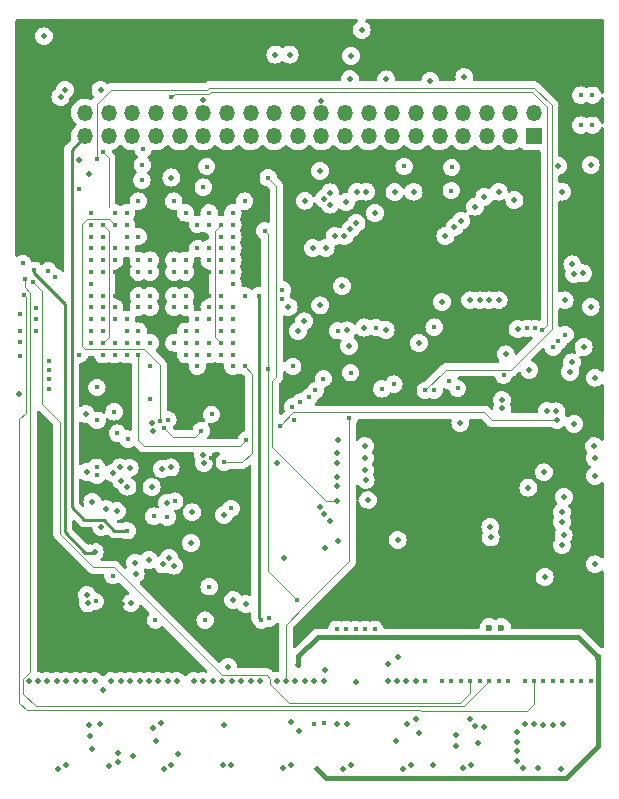
<source format=gbr>
%TF.GenerationSoftware,KiCad,Pcbnew,7.0.10*%
%TF.CreationDate,2024-03-26T21:26:04+03:00*%
%TF.ProjectId,com_1300,636f6d5f-3133-4303-902e-6b696361645f,rev?*%
%TF.SameCoordinates,Original*%
%TF.FileFunction,Copper,L5,Inr*%
%TF.FilePolarity,Positive*%
%FSLAX46Y46*%
G04 Gerber Fmt 4.6, Leading zero omitted, Abs format (unit mm)*
G04 Created by KiCad (PCBNEW 7.0.10) date 2024-03-26 21:26:04*
%MOMM*%
%LPD*%
G01*
G04 APERTURE LIST*
%TA.AperFunction,ComponentPad*%
%ADD10R,1.350000X1.350000*%
%TD*%
%TA.AperFunction,ComponentPad*%
%ADD11O,1.350000X1.350000*%
%TD*%
%TA.AperFunction,ViaPad*%
%ADD12C,0.450000*%
%TD*%
%TA.AperFunction,ViaPad*%
%ADD13C,0.500000*%
%TD*%
%TA.AperFunction,ViaPad*%
%ADD14C,0.600000*%
%TD*%
%TA.AperFunction,Conductor*%
%ADD15C,0.125000*%
%TD*%
%TA.AperFunction,Conductor*%
%ADD16C,0.400000*%
%TD*%
%TA.AperFunction,Conductor*%
%ADD17C,0.250000*%
%TD*%
G04 APERTURE END LIST*
D10*
%TO.N,FPGA_CLK1*%
%TO.C,J1*%
X59000000Y-25000000D03*
D11*
%TO.N,USER_IO_0*%
X59000000Y-23000000D03*
%TO.N,USER_IO_1*%
X57000000Y-25000000D03*
%TO.N,USER_IO_2*%
X57000000Y-23000000D03*
%TO.N,USER_IO_3*%
X55000000Y-25000000D03*
%TO.N,USER_IO_4*%
X55000000Y-23000000D03*
%TO.N,USER_IO_5*%
X53000000Y-25000000D03*
%TO.N,USER_IO_6*%
X53000000Y-23000000D03*
%TO.N,USER_IO_7*%
X51000000Y-25000000D03*
%TO.N,GND*%
X51000000Y-23000000D03*
%TO.N,USER_IO_8*%
X49000000Y-25000000D03*
%TO.N,USER_IO_9*%
X49000000Y-23000000D03*
%TO.N,USER_IO_10*%
X47000000Y-25000000D03*
%TO.N,USER_IO_11*%
X47000000Y-23000000D03*
%TO.N,USER_IO_12*%
X45000000Y-25000000D03*
%TO.N,USER_IO_13*%
X45000000Y-23000000D03*
%TO.N,USER_IO_14*%
X43000000Y-25000000D03*
%TO.N,USER_IO_15*%
X43000000Y-23000000D03*
%TO.N,USER_IO_16*%
X41000000Y-25000000D03*
%TO.N,GND*%
X41000000Y-23000000D03*
%TO.N,USER_IO_17*%
X39000000Y-25000000D03*
%TO.N,USER_IO_18*%
X39000000Y-23000000D03*
%TO.N,USER_IO_19*%
X37000000Y-25000000D03*
%TO.N,USER_IO_20*%
X37000000Y-23000000D03*
%TO.N,USER_IO_21*%
X35000000Y-25000000D03*
%TO.N,USER_IO_22*%
X35000000Y-23000000D03*
%TO.N,USER_IO_23*%
X33000000Y-25000000D03*
%TO.N,USER_IO_24*%
X33000000Y-23000000D03*
%TO.N,USER_IO_25*%
X31000000Y-25000000D03*
%TO.N,GND*%
X31000000Y-23000000D03*
%TO.N,USER_IO_26*%
X29000000Y-25000000D03*
%TO.N,USER_IO_27*%
X29000000Y-23000000D03*
%TO.N,USER_IO_28*%
X27000000Y-25000000D03*
%TO.N,USER_IO_29*%
X27000000Y-23000000D03*
%TO.N,SERIAL_IO_2*%
X25000000Y-25000000D03*
%TO.N,SERIAL_IO_1*%
X25000000Y-23000000D03*
%TO.N,USER_IO_30*%
X23000000Y-25000000D03*
%TO.N,USER_IO_31*%
X23000000Y-23000000D03*
%TO.N,BOOT_SECTOR*%
X21000000Y-25000000D03*
%TO.N,GND*%
X21000000Y-23000000D03*
%TD*%
D10*
%TO.N,FPGA_CLK1*%
%TO.C,J1*%
X59000000Y-25000000D03*
D11*
%TO.N,USER_IO_0*%
X59000000Y-23000000D03*
%TO.N,USER_IO_1*%
X57000000Y-25000000D03*
%TO.N,USER_IO_2*%
X57000000Y-23000000D03*
%TO.N,USER_IO_3*%
X55000000Y-25000000D03*
%TO.N,USER_IO_4*%
X55000000Y-23000000D03*
%TO.N,USER_IO_5*%
X53000000Y-25000000D03*
%TO.N,USER_IO_6*%
X53000000Y-23000000D03*
%TO.N,USER_IO_7*%
X51000000Y-25000000D03*
%TO.N,GND*%
X51000000Y-23000000D03*
%TO.N,USER_IO_8*%
X49000000Y-25000000D03*
%TO.N,USER_IO_9*%
X49000000Y-23000000D03*
%TO.N,USER_IO_10*%
X47000000Y-25000000D03*
%TO.N,USER_IO_11*%
X47000000Y-23000000D03*
%TO.N,USER_IO_12*%
X45000000Y-25000000D03*
%TO.N,USER_IO_13*%
X45000000Y-23000000D03*
%TO.N,USER_IO_14*%
X43000000Y-25000000D03*
%TO.N,USER_IO_15*%
X43000000Y-23000000D03*
%TO.N,USER_IO_16*%
X41000000Y-25000000D03*
%TO.N,GND*%
X41000000Y-23000000D03*
%TO.N,USER_IO_17*%
X39000000Y-25000000D03*
%TO.N,USER_IO_18*%
X39000000Y-23000000D03*
%TO.N,USER_IO_19*%
X37000000Y-25000000D03*
%TO.N,USER_IO_20*%
X37000000Y-23000000D03*
%TO.N,USER_IO_21*%
X35000000Y-25000000D03*
%TO.N,USER_IO_22*%
X35000000Y-23000000D03*
%TO.N,USER_IO_23*%
X33000000Y-25000000D03*
%TO.N,USER_IO_24*%
X33000000Y-23000000D03*
%TO.N,USER_IO_25*%
X31000000Y-25000000D03*
%TO.N,GND*%
X31000000Y-23000000D03*
%TO.N,USER_IO_26*%
X29000000Y-25000000D03*
%TO.N,USER_IO_27*%
X29000000Y-23000000D03*
%TO.N,USER_IO_28*%
X27000000Y-25000000D03*
%TO.N,USER_IO_29*%
X27000000Y-23000000D03*
%TO.N,SERIAL_IO_2*%
X25000000Y-25000000D03*
%TO.N,SERIAL_IO_1*%
X25000000Y-23000000D03*
%TO.N,USER_IO_30*%
X23000000Y-25000000D03*
%TO.N,USER_IO_31*%
X23000000Y-23000000D03*
%TO.N,BOOT_SECTOR*%
X21000000Y-25000000D03*
%TO.N,GND*%
X21000000Y-23000000D03*
%TD*%
D12*
%TO.N,+3V3*%
X30500000Y-38500000D03*
X45600000Y-27500000D03*
X23500000Y-38500000D03*
X63950000Y-18990000D03*
X62950000Y-16450000D03*
X30500000Y-36500000D03*
X44590000Y-44570000D03*
X26500000Y-41500000D03*
X28500000Y-34500000D03*
X24500000Y-38500000D03*
X23500000Y-36500000D03*
X30500000Y-39500000D03*
X24500000Y-36500000D03*
D13*
X64150000Y-56250000D03*
D12*
X31660000Y-52230000D03*
D13*
X62150000Y-64750000D03*
D12*
X50400000Y-27530000D03*
X26500000Y-34500000D03*
X21129309Y-51025000D03*
X29500000Y-40500000D03*
D13*
X24152623Y-64604483D03*
D12*
X28385651Y-48075000D03*
X62950000Y-18990000D03*
X48000000Y-41150000D03*
X28500000Y-41500000D03*
D13*
X44749500Y-56750000D03*
D12*
X28500000Y-33500000D03*
D13*
X63120000Y-40680000D03*
D12*
X39750000Y-28575000D03*
X24500000Y-35500000D03*
D13*
X40812039Y-40688000D03*
D12*
X29500000Y-34500000D03*
D13*
X64300000Y-28560000D03*
X21612000Y-59400000D03*
D12*
X28500000Y-40500000D03*
D13*
X62750000Y-63750000D03*
D12*
X30110000Y-63149500D03*
X63950000Y-16450000D03*
X24500000Y-39500000D03*
D13*
X62750000Y-64750000D03*
D12*
X51860000Y-41160000D03*
X31500000Y-38500000D03*
X31500000Y-36500000D03*
X26500000Y-40500000D03*
X26500000Y-33500000D03*
X30500000Y-35500000D03*
D13*
X61750000Y-63750000D03*
D12*
X25500000Y-34500000D03*
D13*
X57350000Y-49900000D03*
D12*
X25500000Y-40500000D03*
%TO.N,GND*%
X34500000Y-38500000D03*
D13*
X64100000Y-51250000D03*
D12*
X25500000Y-39500000D03*
X26504600Y-44495400D03*
X30500000Y-34500000D03*
D13*
X59370000Y-78520000D03*
X63200000Y-42850000D03*
X47450000Y-69125000D03*
D12*
X50540000Y-41160000D03*
X25500000Y-38500000D03*
X46125806Y-46389530D03*
X62950000Y-24070000D03*
X52000000Y-29600000D03*
X32770000Y-52620000D03*
D13*
X18730000Y-78550000D03*
D14*
X56220000Y-66610000D03*
D12*
X45600000Y-41200000D03*
X62950000Y-21530000D03*
X33500000Y-31500000D03*
D14*
X55220000Y-66610000D03*
D12*
X30500000Y-40500000D03*
X24500000Y-40500000D03*
X31150000Y-65967320D03*
X29500000Y-35500000D03*
X63950000Y-24070000D03*
X21963310Y-53023029D03*
X29500000Y-36500000D03*
D13*
X62400000Y-49350000D03*
D12*
X28500000Y-35500000D03*
X26500000Y-35500000D03*
X15475000Y-40025000D03*
X24500000Y-34500000D03*
X28500000Y-39500000D03*
D13*
X64150000Y-61250000D03*
X22500000Y-71900000D03*
D12*
X21500000Y-37500000D03*
X21876239Y-64390543D03*
X25500000Y-35500000D03*
X63950000Y-21530000D03*
X29500000Y-39500000D03*
D13*
X39550500Y-40679989D03*
D12*
X28500000Y-30500000D03*
X26500000Y-38500000D03*
X25500000Y-36500000D03*
X52025000Y-27643000D03*
X26500000Y-39500000D03*
D13*
X61270000Y-78550000D03*
X31000000Y-21900000D03*
X41000000Y-22050000D03*
D12*
X34500000Y-44500000D03*
X26500000Y-36500000D03*
D13*
X40870000Y-27930000D03*
X63800000Y-39450000D03*
X33100993Y-69925071D03*
D12*
X29500000Y-38500000D03*
X34500000Y-30500000D03*
X28500000Y-38500000D03*
X28500000Y-36500000D03*
X48000000Y-27560000D03*
D13*
X63800000Y-27450000D03*
D12*
X20500000Y-29500000D03*
D13*
%TO.N,VCC*%
X39050000Y-69800000D03*
X40650000Y-78550000D03*
D14*
X64424500Y-69110000D03*
D13*
%TO.N,uC_CNTRL1*%
X25212961Y-61137039D03*
X42300000Y-55850000D03*
D12*
X36500000Y-28520000D03*
%TO.N,+2V5*%
X22500000Y-43500000D03*
X35925000Y-65966820D03*
X35700000Y-38500000D03*
D13*
%TO.N,uC_CNTRL4*%
X56605000Y-43475000D03*
X26691509Y-49266509D03*
X20500000Y-27050000D03*
%TO.N,INOUT_PC_CARD_44*%
X37200000Y-71150000D03*
D12*
X15490000Y-41460000D03*
%TO.N,+1V2*%
X22500000Y-32500000D03*
X32500000Y-32500000D03*
X32500000Y-42500000D03*
X26949336Y-65967320D03*
X22500000Y-42500000D03*
D13*
X21222684Y-64557335D03*
%TO.N,FPGA_CLK1*%
X18912000Y-21684941D03*
D12*
X27356862Y-49106862D03*
X23500000Y-32500000D03*
D13*
X17500000Y-16550000D03*
%TO.N,SDRAM_CNTRL8*%
X42750000Y-37701469D03*
X40900000Y-39331469D03*
D12*
%TO.N,FPGA_TEST_EDGE4*%
X25839332Y-27437917D03*
X50535000Y-46515000D03*
X24500000Y-31500000D03*
%TO.N,FPGA_TEST_EDGE5*%
X59706896Y-41446859D03*
X25500000Y-30500000D03*
X28300000Y-21675000D03*
%TO.N,FPGA_TEST_EDGE6*%
X51805638Y-45705638D03*
X25500000Y-33500000D03*
D13*
%TO.N,uC_PROG1*%
X22369855Y-58099855D03*
X42300000Y-54650000D03*
%TO.N,uC_PROG2*%
X47450000Y-59175500D03*
%TO.N,uC_PROG4*%
X30990000Y-51974500D03*
D12*
%TO.N,Net-(R11-Pad2)*%
X28500000Y-42500000D03*
X28000353Y-49000353D03*
D13*
%TO.N,Net-(J2-Pad67)*%
X19393049Y-78246951D03*
%TO.N,Net-(J2-Pad43)*%
X50470000Y-78280000D03*
%TO.N,Net-(J2-Pad57)*%
X32637000Y-78252600D03*
D12*
%TO.N,BOOT0*%
X24619526Y-50641751D03*
%TO.N,INOUT_PC_CARD_51*%
X20509600Y-43490400D03*
D13*
X21800000Y-71150000D03*
%TO.N,INOUT_PC_CARD_26*%
X21000000Y-71150000D03*
%TO.N,INOUT_PC_CARD_52*%
X20200000Y-71150000D03*
X15425000Y-46850000D03*
%TO.N,INOUT_PC_CARD_27*%
X19400000Y-71150000D03*
%TO.N,INOUT_PC_CARD_53*%
X18600000Y-71150000D03*
D12*
X17975000Y-44000000D03*
D13*
%TO.N,INOUT_PC_CARD_28*%
X17800000Y-71150000D03*
%TO.N,INOUT_PC_CARD_54*%
X17000000Y-71150000D03*
%TO.N,INOUT_PC_CARD_29*%
X16275000Y-71150000D03*
%TO.N,PC_CARD_27*%
X21612489Y-76883911D03*
X23034541Y-78314011D03*
%TO.N,PC_CARD_52*%
X23793000Y-77998600D03*
X21395433Y-75772033D03*
%TO.N,PC_CARD_26*%
X21332934Y-74820533D03*
X23754500Y-77200025D03*
%TO.N,PC_CARD_51*%
X22266945Y-74785211D03*
X25044741Y-77484905D03*
%TO.N,INOUT_PC_CARD_47*%
X28800000Y-71150000D03*
D12*
X22500000Y-41500000D03*
D13*
%TO.N,INOUT_PC_CARD_22*%
X28000000Y-71150000D03*
D12*
X24500000Y-43500000D03*
%TO.N,INOUT_PC_CARD_48*%
X15500000Y-42400000D03*
D13*
X27200000Y-71150000D03*
D12*
%TO.N,INOUT_PC_CARD_23*%
X23450000Y-48335936D03*
D13*
X26400000Y-71150000D03*
%TO.N,INOUT_PC_CARD_49*%
X25600000Y-71150000D03*
D12*
X15450000Y-43650000D03*
%TO.N,INOUT_PC_CARD_24*%
X23500000Y-43500000D03*
D13*
X24800000Y-71150000D03*
D12*
X22006862Y-49056862D03*
%TO.N,INOUT_PC_CARD_50*%
X21500000Y-42500000D03*
D13*
X24000000Y-71150000D03*
X21074011Y-48537000D03*
%TO.N,INOUT_PC_CARD_25*%
X23200000Y-71150000D03*
%TO.N,PC_CARD_49*%
X27632000Y-78554200D03*
X26962488Y-76214110D03*
%TO.N,PC_CARD_23*%
X26743289Y-75080511D03*
X28261650Y-78249500D03*
%TO.N,PC_CARD_48*%
X27406600Y-74671200D03*
X28879800Y-77338200D03*
D12*
%TO.N,INOUT_PC_CARD_17*%
X30500000Y-44500000D03*
D13*
X35800000Y-71150000D03*
D12*
%TO.N,INOUT_PC_CARD_45*%
X16825000Y-41513000D03*
D13*
X35000000Y-71150000D03*
D12*
%TO.N,INOUT_PC_CARD_18*%
X29500000Y-41500000D03*
D13*
X21154320Y-53409389D03*
X34200000Y-71150000D03*
%TO.N,INOUT_PC_CARD_46*%
X33400000Y-71150000D03*
D12*
X17923271Y-44775000D03*
X21500000Y-41500000D03*
%TO.N,INOUT_PC_CARD_19*%
X29500000Y-42500000D03*
D13*
X32600000Y-71150000D03*
D12*
%TO.N,INOUT_PC_CARD_20*%
X25500000Y-41500000D03*
X23724949Y-50138000D03*
D13*
X31800000Y-71150000D03*
D12*
%TO.N,INOUT_PC_CARD_RESET*%
X18446707Y-36932954D03*
D13*
X31000000Y-71150000D03*
D12*
%TO.N,INOUT_PC_CARD_21*%
X25500000Y-42500000D03*
D13*
X30200000Y-71149989D03*
%TO.N,PC_CARD_19*%
X32749599Y-74850500D03*
X33336496Y-78249500D03*
D12*
%TO.N,INOUT_PC_CARD_14*%
X38550000Y-47888000D03*
%TO.N,INOUT_PC_CARD_41*%
X21500000Y-40500000D03*
D13*
X41274086Y-70225914D03*
D12*
%TO.N,INOUT_PC_CARD_55*%
X17868138Y-36406862D03*
X33360000Y-56520000D03*
D13*
X41200000Y-71150000D03*
D12*
X17937000Y-45600000D03*
D13*
%TO.N,INOUT_PC_CARD_42*%
X40400000Y-71150000D03*
D12*
X22500000Y-40500000D03*
X17937011Y-46375000D03*
D13*
%TO.N,INOUT_PC_CARD_15*%
X39600000Y-71150000D03*
D12*
X26500000Y-47250000D03*
X26500000Y-42500000D03*
%TO.N,INOUT_PC_CARD_43*%
X36600000Y-65800000D03*
X23500000Y-40500000D03*
D13*
X38800000Y-71150000D03*
D12*
%TO.N,INOUT_PC_CARD_16*%
X30500000Y-43500000D03*
X38575000Y-44500000D03*
D13*
X38000000Y-71150000D03*
D12*
X43350000Y-48870500D03*
D13*
%TO.N,PC_CARD_43*%
X37777500Y-78514300D03*
D12*
X42300000Y-66750000D03*
D13*
X38418286Y-74580811D03*
%TO.N,PC_CARD_15*%
X38424945Y-78249500D03*
X39099971Y-75400000D03*
D12*
%TO.N,PC_CARD_42*%
X43100000Y-66750000D03*
X40400000Y-74800000D03*
%TO.N,PC_CARD_55*%
X41226100Y-74723900D03*
X43900000Y-66750000D03*
D13*
%TO.N,PC_CARD_41*%
X42316400Y-74747400D03*
D12*
X44700000Y-66750000D03*
D13*
X42857500Y-78539700D03*
D12*
%TO.N,PC_CARD_14*%
X45500000Y-66744502D03*
D13*
X43493965Y-78249500D03*
X43129200Y-74747400D03*
D12*
%TO.N,INOUT_PC_CARD_10*%
X38650000Y-49050000D03*
X49800000Y-71150000D03*
D13*
%TO.N,INOUT_PC_CARD_37*%
X49000000Y-71150000D03*
D12*
X21500000Y-39500000D03*
%TO.N,INOUT_PC_CARD_11*%
X39925000Y-47113000D03*
D13*
X48200000Y-71150000D03*
%TO.N,INOUT_PC_CARD_38*%
X47400000Y-71150000D03*
D12*
X22500000Y-39500000D03*
X16823531Y-39513000D03*
D13*
%TO.N,INOUT_PC_CARD_12*%
X46600000Y-71150000D03*
D12*
X39200000Y-47513000D03*
D13*
%TO.N,INOUT_PC_CARD_39*%
X46675000Y-69713480D03*
D12*
X23500000Y-39500000D03*
%TO.N,INOUT_PC_CARD_13*%
X31500000Y-43500000D03*
%TO.N,INOUT_PC_CARD_40*%
X16823542Y-40500000D03*
D13*
X43924500Y-71200000D03*
%TO.N,PC_CARD_11*%
X48209200Y-74798200D03*
X47294800Y-76220600D03*
%TO.N,PC_CARD_37*%
X48996600Y-74366400D03*
X47929800Y-78557400D03*
%TO.N,PC_CARD_10*%
X48557893Y-78249500D03*
X49250433Y-75509233D03*
D12*
%TO.N,INOUT_PC_CARD_33*%
X56800000Y-71150000D03*
%TO.N,INOUT_PC_CARD_6*%
X56000000Y-71150000D03*
X43475000Y-45025000D03*
%TO.N,INOUT_PC_CARD_34*%
X15900000Y-37100000D03*
X21500000Y-38500000D03*
X55200000Y-71150000D03*
%TO.N,INOUT_PC_CARD_7*%
X54400000Y-71150000D03*
X41175000Y-45525000D03*
%TO.N,INOUT_PC_CARD_35*%
X53600000Y-71150000D03*
X16574989Y-37350000D03*
X22500000Y-38500000D03*
%TO.N,INOUT_PC_CARD_8*%
X31500000Y-42500000D03*
X52800000Y-71150000D03*
%TO.N,INOUT_PC_CARD_9*%
X32500000Y-43500000D03*
X52000000Y-71150000D03*
X40500000Y-46525000D03*
%TO.N,INOUT_PC_CARD_36*%
X51200000Y-71150000D03*
D13*
%TO.N,PC_CARD_35*%
X53594000Y-74315600D03*
X52374800Y-75687200D03*
%TO.N,PC_CARD_7*%
X54025800Y-74950600D03*
X52374800Y-76601600D03*
%TO.N,PC_CARD_34*%
X54762400Y-75026800D03*
X53017500Y-78532000D03*
%TO.N,PC_CARD_6*%
X54267100Y-76385700D03*
X53657418Y-78249500D03*
D12*
%TO.N,INOUT_PC_CARD_1*%
X63800000Y-71150000D03*
X32500000Y-39500000D03*
%TO.N,INOUT_PC_CARD_2*%
X61628022Y-41800908D03*
X63000000Y-71150000D03*
X33500000Y-37500000D03*
%TO.N,INOUT_PC_CARD_30*%
X25500000Y-43500000D03*
X62200000Y-71150000D03*
X34625000Y-50725989D03*
%TO.N,INOUT_PC_CARD_3*%
X32500000Y-38500000D03*
X61075000Y-42350000D03*
X61400000Y-71150000D03*
%TO.N,INOUT_PC_CARD_31*%
X23500000Y-42500000D03*
X60600000Y-71150000D03*
%TO.N,INOUT_PC_CARD_4*%
X47130638Y-45994362D03*
X59800000Y-71150000D03*
X37700000Y-38000000D03*
%TO.N,INOUT_PC_CARD_32*%
X15805404Y-38469127D03*
X59000000Y-71150000D03*
%TO.N,INOUT_PC_CARD_5*%
X37675000Y-38825000D03*
X60613000Y-42875000D03*
X58200000Y-71150000D03*
D13*
%TO.N,PC_CARD_32*%
X58260000Y-74760000D03*
X57560000Y-75460000D03*
%TO.N,PC_CARD_4*%
X57558100Y-76279367D03*
X59041233Y-74791233D03*
%TO.N,PC_CARD_31*%
X59797466Y-74847466D03*
X57556795Y-77093121D03*
%TO.N,PC_CARD_3*%
X60628700Y-74828700D03*
X57571191Y-77891191D03*
%TO.N,PC_CARD_30*%
X61469933Y-74799933D03*
X58100000Y-78500000D03*
%TO.N,OSC_OUT*%
X21612000Y-55950000D03*
X21154320Y-63861181D03*
D12*
%TO.N,BOOT_SECTOR*%
X24550000Y-58399500D03*
%TO.N,SERIAL_TX*%
X26796444Y-57171444D03*
%TO.N,SERIAL_RX*%
X27950000Y-57250000D03*
D13*
%TO.N,FPGA_CNTRL3*%
X31034017Y-52673517D03*
D12*
X31700000Y-48550000D03*
X33500000Y-44500000D03*
D13*
%TO.N,TIM3_CH3*%
X28100000Y-60700000D03*
X37800000Y-60675000D03*
%TO.N,TIM3_CH4*%
X27611264Y-61261264D03*
%TO.N,FPGA_CNTRL1*%
X21799500Y-60175000D03*
D12*
X16675000Y-36350000D03*
D13*
%TO.N,uC_A19*%
X32739207Y-57050793D03*
X41753948Y-57568691D03*
D12*
%TO.N,FPGA_CNTRL2*%
X22000000Y-46270000D03*
X23350000Y-62200000D03*
D13*
%TO.N,CAN2_TX*%
X41261933Y-56996997D03*
X24757115Y-53070356D03*
%TO.N,NRST*%
X27924780Y-56035500D03*
X52760000Y-49310000D03*
%TO.N,uC_A16*%
X42415650Y-50700989D03*
X26725461Y-49975461D03*
%TO.N,uC_A15*%
X44700000Y-51250000D03*
X30050000Y-56850000D03*
%TO.N,uC_A14*%
X42300000Y-51850000D03*
X24060000Y-54175500D03*
%TO.N,uC_A13*%
X44700000Y-52250000D03*
X24580000Y-54675500D03*
%TO.N,uC_A12*%
X42300000Y-52650000D03*
X26625000Y-54700989D03*
%TO.N,uC_A11*%
X44700000Y-53250000D03*
X28234994Y-53050000D03*
%TO.N,uC_A10*%
X27495000Y-53171242D03*
X42300000Y-53850000D03*
%TO.N,uC_A9*%
X44750000Y-54100000D03*
X28500000Y-61350000D03*
%TO.N,uC_A18*%
X23350000Y-53534000D03*
X44925500Y-55824500D03*
%TO.N,uC_A8*%
X42400000Y-59257320D03*
%TO.N,uC_A1*%
X59900000Y-62324500D03*
X60106300Y-48256300D03*
D12*
%TO.N,uC_CNTRL3*%
X15725000Y-35775000D03*
D13*
X34600000Y-64605500D03*
D12*
X21977750Y-53700500D03*
X25800000Y-28725000D03*
%TO.N,uC_CNTRL2*%
X38925000Y-64263000D03*
X36468138Y-44706862D03*
D13*
X33527250Y-64284500D03*
D12*
X22487000Y-26375000D03*
D13*
X24850000Y-64550000D03*
D12*
X36200000Y-33000000D03*
D13*
%TO.N,uC_AD0*%
X22764500Y-56588000D03*
D12*
X30500000Y-41500000D03*
D13*
X62050000Y-44950000D03*
X61375000Y-59625000D03*
%TO.N,uC_AD1*%
X23675000Y-56750000D03*
D12*
X30500000Y-42500000D03*
D13*
X64150000Y-45450000D03*
X61500000Y-58800000D03*
D12*
%TO.N,uC_AD2*%
X52531862Y-46356862D03*
X27675000Y-49750000D03*
X30825000Y-49925000D03*
D13*
X60881300Y-48293766D03*
X61376120Y-57686193D03*
D12*
X29500000Y-43500000D03*
D13*
%TO.N,uC_AD3*%
X55325008Y-58975008D03*
X60978150Y-49009383D03*
D12*
X37475000Y-49526967D03*
D13*
X61350000Y-56850000D03*
X25275500Y-62050000D03*
%TO.N,uC_AD4*%
X61550000Y-55550000D03*
X58600000Y-44800000D03*
X55300461Y-58074539D03*
X26373789Y-60873789D03*
%TO.N,uC_AD5*%
X29950000Y-59450000D03*
D12*
X56420000Y-45260000D03*
D13*
X58525500Y-54754500D03*
%TO.N,uC_AD6*%
X56300000Y-47350000D03*
X64154500Y-53750000D03*
D12*
X24500000Y-42500000D03*
D13*
%TO.N,uC_AD7*%
X59825500Y-53460000D03*
X56300000Y-48049503D03*
D12*
X24500000Y-41500000D03*
D13*
%TO.N,uC_A0*%
X62200000Y-44150000D03*
X64154500Y-52257411D03*
D12*
%TO.N,uC_A17*%
X31500000Y-63149500D03*
X28583480Y-55890353D03*
D13*
%TO.N,USER_IO_21*%
X28300000Y-28500000D03*
D12*
%TO.N,USER_IO_22*%
X31000000Y-29313000D03*
%TO.N,USER_IO_27*%
X31280638Y-27569362D03*
D13*
%TO.N,USER_IO_2*%
X53100000Y-20000000D03*
%TO.N,Net-(R22-Pad2)*%
X21300000Y-28200000D03*
D12*
%TO.N,FPGA_TEST_EDGE1*%
X58397500Y-41272500D03*
%TO.N,USER_IO_4*%
X21500000Y-31500000D03*
%TO.N,SERIAL_IO_2*%
X23500000Y-31500000D03*
%TO.N,USER_IO_23*%
X29500000Y-31500000D03*
%TO.N,USER_IO_30*%
X31500000Y-31500000D03*
D13*
%TO.N,SDRAM_A1*%
X41734788Y-29769290D03*
X62404678Y-36647149D03*
%TO.N,SDRAM_A0*%
X62248000Y-35860000D03*
X41230000Y-30281290D03*
%TO.N,USER_IO_6*%
X22300000Y-21100000D03*
X19275000Y-21087000D03*
D12*
%TO.N,USER_IO_8*%
X21500000Y-32500000D03*
D13*
X46488000Y-20200000D03*
D12*
%TO.N,FPGA_TEST_EDGE3*%
X59079362Y-41279362D03*
X24500000Y-32500000D03*
X25900000Y-26063000D03*
%TO.N,USER_IO_31*%
X30500000Y-32490000D03*
%TO.N,USER_IO_24*%
X31500000Y-32500000D03*
%TO.N,SDRAM_A2*%
X33500000Y-32500000D03*
D13*
X39582961Y-30462961D03*
X63150000Y-36620000D03*
%TO.N,SDRAM_A3*%
X41725724Y-30793290D03*
X61600000Y-38900000D03*
%TO.N,SDRAM_A4*%
X45540000Y-31500000D03*
X61400000Y-29700000D03*
D12*
%TO.N,USER_IO_7*%
X21500000Y-33500000D03*
D13*
X50225000Y-20300000D03*
%TO.N,USER_IO_12*%
X43400000Y-20176000D03*
D12*
X22500000Y-33500000D03*
%TO.N,FPGA_TEST_EDGE2*%
X24500000Y-33500000D03*
X22000000Y-26925000D03*
X49795514Y-46532396D03*
%TO.N,SDRAM_A5*%
X32500000Y-33500000D03*
D13*
X61038904Y-27492075D03*
D12*
%TO.N,SDRAM_A6*%
X33500000Y-33500000D03*
D13*
X52262961Y-32712961D03*
X43460875Y-32882000D03*
%TO.N,SDRAM_A7*%
X43963480Y-32360000D03*
X52819355Y-32156567D03*
%TO.N,SDRAM_A8*%
X53987039Y-30962000D03*
X42120000Y-33464389D03*
%TO.N,USER_IO_13*%
X44400000Y-16000000D03*
D12*
%TO.N,USER_IO_14*%
X21500000Y-34500000D03*
D13*
X43500000Y-18200000D03*
D12*
%TO.N,USER_IO_11*%
X22500000Y-34500000D03*
%TO.N,USER_IO_16*%
X23500000Y-34500000D03*
%TO.N,SDRAM_A9*%
X31500000Y-34500000D03*
D13*
X57340000Y-30402000D03*
%TO.N,SDRAM_A10*%
X51500000Y-33460000D03*
X42950000Y-33460000D03*
D12*
X32500000Y-34500000D03*
%TO.N,SDRAM_A11*%
X33500000Y-34500000D03*
D13*
X54793330Y-30127775D03*
X40280000Y-34488400D03*
%TO.N,SDRAM_A12*%
X56000000Y-29700000D03*
X41350000Y-34488400D03*
%TO.N,USER_IO_17*%
X38300000Y-18088000D03*
D12*
X21500000Y-35500000D03*
%TO.N,USER_IO_18*%
X22500000Y-35500000D03*
D13*
X37100000Y-18088000D03*
D12*
%TO.N,USER_IO_15*%
X23500000Y-35500000D03*
%TO.N,SDRAM_DQ0*%
X31500000Y-35500000D03*
D13*
X43102039Y-30582039D03*
D12*
%TO.N,SDRAM_DQ1*%
X32500000Y-35500000D03*
D13*
X44000000Y-29700000D03*
%TO.N,SDRAM_DQ2*%
X44800000Y-29700000D03*
D12*
X33500000Y-35500000D03*
%TO.N,USER_IO_19*%
X21500000Y-36500000D03*
%TO.N,USER_IO_20*%
X22500000Y-36500000D03*
D13*
%TO.N,SDRAM_DQ4*%
X47200000Y-29750000D03*
D12*
X32500000Y-36500000D03*
%TO.N,SDRAM_DQ5*%
X33500000Y-36500000D03*
D13*
X48800000Y-29700000D03*
D12*
%TO.N,SDRAM_CNTRL3*%
X31500000Y-39500000D03*
D13*
X54400000Y-38900000D03*
D12*
%TO.N,SDRAM_CNTRL1*%
X33500000Y-39500000D03*
D13*
%TO.N,SDRAM_DQ8*%
X38214105Y-39467580D03*
X51200000Y-39050000D03*
D12*
%TO.N,SDRAM_CNTRL2*%
X31500000Y-40500000D03*
D13*
X55200000Y-38900000D03*
D12*
%TO.N,SDRAM_CNTRL7*%
X32500000Y-40500000D03*
D13*
X56000000Y-38900000D03*
%TO.N,SDRAM_CNTRL6*%
X57610461Y-41335461D03*
D12*
X32500000Y-41500000D03*
D13*
%TO.N,SDRAM_DQ15*%
X39000000Y-41488000D03*
D12*
X33500000Y-41500000D03*
%TO.N,SDRAM_CNTRL10*%
X33500000Y-42500000D03*
X42375000Y-41475000D03*
D13*
%TO.N,SDRAM_DQ13*%
X43187961Y-41437961D03*
X44630000Y-41200000D03*
D12*
%TO.N,SDRAM_DQ12*%
X33500000Y-43500000D03*
D13*
X46437961Y-41387961D03*
%TO.N,SDRAM_DQ9*%
X43350000Y-42750000D03*
X49250000Y-42512000D03*
%TO.N,SDRAM_CNTRL4*%
X53600000Y-38900000D03*
D12*
X33500000Y-40500000D03*
D13*
%TO.N,CAN2_RX*%
X41330000Y-59831820D03*
X23924500Y-53049500D03*
%TO.N,USART3_TX*%
X40860000Y-56424500D03*
%TO.N,Net-(J4-Pad16)*%
X37200000Y-52700000D03*
%TD*%
D15*
%TO.N,GND*%
X35112011Y-51787989D02*
X34280000Y-52620000D01*
X35112011Y-45112011D02*
X35112011Y-51787989D01*
X34500000Y-44500000D02*
X35112011Y-45112011D01*
X34280000Y-52620000D02*
X32770000Y-52620000D01*
D16*
%TO.N,VCC*%
X64424500Y-76625500D02*
X64424500Y-69110000D01*
X61743089Y-79306911D02*
X64424500Y-76625500D01*
X41416911Y-79306911D02*
X61743089Y-79306911D01*
X40700000Y-67400000D02*
X62714500Y-67400000D01*
X39050000Y-69800000D02*
X39050000Y-69050000D01*
X40650000Y-78550000D02*
X40650000Y-78540000D01*
X62714500Y-67400000D02*
X64424500Y-69110000D01*
X40650000Y-78540000D02*
X41416911Y-79306911D01*
X39050000Y-69050000D02*
X40700000Y-67400000D01*
D15*
%TO.N,uC_CNTRL1*%
X36850000Y-51350000D02*
X41350000Y-55850000D01*
X36500000Y-28520000D02*
X37187011Y-29207011D01*
X41350000Y-55850000D02*
X42300000Y-55850000D01*
X37187011Y-29207011D02*
X37187011Y-45362989D01*
X36850000Y-45700000D02*
X36850000Y-51350000D01*
X37187011Y-45362989D02*
X36850000Y-45700000D01*
D17*
%TO.N,+2V5*%
X35925000Y-65966820D02*
X35700000Y-65741820D01*
X35700000Y-65741820D02*
X35700000Y-38500000D01*
D15*
%TO.N,+1V2*%
X22987011Y-32987011D02*
X22987011Y-42012989D01*
X22500000Y-32500000D02*
X22987011Y-32987011D01*
X32012989Y-42012989D02*
X32500000Y-42500000D01*
X32012989Y-32987011D02*
X32012989Y-42012989D01*
X22987011Y-42012989D02*
X22500000Y-42500000D01*
X32500000Y-32500000D02*
X32012989Y-32987011D01*
%TO.N,FPGA_CLK1*%
X27347198Y-49097198D02*
X27347198Y-44372198D01*
X21187011Y-32012989D02*
X23012989Y-32012989D01*
X25987989Y-43012989D02*
X20987989Y-43012989D01*
X20750000Y-42775000D02*
X20750000Y-32450000D01*
X23012989Y-32012989D02*
X23500000Y-32500000D01*
X27356862Y-49106862D02*
X27347198Y-49097198D01*
X20750000Y-32450000D02*
X21187011Y-32012989D01*
X20987989Y-43012989D02*
X20750000Y-42775000D01*
X27347198Y-44372198D02*
X25987989Y-43012989D01*
%TO.N,FPGA_TEST_EDGE5*%
X58799520Y-21224520D02*
X60125000Y-22550000D01*
X31480923Y-21387989D02*
X31644392Y-21224520D01*
X60125000Y-22550000D02*
X60125000Y-41028755D01*
X31644392Y-21224520D02*
X58799520Y-21224520D01*
X60125000Y-41028755D02*
X59706896Y-41446859D01*
X28300000Y-21675000D02*
X28587011Y-21387989D01*
X28587011Y-21387989D02*
X31480923Y-21387989D01*
%TO.N,INOUT_PC_CARD_16*%
X38000000Y-66350000D02*
X39450000Y-64900000D01*
X38000000Y-71150000D02*
X38000000Y-66350000D01*
X39450000Y-64900000D02*
X43350000Y-61000000D01*
X43350000Y-61000000D02*
X43350000Y-48870500D01*
%TO.N,INOUT_PC_CARD_34*%
X15762989Y-72187989D02*
X16849519Y-73274519D01*
X16336531Y-70364375D02*
X15762989Y-70937917D01*
X53075481Y-73274519D02*
X55200000Y-71150000D01*
X15900000Y-37800000D02*
X16336531Y-38236531D01*
X16336531Y-38236531D02*
X16336531Y-70364375D01*
X15762989Y-70937917D02*
X15762989Y-72187989D01*
X15900000Y-37100000D02*
X15900000Y-37800000D01*
X16849519Y-73274519D02*
X53075481Y-73274519D01*
%TO.N,INOUT_PC_CARD_35*%
X38275906Y-72950000D02*
X52775000Y-72950000D01*
X32562417Y-70637989D02*
X36388061Y-70637989D01*
X21702672Y-61500000D02*
X23424428Y-61500000D01*
X23424428Y-61500000D02*
X32562417Y-70637989D01*
X18862981Y-49187981D02*
X18862981Y-58660309D01*
X17325000Y-47650000D02*
X18862981Y-49187981D01*
X36687989Y-70937917D02*
X36687989Y-71362083D01*
X52775000Y-72950000D02*
X53600000Y-72125000D01*
X36388061Y-70637989D02*
X36687989Y-70937917D01*
X53600000Y-72125000D02*
X53600000Y-71150000D01*
X18862981Y-58660309D02*
X21702672Y-61500000D01*
X16574989Y-37350000D02*
X17325000Y-38100011D01*
X36687989Y-71362083D02*
X38275906Y-72950000D01*
X17325000Y-38100011D02*
X17325000Y-47650000D01*
%TO.N,INOUT_PC_CARD_30*%
X34150989Y-51200000D02*
X26000000Y-51200000D01*
X26000000Y-51200000D02*
X25500000Y-50700000D01*
X34625000Y-50725989D02*
X34150989Y-51200000D01*
X25500000Y-50700000D02*
X25500000Y-43500000D01*
%TO.N,INOUT_PC_CARD_32*%
X59000000Y-73050000D02*
X58400000Y-73650000D01*
X15987011Y-38650734D02*
X15805404Y-38469127D01*
X58400000Y-73650000D02*
X49425000Y-73650000D01*
X49425000Y-73650000D02*
X49374520Y-73599520D01*
X15438469Y-72963469D02*
X15438469Y-48975000D01*
X59000000Y-71150000D02*
X59000000Y-73050000D01*
X49374520Y-73599520D02*
X16074520Y-73599520D01*
X16074520Y-73599520D02*
X15438469Y-72963469D01*
X15987011Y-48426458D02*
X15987011Y-38650734D01*
X15438469Y-48975000D02*
X15987011Y-48426458D01*
D17*
%TO.N,BOOT_SECTOR*%
X19850000Y-26150000D02*
X21000000Y-25000000D01*
X20932518Y-57475000D02*
X19850000Y-56392482D01*
X22557482Y-57475000D02*
X20932518Y-57475000D01*
X23481982Y-58399500D02*
X22557482Y-57475000D01*
X24550000Y-58399500D02*
X23481982Y-58399500D01*
X19850000Y-56392482D02*
X19850000Y-26150000D01*
%TO.N,FPGA_CNTRL1*%
X19250000Y-58500000D02*
X21000000Y-60250000D01*
X16675000Y-36625000D02*
X19250000Y-39200000D01*
X21000000Y-60250000D02*
X21724500Y-60250000D01*
X19250000Y-39200000D02*
X19250000Y-58500000D01*
X21724500Y-60250000D02*
X21799500Y-60175000D01*
X16675000Y-36350000D02*
X16675000Y-36625000D01*
D15*
%TO.N,uC_CNTRL2*%
X36475000Y-61800000D02*
X36475000Y-44713724D01*
X22487000Y-26375000D02*
X22987989Y-26875989D01*
X22987989Y-26875989D02*
X22987989Y-31012989D01*
X36468138Y-33268138D02*
X36468138Y-44706862D01*
X36200000Y-33000000D02*
X36468138Y-33268138D01*
X36475000Y-44713724D02*
X36468138Y-44706862D01*
X38925000Y-64250000D02*
X36475000Y-61800000D01*
X38925000Y-64263000D02*
X38925000Y-64250000D01*
%TO.N,uC_AD2*%
X28400000Y-50475000D02*
X30275000Y-50475000D01*
X30825000Y-49925000D02*
X30850000Y-49900000D01*
X27675000Y-49750000D02*
X28400000Y-50475000D01*
X30275000Y-50475000D02*
X30825000Y-49925000D01*
%TO.N,uC_AD3*%
X37475000Y-49500000D02*
X38591511Y-48383489D01*
X55425000Y-49025000D02*
X60962533Y-49025000D01*
X54783489Y-48383489D02*
X55425000Y-49025000D01*
X60962533Y-49025000D02*
X60978150Y-49009383D01*
X37475000Y-49526967D02*
X37475000Y-49500000D01*
X38591511Y-48383489D02*
X54783489Y-48383489D01*
%TO.N,FPGA_TEST_EDGE2*%
X60500000Y-22400000D02*
X60500000Y-41342494D01*
X23186531Y-21063469D02*
X31346503Y-21063469D01*
X31509972Y-20900000D02*
X59000000Y-20900000D01*
X59000000Y-20900000D02*
X60500000Y-22400000D01*
X22000000Y-26925000D02*
X22000000Y-22250000D01*
X60500000Y-41342494D02*
X57069505Y-44772989D01*
X51554921Y-44772989D02*
X49795514Y-46532396D01*
X22000000Y-22250000D02*
X23186531Y-21063469D01*
X31346503Y-21063469D02*
X31509972Y-20900000D01*
X57069505Y-44772989D02*
X51554921Y-44772989D01*
%TD*%
%TA.AperFunction,Conductor*%
%TO.N,+3V3*%
G36*
X17116043Y-48249013D02*
G01*
X17122626Y-48255142D01*
X18255076Y-49387592D01*
X18289102Y-49449904D01*
X18291981Y-49476687D01*
X18291981Y-58614626D01*
X18290903Y-58631072D01*
X18287054Y-58660309D01*
X18291981Y-58697731D01*
X18291981Y-58697734D01*
X18294882Y-58719767D01*
X18306677Y-58809368D01*
X18306678Y-58809370D01*
X18324882Y-58853317D01*
X18364212Y-58948272D01*
X18364213Y-58948273D01*
X18421290Y-59022656D01*
X18421292Y-59022658D01*
X18455739Y-59067552D01*
X18479140Y-59085508D01*
X18491531Y-59096375D01*
X21266605Y-61871449D01*
X21277472Y-61883839D01*
X21295430Y-61907242D01*
X21325376Y-61930220D01*
X21325378Y-61930222D01*
X21414709Y-61998768D01*
X21476983Y-62024562D01*
X21476984Y-62024563D01*
X21508724Y-62037709D01*
X21553611Y-62056303D01*
X21665247Y-62071000D01*
X21665249Y-62071000D01*
X21702672Y-62075927D01*
X21731909Y-62072078D01*
X21748355Y-62071000D01*
X22485859Y-62071000D01*
X22553980Y-62091002D01*
X22600473Y-62144658D01*
X22610983Y-62192977D01*
X22611067Y-62192968D01*
X22611158Y-62193779D01*
X22611859Y-62197000D01*
X22611859Y-62199996D01*
X22611859Y-62200000D01*
X22630366Y-62364252D01*
X22653326Y-62429867D01*
X22684958Y-62520267D01*
X22684959Y-62520269D01*
X22772897Y-62660223D01*
X22889776Y-62777102D01*
X22972743Y-62829233D01*
X23029733Y-62865042D01*
X23185748Y-62919634D01*
X23350000Y-62938141D01*
X23514252Y-62919634D01*
X23670267Y-62865042D01*
X23776601Y-62798227D01*
X23844922Y-62778922D01*
X23912835Y-62799617D01*
X23932732Y-62815820D01*
X24718070Y-63601158D01*
X24752096Y-63663470D01*
X24747031Y-63734285D01*
X24704484Y-63791121D01*
X24670591Y-63809182D01*
X24518816Y-63862291D01*
X24374087Y-63953231D01*
X24253231Y-64074087D01*
X24162290Y-64218817D01*
X24105837Y-64380151D01*
X24086701Y-64550000D01*
X24105837Y-64719848D01*
X24162290Y-64881182D01*
X24253231Y-65025912D01*
X24374087Y-65146768D01*
X24374089Y-65146769D01*
X24374091Y-65146771D01*
X24518817Y-65237709D01*
X24680150Y-65294162D01*
X24680149Y-65294162D01*
X24697348Y-65296099D01*
X24850000Y-65313299D01*
X25019850Y-65294162D01*
X25181183Y-65237709D01*
X25325909Y-65146771D01*
X25446771Y-65025909D01*
X25537709Y-64881183D01*
X25590817Y-64729408D01*
X25632195Y-64671717D01*
X25698195Y-64645555D01*
X25767863Y-64659228D01*
X25798841Y-64681929D01*
X26409026Y-65292114D01*
X26443052Y-65354426D01*
X26437987Y-65425241D01*
X26409026Y-65470304D01*
X26372235Y-65507094D01*
X26372233Y-65507096D01*
X26284295Y-65647050D01*
X26284294Y-65647052D01*
X26229703Y-65803065D01*
X26229702Y-65803068D01*
X26211195Y-65967320D01*
X26229702Y-66131572D01*
X26273586Y-66256984D01*
X26284294Y-66287587D01*
X26284295Y-66287589D01*
X26372233Y-66427543D01*
X26489112Y-66544422D01*
X26607417Y-66618757D01*
X26629069Y-66632362D01*
X26785084Y-66686954D01*
X26949336Y-66705461D01*
X27113588Y-66686954D01*
X27269603Y-66632362D01*
X27409559Y-66544422D01*
X27446352Y-66507628D01*
X27508662Y-66473604D01*
X27579478Y-66478668D01*
X27624539Y-66507627D01*
X29554203Y-68437290D01*
X31322352Y-70205439D01*
X31356378Y-70267751D01*
X31351313Y-70338566D01*
X31308766Y-70395402D01*
X31242246Y-70420213D01*
X31191644Y-70413464D01*
X31169850Y-70405838D01*
X31169848Y-70405837D01*
X31169846Y-70405837D01*
X31000000Y-70386701D01*
X30830151Y-70405837D01*
X30668817Y-70462290D01*
X30667041Y-70463407D01*
X30665731Y-70463777D01*
X30662442Y-70465361D01*
X30662164Y-70464784D01*
X30598719Y-70482710D01*
X30537815Y-70464826D01*
X30537563Y-70465352D01*
X30534372Y-70463815D01*
X30532974Y-70463405D01*
X30531183Y-70462280D01*
X30462155Y-70438126D01*
X30369850Y-70405827D01*
X30369848Y-70405826D01*
X30369850Y-70405826D01*
X30200000Y-70386690D01*
X30030151Y-70405826D01*
X29868817Y-70462279D01*
X29724087Y-70553220D01*
X29603232Y-70674075D01*
X29598819Y-70679610D01*
X29596413Y-70677691D01*
X29553405Y-70715666D01*
X29483229Y-70726425D01*
X29418376Y-70697536D01*
X29402184Y-70678820D01*
X29401181Y-70679621D01*
X29396767Y-70674086D01*
X29275912Y-70553231D01*
X29275894Y-70553220D01*
X29210757Y-70512291D01*
X29131182Y-70462290D01*
X29006373Y-70418618D01*
X28969850Y-70405838D01*
X28969848Y-70405837D01*
X28969850Y-70405837D01*
X28800000Y-70386701D01*
X28630151Y-70405837D01*
X28468817Y-70462290D01*
X28468811Y-70462293D01*
X28467025Y-70463416D01*
X28465708Y-70463787D01*
X28462442Y-70465361D01*
X28462166Y-70464788D01*
X28398702Y-70482715D01*
X28337810Y-70464835D01*
X28337558Y-70465361D01*
X28334369Y-70463825D01*
X28332975Y-70463416D01*
X28331188Y-70462293D01*
X28331182Y-70462290D01*
X28206373Y-70418618D01*
X28169850Y-70405838D01*
X28169848Y-70405837D01*
X28169850Y-70405837D01*
X28000000Y-70386701D01*
X27830151Y-70405837D01*
X27668817Y-70462290D01*
X27668811Y-70462293D01*
X27667025Y-70463416D01*
X27665708Y-70463787D01*
X27662442Y-70465361D01*
X27662166Y-70464788D01*
X27598702Y-70482715D01*
X27537810Y-70464835D01*
X27537558Y-70465361D01*
X27534369Y-70463825D01*
X27532975Y-70463416D01*
X27531188Y-70462293D01*
X27531182Y-70462290D01*
X27406373Y-70418618D01*
X27369850Y-70405838D01*
X27369848Y-70405837D01*
X27369850Y-70405837D01*
X27200000Y-70386701D01*
X27030151Y-70405837D01*
X26868817Y-70462290D01*
X26868811Y-70462293D01*
X26867025Y-70463416D01*
X26865708Y-70463787D01*
X26862442Y-70465361D01*
X26862166Y-70464788D01*
X26798702Y-70482715D01*
X26737810Y-70464835D01*
X26737558Y-70465361D01*
X26734369Y-70463825D01*
X26732975Y-70463416D01*
X26731188Y-70462293D01*
X26731182Y-70462290D01*
X26606373Y-70418618D01*
X26569850Y-70405838D01*
X26569848Y-70405837D01*
X26569850Y-70405837D01*
X26400000Y-70386701D01*
X26230151Y-70405837D01*
X26068817Y-70462290D01*
X26068811Y-70462293D01*
X26067025Y-70463416D01*
X26065708Y-70463787D01*
X26062442Y-70465361D01*
X26062166Y-70464788D01*
X25998702Y-70482715D01*
X25937810Y-70464835D01*
X25937558Y-70465361D01*
X25934369Y-70463825D01*
X25932975Y-70463416D01*
X25931188Y-70462293D01*
X25931182Y-70462290D01*
X25806373Y-70418618D01*
X25769850Y-70405838D01*
X25769848Y-70405837D01*
X25769850Y-70405837D01*
X25600000Y-70386701D01*
X25430151Y-70405837D01*
X25268817Y-70462290D01*
X25268811Y-70462293D01*
X25267025Y-70463416D01*
X25265708Y-70463787D01*
X25262442Y-70465361D01*
X25262166Y-70464788D01*
X25198702Y-70482715D01*
X25137810Y-70464835D01*
X25137558Y-70465361D01*
X25134369Y-70463825D01*
X25132975Y-70463416D01*
X25131188Y-70462293D01*
X25131182Y-70462290D01*
X25006373Y-70418618D01*
X24969850Y-70405838D01*
X24969848Y-70405837D01*
X24969850Y-70405837D01*
X24800000Y-70386701D01*
X24630151Y-70405837D01*
X24468817Y-70462290D01*
X24468811Y-70462293D01*
X24467025Y-70463416D01*
X24465708Y-70463787D01*
X24462442Y-70465361D01*
X24462166Y-70464788D01*
X24398702Y-70482715D01*
X24337810Y-70464835D01*
X24337558Y-70465361D01*
X24334369Y-70463825D01*
X24332975Y-70463416D01*
X24331188Y-70462293D01*
X24331182Y-70462290D01*
X24206373Y-70418618D01*
X24169850Y-70405838D01*
X24169848Y-70405837D01*
X24169850Y-70405837D01*
X24000000Y-70386701D01*
X23830151Y-70405837D01*
X23668817Y-70462290D01*
X23668811Y-70462293D01*
X23667025Y-70463416D01*
X23665708Y-70463787D01*
X23662442Y-70465361D01*
X23662166Y-70464788D01*
X23598702Y-70482715D01*
X23537810Y-70464835D01*
X23537558Y-70465361D01*
X23534369Y-70463825D01*
X23532975Y-70463416D01*
X23531188Y-70462293D01*
X23531182Y-70462290D01*
X23406373Y-70418618D01*
X23369850Y-70405838D01*
X23369848Y-70405837D01*
X23369850Y-70405837D01*
X23200000Y-70386701D01*
X23030151Y-70405837D01*
X22868817Y-70462290D01*
X22724087Y-70553231D01*
X22603232Y-70674086D01*
X22598819Y-70679621D01*
X22596406Y-70677696D01*
X22553447Y-70715654D01*
X22483274Y-70726436D01*
X22418411Y-70697568D01*
X22402173Y-70678829D01*
X22401181Y-70679621D01*
X22396767Y-70674086D01*
X22275912Y-70553231D01*
X22275894Y-70553220D01*
X22210757Y-70512291D01*
X22131182Y-70462290D01*
X22006373Y-70418618D01*
X21969850Y-70405838D01*
X21969848Y-70405837D01*
X21969850Y-70405837D01*
X21800000Y-70386701D01*
X21630151Y-70405837D01*
X21468817Y-70462290D01*
X21468811Y-70462293D01*
X21467025Y-70463416D01*
X21465708Y-70463787D01*
X21462442Y-70465361D01*
X21462166Y-70464788D01*
X21398702Y-70482715D01*
X21337810Y-70464835D01*
X21337558Y-70465361D01*
X21334369Y-70463825D01*
X21332975Y-70463416D01*
X21331188Y-70462293D01*
X21331182Y-70462290D01*
X21206373Y-70418618D01*
X21169850Y-70405838D01*
X21169848Y-70405837D01*
X21169850Y-70405837D01*
X21000000Y-70386701D01*
X20830151Y-70405837D01*
X20668817Y-70462290D01*
X20668811Y-70462293D01*
X20667025Y-70463416D01*
X20665708Y-70463787D01*
X20662442Y-70465361D01*
X20662166Y-70464788D01*
X20598702Y-70482715D01*
X20537810Y-70464835D01*
X20537558Y-70465361D01*
X20534369Y-70463825D01*
X20532975Y-70463416D01*
X20531188Y-70462293D01*
X20531182Y-70462290D01*
X20406373Y-70418618D01*
X20369850Y-70405838D01*
X20369848Y-70405837D01*
X20369850Y-70405837D01*
X20200000Y-70386701D01*
X20030151Y-70405837D01*
X19868817Y-70462290D01*
X19868811Y-70462293D01*
X19867025Y-70463416D01*
X19865708Y-70463787D01*
X19862442Y-70465361D01*
X19862166Y-70464788D01*
X19798702Y-70482715D01*
X19737810Y-70464835D01*
X19737558Y-70465361D01*
X19734369Y-70463825D01*
X19732975Y-70463416D01*
X19731188Y-70462293D01*
X19731182Y-70462290D01*
X19606373Y-70418618D01*
X19569850Y-70405838D01*
X19569848Y-70405837D01*
X19569850Y-70405837D01*
X19400000Y-70386701D01*
X19230151Y-70405837D01*
X19068817Y-70462290D01*
X19068811Y-70462293D01*
X19067025Y-70463416D01*
X19065708Y-70463787D01*
X19062442Y-70465361D01*
X19062166Y-70464788D01*
X18998702Y-70482715D01*
X18937810Y-70464835D01*
X18937558Y-70465361D01*
X18934369Y-70463825D01*
X18932975Y-70463416D01*
X18931188Y-70462293D01*
X18931182Y-70462290D01*
X18806373Y-70418618D01*
X18769850Y-70405838D01*
X18769848Y-70405837D01*
X18769850Y-70405837D01*
X18600000Y-70386701D01*
X18430151Y-70405837D01*
X18268817Y-70462290D01*
X18268811Y-70462293D01*
X18267025Y-70463416D01*
X18265708Y-70463787D01*
X18262442Y-70465361D01*
X18262166Y-70464788D01*
X18198702Y-70482715D01*
X18137810Y-70464835D01*
X18137558Y-70465361D01*
X18134369Y-70463825D01*
X18132975Y-70463416D01*
X18131188Y-70462293D01*
X18131182Y-70462290D01*
X18006373Y-70418618D01*
X17969850Y-70405838D01*
X17969848Y-70405837D01*
X17969850Y-70405837D01*
X17800000Y-70386701D01*
X17630151Y-70405837D01*
X17468817Y-70462290D01*
X17468811Y-70462293D01*
X17467025Y-70463416D01*
X17465708Y-70463787D01*
X17462442Y-70465361D01*
X17462166Y-70464788D01*
X17398702Y-70482715D01*
X17337810Y-70464835D01*
X17337558Y-70465361D01*
X17334369Y-70463825D01*
X17332975Y-70463416D01*
X17331188Y-70462293D01*
X17331182Y-70462290D01*
X17206373Y-70418618D01*
X17169850Y-70405838D01*
X17169848Y-70405837D01*
X17169849Y-70405837D01*
X17019424Y-70388889D01*
X16953971Y-70361385D01*
X16913778Y-70302862D01*
X16907531Y-70263681D01*
X16907531Y-63861181D01*
X20391021Y-63861181D01*
X20410157Y-64031029D01*
X20466611Y-64192364D01*
X20485832Y-64222955D01*
X20505137Y-64291276D01*
X20498074Y-64331602D01*
X20478523Y-64387478D01*
X20478521Y-64387487D01*
X20459385Y-64557335D01*
X20478521Y-64727183D01*
X20534974Y-64888517D01*
X20625915Y-65033247D01*
X20746771Y-65154103D01*
X20746773Y-65154104D01*
X20746775Y-65154106D01*
X20891501Y-65245044D01*
X21052834Y-65301497D01*
X21052833Y-65301497D01*
X21070032Y-65303434D01*
X21222684Y-65320634D01*
X21392534Y-65301497D01*
X21553867Y-65245044D01*
X21698593Y-65154106D01*
X21698597Y-65154102D01*
X21704127Y-65149693D01*
X21705424Y-65151319D01*
X21758815Y-65122154D01*
X21799720Y-65120062D01*
X21876239Y-65128684D01*
X22040491Y-65110177D01*
X22196506Y-65055585D01*
X22336462Y-64967645D01*
X22453341Y-64850766D01*
X22541281Y-64710810D01*
X22595873Y-64554795D01*
X22614380Y-64390543D01*
X22595873Y-64226291D01*
X22541281Y-64070276D01*
X22461141Y-63942733D01*
X22453341Y-63930319D01*
X22336462Y-63813440D01*
X22196508Y-63725502D01*
X22196506Y-63725501D01*
X22040493Y-63670909D01*
X22040486Y-63670908D01*
X21963884Y-63662276D01*
X21898432Y-63634772D01*
X21859065Y-63578684D01*
X21842029Y-63529998D01*
X21751088Y-63385268D01*
X21630232Y-63264412D01*
X21485502Y-63173471D01*
X21385590Y-63138511D01*
X21324170Y-63117019D01*
X21324168Y-63117018D01*
X21324170Y-63117018D01*
X21154320Y-63097882D01*
X20984471Y-63117018D01*
X20823137Y-63173471D01*
X20678407Y-63264412D01*
X20557551Y-63385268D01*
X20466610Y-63529998D01*
X20410157Y-63691332D01*
X20391021Y-63861181D01*
X16907531Y-63861181D01*
X16907531Y-48344237D01*
X16927533Y-48276116D01*
X16981189Y-48229623D01*
X17051463Y-48219519D01*
X17116043Y-48249013D01*
G37*
%TD.AperFunction*%
%TA.AperFunction,Conductor*%
G36*
X21731000Y-43603991D02*
G01*
X21777493Y-43657647D01*
X21781808Y-43668374D01*
X21834958Y-43820267D01*
X21834959Y-43820269D01*
X21922897Y-43960223D01*
X22039776Y-44077102D01*
X22095780Y-44112291D01*
X22179733Y-44165042D01*
X22335748Y-44219634D01*
X22500000Y-44238141D01*
X22664252Y-44219634D01*
X22820267Y-44165042D01*
X22923164Y-44100387D01*
X22932964Y-44094230D01*
X23001285Y-44074924D01*
X23067036Y-44094230D01*
X23090690Y-44109093D01*
X23179733Y-44165042D01*
X23335748Y-44219634D01*
X23500000Y-44238141D01*
X23664252Y-44219634D01*
X23820267Y-44165042D01*
X23923164Y-44100387D01*
X23932964Y-44094230D01*
X24001285Y-44074924D01*
X24067036Y-44094230D01*
X24090690Y-44109093D01*
X24179733Y-44165042D01*
X24335748Y-44219634D01*
X24500000Y-44238141D01*
X24664252Y-44219634D01*
X24761387Y-44185644D01*
X24832288Y-44182025D01*
X24893894Y-44217314D01*
X24926641Y-44280307D01*
X24929000Y-44304574D01*
X24929000Y-49797485D01*
X24908998Y-49865606D01*
X24855342Y-49912099D01*
X24788893Y-49922693D01*
X24647580Y-49906771D01*
X24619526Y-49903610D01*
X24619525Y-49903610D01*
X24527455Y-49913983D01*
X24457523Y-49901733D01*
X24405316Y-49853620D01*
X24394420Y-49830390D01*
X24389991Y-49817733D01*
X24389990Y-49817732D01*
X24371396Y-49788140D01*
X24325466Y-49715042D01*
X24302051Y-49677776D01*
X24185172Y-49560897D01*
X24045218Y-49472959D01*
X24045216Y-49472958D01*
X23994529Y-49455222D01*
X23889201Y-49418366D01*
X23724949Y-49399859D01*
X23560697Y-49418366D01*
X23560694Y-49418366D01*
X23560694Y-49418367D01*
X23404681Y-49472958D01*
X23404679Y-49472959D01*
X23264725Y-49560897D01*
X23147846Y-49677776D01*
X23059908Y-49817730D01*
X23059907Y-49817732D01*
X23005316Y-49973745D01*
X23005315Y-49973748D01*
X22986808Y-50138000D01*
X23005315Y-50302252D01*
X23005316Y-50302254D01*
X23059907Y-50458267D01*
X23059908Y-50458269D01*
X23147846Y-50598223D01*
X23264725Y-50715102D01*
X23360451Y-50775250D01*
X23404682Y-50803042D01*
X23560697Y-50857634D01*
X23724949Y-50876141D01*
X23817020Y-50865766D01*
X23886948Y-50878015D01*
X23939157Y-50926127D01*
X23950054Y-50949357D01*
X23954485Y-50962021D01*
X24042423Y-51101974D01*
X24159302Y-51218853D01*
X24208873Y-51250000D01*
X24299259Y-51306793D01*
X24455274Y-51361385D01*
X24619526Y-51379892D01*
X24783778Y-51361385D01*
X24939793Y-51306793D01*
X25075481Y-51221534D01*
X25143801Y-51202229D01*
X25211714Y-51222924D01*
X25231611Y-51239127D01*
X25563933Y-51571449D01*
X25574800Y-51583839D01*
X25592758Y-51607242D01*
X25622704Y-51630220D01*
X25622706Y-51630222D01*
X25712037Y-51698768D01*
X25780909Y-51727295D01*
X25850939Y-51756303D01*
X25962575Y-51771000D01*
X25962577Y-51771000D01*
X26000000Y-51775927D01*
X26029237Y-51772078D01*
X26045683Y-51771000D01*
X30108636Y-51771000D01*
X30176757Y-51791002D01*
X30223250Y-51844658D01*
X30233843Y-51911105D01*
X30232140Y-51926227D01*
X30226701Y-51974500D01*
X30245837Y-52144348D01*
X30301491Y-52303396D01*
X30302291Y-52305683D01*
X30306516Y-52312407D01*
X30325823Y-52380726D01*
X30318760Y-52421058D01*
X30289854Y-52503667D01*
X30289854Y-52503669D01*
X30270718Y-52673517D01*
X30289854Y-52843365D01*
X30346307Y-53004699D01*
X30437248Y-53149429D01*
X30558104Y-53270285D01*
X30558106Y-53270286D01*
X30558108Y-53270288D01*
X30702834Y-53361226D01*
X30864167Y-53417679D01*
X30864166Y-53417679D01*
X30874267Y-53418817D01*
X31034017Y-53436816D01*
X31203867Y-53417679D01*
X31365200Y-53361226D01*
X31509926Y-53270288D01*
X31630788Y-53149426D01*
X31721726Y-53004700D01*
X31778179Y-52843367D01*
X31792395Y-52717192D01*
X31819897Y-52651742D01*
X31822658Y-52649845D01*
X31818916Y-52647599D01*
X31787461Y-52583951D01*
X31786365Y-52576322D01*
X31778179Y-52503667D01*
X31721726Y-52342334D01*
X31717498Y-52335606D01*
X31698193Y-52267286D01*
X31705257Y-52226955D01*
X31734162Y-52144350D01*
X31753299Y-51974500D01*
X31746156Y-51911105D01*
X31758405Y-51841176D01*
X31806518Y-51788968D01*
X31871364Y-51771000D01*
X32305144Y-51771000D01*
X32373265Y-51791002D01*
X32419758Y-51844658D01*
X32429862Y-51914932D01*
X32400368Y-51979512D01*
X32372180Y-52003687D01*
X32309777Y-52042897D01*
X32309774Y-52042899D01*
X32192897Y-52159776D01*
X32104959Y-52299730D01*
X32104958Y-52299732D01*
X32051247Y-52453231D01*
X32050366Y-52455748D01*
X32044967Y-52503667D01*
X32036780Y-52576322D01*
X32009275Y-52641775D01*
X32006517Y-52643668D01*
X32010256Y-52645913D01*
X32041712Y-52709561D01*
X32042810Y-52717192D01*
X32050366Y-52784252D01*
X32050366Y-52784254D01*
X32050367Y-52784255D01*
X32104958Y-52940267D01*
X32104959Y-52940269D01*
X32192897Y-53080223D01*
X32309776Y-53197102D01*
X32388825Y-53246771D01*
X32449733Y-53285042D01*
X32605748Y-53339634D01*
X32770000Y-53358141D01*
X32934252Y-53339634D01*
X33090267Y-53285042D01*
X33209198Y-53210313D01*
X33276234Y-53191000D01*
X34234318Y-53191000D01*
X34250764Y-53192077D01*
X34280000Y-53195927D01*
X34317423Y-53191000D01*
X34317425Y-53191000D01*
X34429061Y-53176303D01*
X34493947Y-53149426D01*
X34567964Y-53118768D01*
X34657295Y-53050221D01*
X34657295Y-53050220D01*
X34687242Y-53027242D01*
X34705200Y-53003836D01*
X34716053Y-52991461D01*
X34851405Y-52856109D01*
X34913717Y-52822085D01*
X34984533Y-52827150D01*
X35041368Y-52869697D01*
X35066179Y-52936218D01*
X35066500Y-52945206D01*
X35066500Y-63787560D01*
X35046498Y-63855681D01*
X34992842Y-63902174D01*
X34922568Y-63912278D01*
X34898885Y-63906489D01*
X34782982Y-63865933D01*
X34769850Y-63861338D01*
X34769849Y-63861337D01*
X34769850Y-63861337D01*
X34600000Y-63842201D01*
X34430151Y-63861337D01*
X34301209Y-63906456D01*
X34230304Y-63910075D01*
X34168699Y-63874786D01*
X34152907Y-63854563D01*
X34124021Y-63808591D01*
X34124020Y-63808590D01*
X34124017Y-63808586D01*
X34003162Y-63687731D01*
X33858432Y-63596790D01*
X33758520Y-63561830D01*
X33697100Y-63540338D01*
X33697098Y-63540337D01*
X33697100Y-63540337D01*
X33527250Y-63521201D01*
X33357401Y-63540337D01*
X33196067Y-63596790D01*
X33051337Y-63687731D01*
X32930481Y-63808587D01*
X32839540Y-63953317D01*
X32783087Y-64114651D01*
X32763951Y-64284500D01*
X32783087Y-64454348D01*
X32839540Y-64615682D01*
X32930481Y-64760412D01*
X33051337Y-64881268D01*
X33051339Y-64881269D01*
X33051341Y-64881271D01*
X33196067Y-64972209D01*
X33357400Y-65028662D01*
X33357399Y-65028662D01*
X33374598Y-65030599D01*
X33527250Y-65047799D01*
X33697100Y-65028662D01*
X33826040Y-64983544D01*
X33896944Y-64979924D01*
X33958549Y-65015214D01*
X33974341Y-65035436D01*
X34003227Y-65081406D01*
X34003232Y-65081413D01*
X34124087Y-65202268D01*
X34124089Y-65202269D01*
X34124091Y-65202271D01*
X34268817Y-65293209D01*
X34430150Y-65349662D01*
X34430149Y-65349662D01*
X34447348Y-65351599D01*
X34600000Y-65368799D01*
X34769850Y-65349662D01*
X34898887Y-65304509D01*
X34969789Y-65300890D01*
X35031394Y-65336179D01*
X35064141Y-65399172D01*
X35066500Y-65423439D01*
X35066500Y-65657966D01*
X35064751Y-65673808D01*
X35065044Y-65673836D01*
X35064298Y-65681727D01*
X35066438Y-65749804D01*
X35066500Y-65753763D01*
X35066500Y-65781671D01*
X35066501Y-65781689D01*
X35067007Y-65785697D01*
X35067937Y-65797516D01*
X35069326Y-65841708D01*
X35069327Y-65841713D01*
X35074977Y-65861159D01*
X35078986Y-65880517D01*
X35081525Y-65900613D01*
X35081526Y-65900620D01*
X35097800Y-65941723D01*
X35101644Y-65952949D01*
X35113982Y-65995413D01*
X35124294Y-66012851D01*
X35132988Y-66030599D01*
X35140444Y-66049429D01*
X35140450Y-66049440D01*
X35166432Y-66085201D01*
X35172949Y-66095121D01*
X35195458Y-66133182D01*
X35195459Y-66133183D01*
X35195461Y-66133186D01*
X35200319Y-66139449D01*
X35198708Y-66140698D01*
X35221332Y-66176702D01*
X35258975Y-66284279D01*
X35259959Y-66287089D01*
X35347897Y-66427043D01*
X35464776Y-66543922D01*
X35569940Y-66610000D01*
X35604733Y-66631862D01*
X35760748Y-66686454D01*
X35925000Y-66704961D01*
X36089252Y-66686454D01*
X36245267Y-66631862D01*
X36385223Y-66543922D01*
X36385227Y-66543917D01*
X36388349Y-66541956D01*
X36456670Y-66522650D01*
X36469467Y-66523433D01*
X36600000Y-66538141D01*
X36764252Y-66519634D01*
X36920267Y-66465042D01*
X37060223Y-66377102D01*
X37177102Y-66260223D01*
X37197582Y-66227628D01*
X37250760Y-66180590D01*
X37320927Y-66169769D01*
X37385805Y-66198601D01*
X37424797Y-66257932D01*
X37429192Y-66311107D01*
X37424073Y-66349996D01*
X37424073Y-66349999D01*
X37427922Y-66379235D01*
X37429000Y-66395682D01*
X37429000Y-70271508D01*
X37408998Y-70339629D01*
X37355342Y-70386122D01*
X37288894Y-70396716D01*
X37200000Y-70386701D01*
X37030476Y-70405800D01*
X36960544Y-70393550D01*
X36927275Y-70369687D01*
X36824123Y-70266535D01*
X36813254Y-70254142D01*
X36795302Y-70230745D01*
X36741404Y-70189388D01*
X36741403Y-70189388D01*
X36676025Y-70139221D01*
X36656619Y-70131183D01*
X36594657Y-70105518D01*
X36537122Y-70081686D01*
X36425486Y-70066989D01*
X36425484Y-70066989D01*
X36388061Y-70062062D01*
X36358824Y-70065911D01*
X36342378Y-70066989D01*
X33989296Y-70066989D01*
X33921175Y-70046987D01*
X33874682Y-69993331D01*
X33864927Y-69932147D01*
X33864292Y-69932147D01*
X33864292Y-69928164D01*
X33864088Y-69926885D01*
X33864292Y-69925073D01*
X33864292Y-69925072D01*
X33860874Y-69894731D01*
X33845155Y-69755221D01*
X33788702Y-69593888D01*
X33697764Y-69449162D01*
X33697762Y-69449160D01*
X33697761Y-69449158D01*
X33576905Y-69328302D01*
X33432175Y-69237361D01*
X33332263Y-69202401D01*
X33270843Y-69180909D01*
X33270841Y-69180908D01*
X33270843Y-69180908D01*
X33100993Y-69161772D01*
X32931144Y-69180908D01*
X32769810Y-69237361D01*
X32625080Y-69328302D01*
X32504224Y-69449158D01*
X32463598Y-69513814D01*
X32410418Y-69560851D01*
X32340251Y-69571671D01*
X32275373Y-69542837D01*
X32267816Y-69535872D01*
X28699263Y-65967320D01*
X30411859Y-65967320D01*
X30430366Y-66131572D01*
X30474250Y-66256984D01*
X30484958Y-66287587D01*
X30484959Y-66287589D01*
X30572897Y-66427543D01*
X30689776Y-66544422D01*
X30808081Y-66618757D01*
X30829733Y-66632362D01*
X30985748Y-66686954D01*
X31150000Y-66705461D01*
X31314252Y-66686954D01*
X31470267Y-66632362D01*
X31610223Y-66544422D01*
X31727102Y-66427543D01*
X31815042Y-66287587D01*
X31869634Y-66131572D01*
X31888141Y-65967320D01*
X31869634Y-65803068D01*
X31815042Y-65647053D01*
X31801437Y-65625401D01*
X31727102Y-65507096D01*
X31610223Y-65390217D01*
X31470269Y-65302279D01*
X31470267Y-65302278D01*
X31441220Y-65292114D01*
X31314252Y-65247686D01*
X31150000Y-65229179D01*
X30985748Y-65247686D01*
X30985745Y-65247686D01*
X30985745Y-65247687D01*
X30829732Y-65302278D01*
X30829730Y-65302279D01*
X30689776Y-65390217D01*
X30572897Y-65507096D01*
X30484959Y-65647050D01*
X30484958Y-65647052D01*
X30430367Y-65803065D01*
X30430366Y-65803068D01*
X30411859Y-65967320D01*
X28699263Y-65967320D01*
X25881443Y-63149500D01*
X30761859Y-63149500D01*
X30780366Y-63313752D01*
X30780367Y-63313754D01*
X30834958Y-63469767D01*
X30834959Y-63469769D01*
X30922897Y-63609723D01*
X31039776Y-63726602D01*
X31158081Y-63800937D01*
X31179733Y-63814542D01*
X31335748Y-63869134D01*
X31500000Y-63887641D01*
X31664252Y-63869134D01*
X31820267Y-63814542D01*
X31960223Y-63726602D01*
X32077102Y-63609723D01*
X32165042Y-63469767D01*
X32219634Y-63313752D01*
X32238141Y-63149500D01*
X32219634Y-62985248D01*
X32165042Y-62829233D01*
X32132286Y-62777102D01*
X32077102Y-62689276D01*
X31960223Y-62572397D01*
X31820269Y-62484459D01*
X31820267Y-62484458D01*
X31664252Y-62429866D01*
X31500000Y-62411359D01*
X31335748Y-62429866D01*
X31335745Y-62429866D01*
X31335745Y-62429867D01*
X31179732Y-62484458D01*
X31179730Y-62484459D01*
X31039776Y-62572397D01*
X30922897Y-62689276D01*
X30834959Y-62829230D01*
X30834958Y-62829232D01*
X30796850Y-62938140D01*
X30780366Y-62985248D01*
X30761859Y-63149500D01*
X25881443Y-63149500D01*
X25634251Y-62902308D01*
X25600225Y-62839996D01*
X25605290Y-62769181D01*
X25647837Y-62712345D01*
X25656310Y-62706526D01*
X25663378Y-62702085D01*
X25751409Y-62646771D01*
X25872271Y-62525909D01*
X25963209Y-62381183D01*
X26019662Y-62219850D01*
X26038799Y-62050000D01*
X26019662Y-61880150D01*
X25975815Y-61754845D01*
X25972196Y-61683945D01*
X26007485Y-61622339D01*
X26070478Y-61589592D01*
X26136359Y-61594303D01*
X26203939Y-61617951D01*
X26203938Y-61617951D01*
X26221137Y-61619888D01*
X26373789Y-61637088D01*
X26543639Y-61617951D01*
X26704972Y-61561498D01*
X26741952Y-61538261D01*
X26810272Y-61518955D01*
X26878186Y-61539649D01*
X26919384Y-61586709D01*
X26919790Y-61586455D01*
X26921389Y-61589000D01*
X26922514Y-61590285D01*
X26923554Y-61592446D01*
X27014495Y-61737176D01*
X27135351Y-61858032D01*
X27135353Y-61858033D01*
X27135355Y-61858035D01*
X27280081Y-61948973D01*
X27441414Y-62005426D01*
X27441413Y-62005426D01*
X27458612Y-62007363D01*
X27611264Y-62024563D01*
X27781114Y-62005426D01*
X27939866Y-61949875D01*
X28010769Y-61946256D01*
X28048512Y-61962116D01*
X28168817Y-62037709D01*
X28330150Y-62094162D01*
X28330149Y-62094162D01*
X28347348Y-62096099D01*
X28500000Y-62113299D01*
X28669850Y-62094162D01*
X28831183Y-62037709D01*
X28975909Y-61946771D01*
X29096771Y-61825909D01*
X29187709Y-61681183D01*
X29244162Y-61519850D01*
X29263299Y-61350000D01*
X29244162Y-61180150D01*
X29233283Y-61149061D01*
X29187709Y-61018817D01*
X29179770Y-61006182D01*
X29096771Y-60874091D01*
X29096769Y-60874089D01*
X29096768Y-60874087D01*
X28975913Y-60753232D01*
X28975910Y-60753230D01*
X28975909Y-60753229D01*
X28912549Y-60713417D01*
X28865513Y-60660239D01*
X28854379Y-60620837D01*
X28851513Y-60595401D01*
X28844162Y-60530150D01*
X28787709Y-60368817D01*
X28696771Y-60224091D01*
X28696769Y-60224089D01*
X28696768Y-60224087D01*
X28575912Y-60103231D01*
X28572221Y-60100912D01*
X28508890Y-60061118D01*
X28431182Y-60012290D01*
X28331270Y-59977330D01*
X28269850Y-59955838D01*
X28269848Y-59955837D01*
X28269850Y-59955837D01*
X28100000Y-59936701D01*
X27930151Y-59955837D01*
X27768817Y-60012290D01*
X27624087Y-60103231D01*
X27503231Y-60224087D01*
X27412291Y-60368816D01*
X27369141Y-60492130D01*
X27327762Y-60549822D01*
X27291836Y-60569440D01*
X27280083Y-60573553D01*
X27280082Y-60573554D01*
X27243098Y-60596792D01*
X27174776Y-60616097D01*
X27106863Y-60595401D01*
X27065669Y-60548342D01*
X27065263Y-60548598D01*
X27063660Y-60546047D01*
X27062535Y-60544762D01*
X27061502Y-60542618D01*
X27061498Y-60542606D01*
X26970560Y-60397880D01*
X26970558Y-60397878D01*
X26970557Y-60397876D01*
X26849701Y-60277020D01*
X26704971Y-60186079D01*
X26576781Y-60141224D01*
X26543639Y-60129627D01*
X26543637Y-60129626D01*
X26543639Y-60129626D01*
X26373789Y-60110490D01*
X26203940Y-60129626D01*
X26042606Y-60186079D01*
X25897876Y-60277020D01*
X25777018Y-60397878D01*
X25754958Y-60432987D01*
X25701779Y-60480024D01*
X25631611Y-60490843D01*
X25581236Y-60472636D01*
X25544146Y-60449331D01*
X25544144Y-60449330D01*
X25544141Y-60449329D01*
X25382811Y-60392877D01*
X25382809Y-60392876D01*
X25382811Y-60392876D01*
X25212961Y-60373740D01*
X25043112Y-60392876D01*
X24881778Y-60449329D01*
X24737048Y-60540270D01*
X24616192Y-60661126D01*
X24525251Y-60805856D01*
X24468798Y-60967190D01*
X24449662Y-61137039D01*
X24468798Y-61306887D01*
X24517905Y-61447227D01*
X24521524Y-61518131D01*
X24486235Y-61579737D01*
X24423242Y-61612483D01*
X24352544Y-61605975D01*
X24309880Y-61577937D01*
X24203098Y-61471155D01*
X23860486Y-61128542D01*
X23849618Y-61116149D01*
X23831670Y-61092758D01*
X23801722Y-61069778D01*
X23801722Y-61069777D01*
X23712393Y-61001232D01*
X23712390Y-61001231D01*
X23624195Y-60964700D01*
X23573489Y-60943697D01*
X23461853Y-60929000D01*
X23461851Y-60929000D01*
X23424428Y-60924073D01*
X23395191Y-60927922D01*
X23378745Y-60929000D01*
X22422371Y-60929000D01*
X22354250Y-60908998D01*
X22307757Y-60855342D01*
X22297653Y-60785068D01*
X22327147Y-60720488D01*
X22333276Y-60713905D01*
X22396267Y-60650913D01*
X22396268Y-60650912D01*
X22396271Y-60650909D01*
X22487209Y-60506183D01*
X22543662Y-60344850D01*
X22562799Y-60175000D01*
X22543662Y-60005150D01*
X22487209Y-59843817D01*
X22396271Y-59699091D01*
X22396269Y-59699089D01*
X22396268Y-59699087D01*
X22275412Y-59578231D01*
X22130682Y-59487290D01*
X22024112Y-59450000D01*
X29186701Y-59450000D01*
X29205837Y-59619848D01*
X29262290Y-59781182D01*
X29301647Y-59843817D01*
X29344301Y-59911701D01*
X29353231Y-59925912D01*
X29474087Y-60046768D01*
X29474089Y-60046769D01*
X29474091Y-60046771D01*
X29618817Y-60137709D01*
X29780150Y-60194162D01*
X29780149Y-60194162D01*
X29797348Y-60196099D01*
X29950000Y-60213299D01*
X30119850Y-60194162D01*
X30281183Y-60137709D01*
X30425909Y-60046771D01*
X30546771Y-59925909D01*
X30637709Y-59781183D01*
X30694162Y-59619850D01*
X30713299Y-59450000D01*
X30694162Y-59280150D01*
X30637709Y-59118817D01*
X30546771Y-58974091D01*
X30546769Y-58974089D01*
X30546768Y-58974087D01*
X30425912Y-58853231D01*
X30281182Y-58762290D01*
X30159662Y-58719769D01*
X30119850Y-58705838D01*
X30119848Y-58705837D01*
X30119850Y-58705837D01*
X29950000Y-58686701D01*
X29780151Y-58705837D01*
X29618817Y-58762290D01*
X29474087Y-58853231D01*
X29353231Y-58974087D01*
X29262290Y-59118817D01*
X29205837Y-59280151D01*
X29186701Y-59450000D01*
X22024112Y-59450000D01*
X21969350Y-59430838D01*
X21969348Y-59430837D01*
X21969350Y-59430837D01*
X21799500Y-59411701D01*
X21629651Y-59430837D01*
X21468316Y-59487291D01*
X21468314Y-59487292D01*
X21347591Y-59563148D01*
X21279270Y-59582454D01*
X21211357Y-59561759D01*
X21191460Y-59545556D01*
X20572041Y-58926137D01*
X19920405Y-58274500D01*
X19886379Y-58212188D01*
X19883500Y-58185405D01*
X19883500Y-57626076D01*
X19903502Y-57557955D01*
X19957158Y-57511462D01*
X20027432Y-57501358D01*
X20092012Y-57530852D01*
X20098595Y-57536981D01*
X20425271Y-57863657D01*
X20435238Y-57876097D01*
X20435465Y-57875910D01*
X20440517Y-57882017D01*
X20440518Y-57882018D01*
X20464661Y-57904690D01*
X20490184Y-57928657D01*
X20493028Y-57931414D01*
X20512748Y-57951134D01*
X20515934Y-57953605D01*
X20524964Y-57961317D01*
X20553528Y-57988141D01*
X20557196Y-57991585D01*
X20557200Y-57991588D01*
X20574948Y-58001345D01*
X20591475Y-58012201D01*
X20607478Y-58024614D01*
X20648057Y-58042174D01*
X20658705Y-58047391D01*
X20697452Y-58068692D01*
X20697454Y-58068693D01*
X20697458Y-58068695D01*
X20717080Y-58073733D01*
X20735781Y-58080135D01*
X20748332Y-58085567D01*
X20754370Y-58088180D01*
X20754371Y-58088180D01*
X20754373Y-58088181D01*
X20798048Y-58095098D01*
X20809659Y-58097502D01*
X20852488Y-58108500D01*
X20872742Y-58108500D01*
X20892452Y-58110051D01*
X20894659Y-58110400D01*
X20912461Y-58113220D01*
X20956479Y-58109058D01*
X20968337Y-58108500D01*
X21494929Y-58108500D01*
X21563050Y-58128502D01*
X21609543Y-58182158D01*
X21620137Y-58220393D01*
X21625692Y-58269703D01*
X21682145Y-58431037D01*
X21733745Y-58513157D01*
X21753317Y-58544306D01*
X21773086Y-58575767D01*
X21893942Y-58696623D01*
X21893944Y-58696624D01*
X21893946Y-58696626D01*
X22038672Y-58787564D01*
X22200005Y-58844017D01*
X22200004Y-58844017D01*
X22217203Y-58845954D01*
X22369855Y-58863154D01*
X22539705Y-58844017D01*
X22701038Y-58787564D01*
X22783678Y-58735637D01*
X22851997Y-58716332D01*
X22919910Y-58737027D01*
X22939808Y-58753230D01*
X22974735Y-58788157D01*
X22984702Y-58800597D01*
X22984929Y-58800410D01*
X22989981Y-58806517D01*
X23039648Y-58853157D01*
X23042492Y-58855914D01*
X23062208Y-58875631D01*
X23065405Y-58878111D01*
X23074426Y-58885816D01*
X23106661Y-58916086D01*
X23106662Y-58916086D01*
X23106664Y-58916088D01*
X23124411Y-58925844D01*
X23140941Y-58936702D01*
X23156941Y-58949113D01*
X23197518Y-58966672D01*
X23208169Y-58971890D01*
X23246922Y-58993195D01*
X23266544Y-58998233D01*
X23285245Y-59004635D01*
X23303837Y-59012681D01*
X23347504Y-59019596D01*
X23359107Y-59021998D01*
X23401952Y-59033000D01*
X23422213Y-59033000D01*
X23441921Y-59034550D01*
X23461925Y-59037719D01*
X23505936Y-59033558D01*
X23517793Y-59033000D01*
X24143235Y-59033000D01*
X24210269Y-59052312D01*
X24229733Y-59064542D01*
X24229735Y-59064543D01*
X24241104Y-59068521D01*
X24385748Y-59119134D01*
X24550000Y-59137641D01*
X24714252Y-59119134D01*
X24870267Y-59064542D01*
X25010223Y-58976602D01*
X25127102Y-58859723D01*
X25215042Y-58719767D01*
X25269634Y-58563752D01*
X25288141Y-58399500D01*
X25269634Y-58235248D01*
X25215042Y-58079233D01*
X25180723Y-58024614D01*
X25127102Y-57939276D01*
X25010223Y-57822397D01*
X24870269Y-57734459D01*
X24870267Y-57734458D01*
X24801007Y-57710223D01*
X24714252Y-57679866D01*
X24550000Y-57661359D01*
X24385748Y-57679866D01*
X24385745Y-57679866D01*
X24385745Y-57679867D01*
X24229735Y-57734456D01*
X24223297Y-57738502D01*
X24210269Y-57746687D01*
X24143235Y-57766000D01*
X23796577Y-57766000D01*
X23728456Y-57745998D01*
X23707482Y-57729095D01*
X23695257Y-57716870D01*
X23661231Y-57654558D01*
X23666296Y-57583743D01*
X23708843Y-57526907D01*
X23770243Y-57502567D01*
X23844850Y-57494162D01*
X24006183Y-57437709D01*
X24150909Y-57346771D01*
X24271771Y-57225909D01*
X24305994Y-57171444D01*
X26058303Y-57171444D01*
X26076810Y-57335696D01*
X26098906Y-57398842D01*
X26131402Y-57491711D01*
X26131403Y-57491713D01*
X26219341Y-57631667D01*
X26336220Y-57748546D01*
X26440535Y-57814091D01*
X26476177Y-57836486D01*
X26632192Y-57891078D01*
X26796444Y-57909585D01*
X26960696Y-57891078D01*
X27116711Y-57836486D01*
X27152353Y-57814091D01*
X27262659Y-57744782D01*
X27263719Y-57746469D01*
X27320324Y-57723349D01*
X27390130Y-57736299D01*
X27422271Y-57759597D01*
X27489776Y-57827102D01*
X27567752Y-57876097D01*
X27629733Y-57915042D01*
X27785748Y-57969634D01*
X27950000Y-57988141D01*
X28114252Y-57969634D01*
X28270267Y-57915042D01*
X28410223Y-57827102D01*
X28527102Y-57710223D01*
X28615042Y-57570267D01*
X28669634Y-57414252D01*
X28688141Y-57250000D01*
X28669634Y-57085748D01*
X28615042Y-56929733D01*
X28565682Y-56851177D01*
X28564942Y-56850000D01*
X29286701Y-56850000D01*
X29305837Y-57019848D01*
X29362290Y-57181182D01*
X29453231Y-57325912D01*
X29574087Y-57446768D01*
X29574089Y-57446769D01*
X29574091Y-57446771D01*
X29718817Y-57537709D01*
X29880150Y-57594162D01*
X29880149Y-57594162D01*
X29897348Y-57596099D01*
X30050000Y-57613299D01*
X30219850Y-57594162D01*
X30381183Y-57537709D01*
X30525909Y-57446771D01*
X30646771Y-57325909D01*
X30737709Y-57181183D01*
X30783335Y-57050793D01*
X31975908Y-57050793D01*
X31995044Y-57220641D01*
X32051497Y-57381975D01*
X32142438Y-57526705D01*
X32263294Y-57647561D01*
X32263296Y-57647562D01*
X32263298Y-57647564D01*
X32408024Y-57738502D01*
X32569357Y-57794955D01*
X32569356Y-57794955D01*
X32586555Y-57796892D01*
X32739207Y-57814092D01*
X32909057Y-57794955D01*
X33070390Y-57738502D01*
X33215116Y-57647564D01*
X33335978Y-57526702D01*
X33426916Y-57381976D01*
X33450051Y-57315856D01*
X33491428Y-57258167D01*
X33527361Y-57238545D01*
X33680267Y-57185042D01*
X33820223Y-57097102D01*
X33937102Y-56980223D01*
X34025042Y-56840267D01*
X34079634Y-56684252D01*
X34098141Y-56520000D01*
X34079634Y-56355748D01*
X34025042Y-56199733D01*
X33989985Y-56143940D01*
X33937102Y-56059776D01*
X33820223Y-55942897D01*
X33680269Y-55854959D01*
X33680267Y-55854958D01*
X33593223Y-55824500D01*
X33524252Y-55800366D01*
X33360000Y-55781859D01*
X33195748Y-55800366D01*
X33195745Y-55800366D01*
X33195745Y-55800367D01*
X33039732Y-55854958D01*
X33039730Y-55854959D01*
X32899776Y-55942897D01*
X32782897Y-56059776D01*
X32694958Y-56199731D01*
X32687319Y-56221561D01*
X32645939Y-56279251D01*
X32582505Y-56305149D01*
X32569359Y-56306630D01*
X32569354Y-56306631D01*
X32408024Y-56363083D01*
X32263294Y-56454024D01*
X32142438Y-56574880D01*
X32051497Y-56719610D01*
X31995044Y-56880944D01*
X31975908Y-57050793D01*
X30783335Y-57050793D01*
X30794162Y-57019850D01*
X30813299Y-56850000D01*
X30794162Y-56680150D01*
X30737709Y-56518817D01*
X30646771Y-56374091D01*
X30646769Y-56374089D01*
X30646768Y-56374087D01*
X30525912Y-56253231D01*
X30381182Y-56162290D01*
X30281270Y-56127330D01*
X30219850Y-56105838D01*
X30219848Y-56105837D01*
X30219850Y-56105837D01*
X30050000Y-56086701D01*
X29880151Y-56105837D01*
X29718817Y-56162290D01*
X29574087Y-56253231D01*
X29453231Y-56374087D01*
X29362290Y-56518817D01*
X29305837Y-56680151D01*
X29286701Y-56850000D01*
X28564942Y-56850000D01*
X28542876Y-56814881D01*
X28523570Y-56746560D01*
X28544265Y-56678647D01*
X28598392Y-56632704D01*
X28635450Y-56622638D01*
X28747732Y-56609987D01*
X28903747Y-56555395D01*
X29043703Y-56467455D01*
X29160582Y-56350576D01*
X29248522Y-56210620D01*
X29303114Y-56054605D01*
X29321621Y-55890353D01*
X29303114Y-55726101D01*
X29248522Y-55570086D01*
X29215668Y-55517799D01*
X29160582Y-55430129D01*
X29043703Y-55313250D01*
X28903749Y-55225312D01*
X28903747Y-55225311D01*
X28848093Y-55205837D01*
X28747732Y-55170719D01*
X28583480Y-55152212D01*
X28419228Y-55170719D01*
X28419225Y-55170719D01*
X28419225Y-55170720D01*
X28263214Y-55225310D01*
X28185401Y-55274203D01*
X28117080Y-55293508D01*
X28101710Y-55291696D01*
X28101662Y-55292130D01*
X27924780Y-55272201D01*
X27754931Y-55291337D01*
X27593597Y-55347790D01*
X27448867Y-55438731D01*
X27328011Y-55559587D01*
X27237070Y-55704317D01*
X27180617Y-55865651D01*
X27161481Y-56035500D01*
X27180617Y-56205348D01*
X27223160Y-56326929D01*
X27226779Y-56397833D01*
X27191490Y-56459439D01*
X27128497Y-56492185D01*
X27062616Y-56487473D01*
X26967023Y-56454024D01*
X26960696Y-56451810D01*
X26796444Y-56433303D01*
X26632192Y-56451810D01*
X26632189Y-56451810D01*
X26632189Y-56451811D01*
X26476176Y-56506402D01*
X26476174Y-56506403D01*
X26336220Y-56594341D01*
X26219341Y-56711220D01*
X26131403Y-56851174D01*
X26131402Y-56851176D01*
X26086247Y-56980223D01*
X26076810Y-57007192D01*
X26058303Y-57171444D01*
X24305994Y-57171444D01*
X24362709Y-57081183D01*
X24419162Y-56919850D01*
X24438299Y-56750000D01*
X24419162Y-56580150D01*
X24362709Y-56418817D01*
X24271771Y-56274091D01*
X24271769Y-56274089D01*
X24271768Y-56274087D01*
X24150912Y-56153231D01*
X24006182Y-56062290D01*
X23870153Y-56014692D01*
X23844850Y-56005838D01*
X23844848Y-56005837D01*
X23844850Y-56005837D01*
X23675000Y-55986701D01*
X23505153Y-56005837D01*
X23394582Y-56044527D01*
X23323678Y-56048145D01*
X23263873Y-56014692D01*
X23240412Y-55991231D01*
X23095682Y-55900290D01*
X22978546Y-55859303D01*
X22934350Y-55843838D01*
X22934348Y-55843837D01*
X22934350Y-55843837D01*
X22764500Y-55824701D01*
X22594651Y-55843837D01*
X22520343Y-55869839D01*
X22449439Y-55873458D01*
X22387833Y-55838169D01*
X22359878Y-55786346D01*
X22358499Y-55786829D01*
X22299709Y-55618817D01*
X22269087Y-55570083D01*
X22208771Y-55474091D01*
X22208769Y-55474089D01*
X22208768Y-55474087D01*
X22087912Y-55353231D01*
X22079254Y-55347791D01*
X22024283Y-55313250D01*
X21943182Y-55262290D01*
X21837498Y-55225310D01*
X21781850Y-55205838D01*
X21781848Y-55205837D01*
X21781850Y-55205837D01*
X21612000Y-55186701D01*
X21442151Y-55205837D01*
X21280817Y-55262290D01*
X21136087Y-55353231D01*
X21015231Y-55474087D01*
X20924290Y-55618817D01*
X20867837Y-55780151D01*
X20848701Y-55950000D01*
X20867837Y-56119848D01*
X20897889Y-56205731D01*
X20901509Y-56276635D01*
X20866219Y-56338240D01*
X20803226Y-56370987D01*
X20732528Y-56364479D01*
X20689865Y-56336441D01*
X20520405Y-56166981D01*
X20486379Y-56104669D01*
X20483500Y-56077886D01*
X20483500Y-54111668D01*
X20503502Y-54043547D01*
X20557158Y-53997054D01*
X20627432Y-53986950D01*
X20676537Y-54004981D01*
X20678407Y-54006156D01*
X20678411Y-54006160D01*
X20823137Y-54097098D01*
X20984470Y-54153551D01*
X20984469Y-54153551D01*
X21003606Y-54155707D01*
X21154320Y-54172688D01*
X21324170Y-54153551D01*
X21324173Y-54153549D01*
X21326160Y-54153326D01*
X21396092Y-54165575D01*
X21429363Y-54189439D01*
X21517526Y-54277602D01*
X21627603Y-54346767D01*
X21657483Y-54365542D01*
X21813498Y-54420134D01*
X21977750Y-54438641D01*
X22142002Y-54420134D01*
X22298017Y-54365542D01*
X22437973Y-54277602D01*
X22554852Y-54160723D01*
X22605538Y-54080056D01*
X22658713Y-54033021D01*
X22728880Y-54022200D01*
X22793759Y-54051032D01*
X22801318Y-54057999D01*
X22874087Y-54130768D01*
X22874089Y-54130769D01*
X22874091Y-54130771D01*
X23018817Y-54221709D01*
X23180150Y-54278162D01*
X23180155Y-54278162D01*
X23180157Y-54278163D01*
X23198815Y-54280264D01*
X23218256Y-54282455D01*
X23283709Y-54309957D01*
X23323080Y-54366047D01*
X23325297Y-54372382D01*
X23372291Y-54506683D01*
X23386351Y-54529060D01*
X23463231Y-54651412D01*
X23584087Y-54772268D01*
X23584089Y-54772269D01*
X23584091Y-54772271D01*
X23659809Y-54819848D01*
X23728817Y-54863209D01*
X23800617Y-54888333D01*
X23858309Y-54929711D01*
X23877931Y-54965645D01*
X23892291Y-55006683D01*
X23961381Y-55116638D01*
X23983231Y-55151412D01*
X24104087Y-55272268D01*
X24104089Y-55272269D01*
X24104091Y-55272271D01*
X24248817Y-55363209D01*
X24410150Y-55419662D01*
X24410149Y-55419662D01*
X24427348Y-55421599D01*
X24580000Y-55438799D01*
X24749850Y-55419662D01*
X24911183Y-55363209D01*
X25055909Y-55272271D01*
X25176771Y-55151409D01*
X25267709Y-55006683D01*
X25324162Y-54845350D01*
X25340427Y-54700989D01*
X25861701Y-54700989D01*
X25880837Y-54870837D01*
X25937290Y-55032171D01*
X25990365Y-55116638D01*
X26024346Y-55170719D01*
X26028231Y-55176901D01*
X26149087Y-55297757D01*
X26149089Y-55297758D01*
X26149091Y-55297760D01*
X26293817Y-55388698D01*
X26455150Y-55445151D01*
X26455149Y-55445151D01*
X26472348Y-55447088D01*
X26625000Y-55464288D01*
X26794850Y-55445151D01*
X26956183Y-55388698D01*
X27100909Y-55297760D01*
X27221771Y-55176898D01*
X27312709Y-55032172D01*
X27369162Y-54870839D01*
X27388299Y-54700989D01*
X27369162Y-54531139D01*
X27312709Y-54369806D01*
X27221771Y-54225080D01*
X27221769Y-54225078D01*
X27221768Y-54225076D01*
X27100913Y-54104221D01*
X27100910Y-54104219D01*
X27100909Y-54104218D01*
X27089578Y-54097098D01*
X27087815Y-54095990D01*
X27040779Y-54042809D01*
X27031691Y-53983857D01*
X27001871Y-54003454D01*
X26930878Y-54004176D01*
X26923529Y-54001854D01*
X26794848Y-53956826D01*
X26625000Y-53937690D01*
X26455151Y-53956826D01*
X26293817Y-54013279D01*
X26149087Y-54104220D01*
X26028231Y-54225076D01*
X25937290Y-54369806D01*
X25880837Y-54531140D01*
X25861701Y-54700989D01*
X25340427Y-54700989D01*
X25343299Y-54675500D01*
X25324162Y-54505650D01*
X25267709Y-54344317D01*
X25176771Y-54199591D01*
X25176769Y-54199589D01*
X25176768Y-54199587D01*
X25055912Y-54078731D01*
X25020958Y-54056768D01*
X24961240Y-54019244D01*
X24914203Y-53966065D01*
X24903383Y-53895897D01*
X24932217Y-53831019D01*
X24986657Y-53793630D01*
X25088298Y-53758065D01*
X25233024Y-53667127D01*
X25353886Y-53546265D01*
X25444824Y-53401539D01*
X25501277Y-53240206D01*
X25509047Y-53171242D01*
X26731701Y-53171242D01*
X26750837Y-53341090D01*
X26807290Y-53502424D01*
X26898231Y-53647154D01*
X27019086Y-53768009D01*
X27019090Y-53768012D01*
X27019091Y-53768013D01*
X27020366Y-53768814D01*
X27032182Y-53776239D01*
X27079219Y-53829419D01*
X27088308Y-53888372D01*
X27118130Y-53868776D01*
X27189123Y-53868054D01*
X27196436Y-53870365D01*
X27325150Y-53915404D01*
X27495000Y-53934541D01*
X27664850Y-53915404D01*
X27826183Y-53858951D01*
X27926509Y-53795911D01*
X27994828Y-53776606D01*
X28035159Y-53783670D01*
X28063615Y-53793627D01*
X28065144Y-53794162D01*
X28234994Y-53813299D01*
X28404844Y-53794162D01*
X28566177Y-53737709D01*
X28710903Y-53646771D01*
X28831765Y-53525909D01*
X28922703Y-53381183D01*
X28979156Y-53219850D01*
X28998293Y-53050000D01*
X28979156Y-52880150D01*
X28922703Y-52718817D01*
X28831765Y-52574091D01*
X28831763Y-52574089D01*
X28831762Y-52574087D01*
X28710906Y-52453231D01*
X28566176Y-52362290D01*
X28463015Y-52326193D01*
X28404844Y-52305838D01*
X28404842Y-52305837D01*
X28404844Y-52305837D01*
X28234994Y-52286701D01*
X28065145Y-52305837D01*
X27903810Y-52362291D01*
X27903808Y-52362292D01*
X27803485Y-52425330D01*
X27735164Y-52444636D01*
X27694834Y-52437572D01*
X27664848Y-52427079D01*
X27495000Y-52407943D01*
X27325151Y-52427079D01*
X27163817Y-52483532D01*
X27019087Y-52574473D01*
X26898231Y-52695329D01*
X26807290Y-52840059D01*
X26750837Y-53001393D01*
X26731701Y-53171242D01*
X25509047Y-53171242D01*
X25520414Y-53070356D01*
X25501277Y-52900506D01*
X25444824Y-52739173D01*
X25353886Y-52594447D01*
X25353884Y-52594445D01*
X25353883Y-52594443D01*
X25233027Y-52473587D01*
X25088297Y-52382646D01*
X24973090Y-52342334D01*
X24926965Y-52326194D01*
X24926963Y-52326193D01*
X24926965Y-52326193D01*
X24757115Y-52307057D01*
X24587266Y-52326193D01*
X24425932Y-52382646D01*
X24425929Y-52382648D01*
X24424427Y-52383592D01*
X24423320Y-52383904D01*
X24419557Y-52385717D01*
X24419239Y-52385057D01*
X24356104Y-52402890D01*
X24290367Y-52383584D01*
X24255685Y-52361792D01*
X24255683Y-52361791D01*
X24200078Y-52342334D01*
X24094350Y-52305338D01*
X24094348Y-52305337D01*
X24094350Y-52305337D01*
X23924500Y-52286201D01*
X23754651Y-52305337D01*
X23593317Y-52361790D01*
X23448587Y-52452731D01*
X23327731Y-52573587D01*
X23236790Y-52718317D01*
X23236215Y-52719963D01*
X23235554Y-52720884D01*
X23233721Y-52724691D01*
X23233054Y-52724369D01*
X23194834Y-52777653D01*
X23158903Y-52797272D01*
X23018814Y-52846292D01*
X22872940Y-52937951D01*
X22804619Y-52957257D01*
X22736706Y-52936562D01*
X22690762Y-52882435D01*
X22683062Y-52859298D01*
X22682945Y-52858788D01*
X22682944Y-52858777D01*
X22628352Y-52702762D01*
X22592743Y-52646090D01*
X22540412Y-52562805D01*
X22423533Y-52445926D01*
X22283579Y-52357988D01*
X22283577Y-52357987D01*
X22238843Y-52342334D01*
X22127562Y-52303395D01*
X21963310Y-52284888D01*
X21799058Y-52303395D01*
X21799055Y-52303395D01*
X21799055Y-52303396D01*
X21643042Y-52357987D01*
X21643040Y-52357988D01*
X21503086Y-52445926D01*
X21386211Y-52562801D01*
X21364125Y-52597950D01*
X21310945Y-52644986D01*
X21243332Y-52656119D01*
X21154320Y-52646090D01*
X21154319Y-52646090D01*
X20984471Y-52665226D01*
X20823137Y-52721679D01*
X20739726Y-52774091D01*
X20678411Y-52812618D01*
X20678409Y-52812619D01*
X20676537Y-52813796D01*
X20608215Y-52833102D01*
X20540302Y-52812407D01*
X20494359Y-52758280D01*
X20483500Y-52707109D01*
X20483500Y-49289742D01*
X20503502Y-49221621D01*
X20557158Y-49175128D01*
X20627432Y-49165024D01*
X20676535Y-49183054D01*
X20742828Y-49224709D01*
X20904161Y-49281162D01*
X20904160Y-49281162D01*
X20923297Y-49283318D01*
X21074011Y-49300299D01*
X21205949Y-49285433D01*
X21275879Y-49297682D01*
X21328087Y-49345795D01*
X21338984Y-49369024D01*
X21341821Y-49377131D01*
X21429759Y-49517085D01*
X21546638Y-49633964D01*
X21637760Y-49691219D01*
X21686595Y-49721904D01*
X21842610Y-49776496D01*
X22006862Y-49795003D01*
X22171114Y-49776496D01*
X22327129Y-49721904D01*
X22467085Y-49633964D01*
X22583964Y-49517085D01*
X22671904Y-49377129D01*
X22726496Y-49221114D01*
X22745003Y-49056862D01*
X22735975Y-48976740D01*
X22748224Y-48906811D01*
X22796337Y-48854603D01*
X22865037Y-48836694D01*
X22932514Y-48858770D01*
X22950278Y-48873540D01*
X22989776Y-48913038D01*
X23055746Y-48954489D01*
X23129733Y-49000978D01*
X23285748Y-49055570D01*
X23450000Y-49074077D01*
X23614252Y-49055570D01*
X23770267Y-49000978D01*
X23910223Y-48913038D01*
X24027102Y-48796159D01*
X24115042Y-48656203D01*
X24169634Y-48500188D01*
X24188141Y-48335936D01*
X24169634Y-48171684D01*
X24115042Y-48015669D01*
X24088167Y-47972897D01*
X24027102Y-47875712D01*
X23910223Y-47758833D01*
X23770269Y-47670895D01*
X23770267Y-47670894D01*
X23645345Y-47627182D01*
X23614252Y-47616302D01*
X23450000Y-47597795D01*
X23285748Y-47616302D01*
X23285745Y-47616302D01*
X23285745Y-47616303D01*
X23129732Y-47670894D01*
X23129730Y-47670895D01*
X22989776Y-47758833D01*
X22872897Y-47875712D01*
X22784959Y-48015666D01*
X22784958Y-48015668D01*
X22760190Y-48086451D01*
X22730366Y-48171684D01*
X22714774Y-48310068D01*
X22711859Y-48335936D01*
X22720886Y-48416055D01*
X22708636Y-48485987D01*
X22660523Y-48538195D01*
X22591822Y-48556103D01*
X22524346Y-48534026D01*
X22506583Y-48519257D01*
X22467085Y-48479759D01*
X22327131Y-48391821D01*
X22327129Y-48391820D01*
X22309768Y-48385745D01*
X22171114Y-48337228D01*
X22006862Y-48318721D01*
X22006861Y-48318721D01*
X21988344Y-48320807D01*
X21908874Y-48329761D01*
X21838944Y-48317513D01*
X21786736Y-48269400D01*
X21775841Y-48246174D01*
X21761720Y-48205817D01*
X21670782Y-48061091D01*
X21670780Y-48061089D01*
X21670779Y-48061087D01*
X21549923Y-47940231D01*
X21533411Y-47929856D01*
X21461959Y-47884959D01*
X21405193Y-47849290D01*
X21296939Y-47811411D01*
X21243861Y-47792838D01*
X21243859Y-47792837D01*
X21243861Y-47792837D01*
X21074011Y-47773701D01*
X20904162Y-47792837D01*
X20742829Y-47849290D01*
X20676536Y-47890945D01*
X20608214Y-47910250D01*
X20540301Y-47889554D01*
X20494358Y-47835427D01*
X20483500Y-47784257D01*
X20483500Y-46270000D01*
X21261859Y-46270000D01*
X21280366Y-46434252D01*
X21322191Y-46553782D01*
X21334958Y-46590267D01*
X21334959Y-46590269D01*
X21422897Y-46730223D01*
X21539776Y-46847102D01*
X21646095Y-46913906D01*
X21679733Y-46935042D01*
X21835748Y-46989634D01*
X22000000Y-47008141D01*
X22164252Y-46989634D01*
X22320267Y-46935042D01*
X22460223Y-46847102D01*
X22577102Y-46730223D01*
X22665042Y-46590267D01*
X22719634Y-46434252D01*
X22738141Y-46270000D01*
X22719634Y-46105748D01*
X22665042Y-45949733D01*
X22613280Y-45867354D01*
X22577102Y-45809776D01*
X22460223Y-45692897D01*
X22320269Y-45604959D01*
X22320267Y-45604958D01*
X22312105Y-45602102D01*
X22164252Y-45550366D01*
X22000000Y-45531859D01*
X21835748Y-45550366D01*
X21835745Y-45550366D01*
X21835745Y-45550367D01*
X21679732Y-45604958D01*
X21679730Y-45604959D01*
X21539776Y-45692897D01*
X21422897Y-45809776D01*
X21334959Y-45949730D01*
X21334958Y-45949732D01*
X21296451Y-46059779D01*
X21280366Y-46105748D01*
X21261859Y-46270000D01*
X20483500Y-46270000D01*
X20483500Y-44344081D01*
X20503502Y-44275960D01*
X20557158Y-44229467D01*
X20595384Y-44218875D01*
X20673852Y-44210034D01*
X20829867Y-44155442D01*
X20969823Y-44067502D01*
X21086702Y-43950623D01*
X21174642Y-43810667D01*
X21224432Y-43668372D01*
X21265810Y-43610682D01*
X21331810Y-43584520D01*
X21343361Y-43583989D01*
X21662879Y-43583989D01*
X21731000Y-43603991D01*
G37*
%TD.AperFunction*%
%TA.AperFunction,Conductor*%
G36*
X44037441Y-15120002D02*
G01*
X44083934Y-15173658D01*
X44094038Y-15243932D01*
X44064544Y-15308512D01*
X44036357Y-15332687D01*
X43924087Y-15403231D01*
X43803231Y-15524087D01*
X43712290Y-15668817D01*
X43655837Y-15830151D01*
X43636701Y-16000000D01*
X43655837Y-16169848D01*
X43712290Y-16331182D01*
X43803231Y-16475912D01*
X43924087Y-16596768D01*
X43924089Y-16596769D01*
X43924091Y-16596771D01*
X44068817Y-16687709D01*
X44230150Y-16744162D01*
X44230149Y-16744162D01*
X44247348Y-16746099D01*
X44400000Y-16763299D01*
X44569850Y-16744162D01*
X44731183Y-16687709D01*
X44875909Y-16596771D01*
X44996771Y-16475909D01*
X45087709Y-16331183D01*
X45144162Y-16169850D01*
X45163299Y-16000000D01*
X45144162Y-15830150D01*
X45087709Y-15668817D01*
X44996771Y-15524091D01*
X44996769Y-15524089D01*
X44996768Y-15524087D01*
X44875912Y-15403231D01*
X44763643Y-15332687D01*
X44716606Y-15279508D01*
X44705786Y-15209340D01*
X44734619Y-15144462D01*
X44793951Y-15105472D01*
X44830680Y-15100000D01*
X64774000Y-15100000D01*
X64842121Y-15120002D01*
X64888614Y-15173658D01*
X64900000Y-15226000D01*
X64900000Y-21282514D01*
X64879998Y-21350635D01*
X64826342Y-21397128D01*
X64756068Y-21407232D01*
X64691488Y-21377738D01*
X64655071Y-21324129D01*
X64631528Y-21256848D01*
X64615042Y-21209733D01*
X64601437Y-21188081D01*
X64527102Y-21069776D01*
X64410223Y-20952897D01*
X64270269Y-20864959D01*
X64270267Y-20864958D01*
X64114252Y-20810366D01*
X63950000Y-20791859D01*
X63785748Y-20810366D01*
X63785745Y-20810366D01*
X63785745Y-20810367D01*
X63629732Y-20864958D01*
X63629729Y-20864959D01*
X63517036Y-20935769D01*
X63448714Y-20955075D01*
X63382964Y-20935769D01*
X63270270Y-20864959D01*
X63270267Y-20864958D01*
X63114252Y-20810366D01*
X62950000Y-20791859D01*
X62785748Y-20810366D01*
X62785745Y-20810366D01*
X62785745Y-20810367D01*
X62629732Y-20864958D01*
X62629730Y-20864959D01*
X62489776Y-20952897D01*
X62372897Y-21069776D01*
X62284959Y-21209730D01*
X62284958Y-21209732D01*
X62268471Y-21256850D01*
X62230366Y-21365748D01*
X62211859Y-21530000D01*
X62230366Y-21694252D01*
X62282331Y-21842759D01*
X62284958Y-21850267D01*
X62284959Y-21850269D01*
X62372897Y-21990223D01*
X62489776Y-22107102D01*
X62575321Y-22160853D01*
X62629733Y-22195042D01*
X62785748Y-22249634D01*
X62950000Y-22268141D01*
X63114252Y-22249634D01*
X63270267Y-22195042D01*
X63382964Y-22124230D01*
X63451285Y-22104924D01*
X63517036Y-22124230D01*
X63629733Y-22195042D01*
X63785748Y-22249634D01*
X63950000Y-22268141D01*
X64114252Y-22249634D01*
X64270267Y-22195042D01*
X64410223Y-22107102D01*
X64527102Y-21990223D01*
X64615042Y-21850267D01*
X64655071Y-21735869D01*
X64696449Y-21678178D01*
X64762449Y-21652016D01*
X64832117Y-21665689D01*
X64883333Y-21714856D01*
X64900000Y-21777485D01*
X64900000Y-23822514D01*
X64879998Y-23890635D01*
X64826342Y-23937128D01*
X64756068Y-23947232D01*
X64691488Y-23917738D01*
X64655071Y-23864129D01*
X64632888Y-23800734D01*
X64615042Y-23749733D01*
X64545880Y-23639662D01*
X64527102Y-23609776D01*
X64410223Y-23492897D01*
X64270269Y-23404959D01*
X64270267Y-23404958D01*
X64114252Y-23350366D01*
X63950000Y-23331859D01*
X63785748Y-23350366D01*
X63785745Y-23350366D01*
X63785745Y-23350367D01*
X63629732Y-23404958D01*
X63629729Y-23404959D01*
X63517036Y-23475769D01*
X63448714Y-23495075D01*
X63382964Y-23475769D01*
X63270270Y-23404959D01*
X63270267Y-23404958D01*
X63114252Y-23350366D01*
X62950000Y-23331859D01*
X62785748Y-23350366D01*
X62785745Y-23350366D01*
X62785745Y-23350367D01*
X62629732Y-23404958D01*
X62629730Y-23404959D01*
X62489776Y-23492897D01*
X62372897Y-23609776D01*
X62284959Y-23749730D01*
X62284958Y-23749732D01*
X62284958Y-23749733D01*
X62230366Y-23905748D01*
X62211859Y-24070000D01*
X62230366Y-24234252D01*
X62274485Y-24360337D01*
X62284958Y-24390267D01*
X62284959Y-24390269D01*
X62372897Y-24530223D01*
X62489776Y-24647102D01*
X62608081Y-24721437D01*
X62629733Y-24735042D01*
X62785748Y-24789634D01*
X62950000Y-24808141D01*
X63114252Y-24789634D01*
X63270267Y-24735042D01*
X63382964Y-24664230D01*
X63451285Y-24644924D01*
X63517036Y-24664230D01*
X63629733Y-24735042D01*
X63785748Y-24789634D01*
X63950000Y-24808141D01*
X64114252Y-24789634D01*
X64270267Y-24735042D01*
X64410223Y-24647102D01*
X64527102Y-24530223D01*
X64615042Y-24390267D01*
X64655071Y-24275869D01*
X64696449Y-24218178D01*
X64762449Y-24192016D01*
X64832117Y-24205689D01*
X64883333Y-24254856D01*
X64900000Y-24317485D01*
X64900000Y-44823129D01*
X64879998Y-44891250D01*
X64826342Y-44937743D01*
X64756068Y-44947847D01*
X64691488Y-44918353D01*
X64684905Y-44912224D01*
X64625912Y-44853231D01*
X64481182Y-44762290D01*
X64381270Y-44727330D01*
X64319850Y-44705838D01*
X64319848Y-44705837D01*
X64319850Y-44705837D01*
X64150000Y-44686701D01*
X63980151Y-44705837D01*
X63818817Y-44762290D01*
X63674087Y-44853231D01*
X63553231Y-44974087D01*
X63462290Y-45118817D01*
X63405837Y-45280151D01*
X63386701Y-45450000D01*
X63405837Y-45619848D01*
X63462290Y-45781182D01*
X63553231Y-45925912D01*
X63674087Y-46046768D01*
X63674089Y-46046769D01*
X63674091Y-46046771D01*
X63818817Y-46137709D01*
X63980150Y-46194162D01*
X63980149Y-46194162D01*
X63997348Y-46196099D01*
X64150000Y-46213299D01*
X64319850Y-46194162D01*
X64481183Y-46137709D01*
X64625909Y-46046771D01*
X64646775Y-46025905D01*
X64684905Y-45987776D01*
X64747217Y-45953750D01*
X64818032Y-45958815D01*
X64874868Y-46001362D01*
X64899679Y-46067882D01*
X64900000Y-46076871D01*
X64900000Y-50673129D01*
X64879998Y-50741250D01*
X64826342Y-50787743D01*
X64756068Y-50797847D01*
X64691488Y-50768353D01*
X64684905Y-50762224D01*
X64575912Y-50653231D01*
X64431182Y-50562290D01*
X64331270Y-50527330D01*
X64269850Y-50505838D01*
X64269848Y-50505837D01*
X64269850Y-50505837D01*
X64100000Y-50486701D01*
X63930151Y-50505837D01*
X63768817Y-50562290D01*
X63624087Y-50653231D01*
X63503231Y-50774087D01*
X63412290Y-50918817D01*
X63355837Y-51080151D01*
X63336701Y-51250000D01*
X63355837Y-51419848D01*
X63412290Y-51581182D01*
X63505822Y-51730035D01*
X63525128Y-51798357D01*
X63505823Y-51864107D01*
X63466791Y-51926226D01*
X63466791Y-51926227D01*
X63410337Y-52087562D01*
X63391201Y-52257411D01*
X63410337Y-52427259D01*
X63466790Y-52588593D01*
X63533860Y-52695333D01*
X63550414Y-52721679D01*
X63557731Y-52733323D01*
X63678587Y-52854179D01*
X63678589Y-52854180D01*
X63678591Y-52854182D01*
X63746764Y-52897018D01*
X63793801Y-52950197D01*
X63804621Y-53020364D01*
X63775788Y-53085243D01*
X63746765Y-53110391D01*
X63678589Y-53153229D01*
X63557731Y-53274087D01*
X63466790Y-53418817D01*
X63410337Y-53580151D01*
X63391201Y-53750000D01*
X63410337Y-53919848D01*
X63466790Y-54081182D01*
X63557731Y-54225912D01*
X63678587Y-54346768D01*
X63678589Y-54346769D01*
X63678591Y-54346771D01*
X63823317Y-54437709D01*
X63984650Y-54494162D01*
X63984649Y-54494162D01*
X64001848Y-54496099D01*
X64154500Y-54513299D01*
X64324350Y-54494162D01*
X64485683Y-54437709D01*
X64630409Y-54346771D01*
X64632863Y-54344317D01*
X64684905Y-54292276D01*
X64747217Y-54258250D01*
X64818032Y-54263315D01*
X64874868Y-54305862D01*
X64899679Y-54372382D01*
X64900000Y-54381371D01*
X64900000Y-60623129D01*
X64879998Y-60691250D01*
X64826342Y-60737743D01*
X64756068Y-60747847D01*
X64691488Y-60718353D01*
X64684905Y-60712224D01*
X64625912Y-60653231D01*
X64622221Y-60650912D01*
X64591719Y-60631746D01*
X64481182Y-60562290D01*
X64381270Y-60527330D01*
X64319850Y-60505838D01*
X64319848Y-60505837D01*
X64319850Y-60505837D01*
X64150000Y-60486701D01*
X63980151Y-60505837D01*
X63818817Y-60562290D01*
X63674087Y-60653231D01*
X63553231Y-60774087D01*
X63462290Y-60918817D01*
X63405837Y-61080151D01*
X63386701Y-61250000D01*
X63405837Y-61419848D01*
X63462290Y-61581182D01*
X63553231Y-61725912D01*
X63674087Y-61846768D01*
X63674089Y-61846769D01*
X63674091Y-61846771D01*
X63818817Y-61937709D01*
X63980150Y-61994162D01*
X63980149Y-61994162D01*
X63997348Y-61996099D01*
X64150000Y-62013299D01*
X64319850Y-61994162D01*
X64481183Y-61937709D01*
X64625909Y-61846771D01*
X64652353Y-61820327D01*
X64684905Y-61787776D01*
X64747217Y-61753750D01*
X64818032Y-61758815D01*
X64874868Y-61801362D01*
X64899679Y-61867882D01*
X64900000Y-61876871D01*
X64900000Y-68242235D01*
X64879998Y-68310356D01*
X64826342Y-68356849D01*
X64756068Y-68366953D01*
X64732385Y-68361164D01*
X64675308Y-68341192D01*
X64627828Y-68311358D01*
X63233327Y-66916857D01*
X63228110Y-66911316D01*
X63187771Y-66865783D01*
X63137720Y-66831234D01*
X63131593Y-66826726D01*
X63083726Y-66789225D01*
X63083722Y-66789223D01*
X63074419Y-66785035D01*
X63054569Y-66773840D01*
X63046175Y-66768046D01*
X63029347Y-66761664D01*
X62989321Y-66746483D01*
X62982294Y-66743572D01*
X62926832Y-66718612D01*
X62926830Y-66718611D01*
X62926829Y-66718611D01*
X62916786Y-66716770D01*
X62894836Y-66710650D01*
X62885301Y-66707035D01*
X62885300Y-66707034D01*
X62885298Y-66707034D01*
X62885294Y-66707033D01*
X62824933Y-66699704D01*
X62817414Y-66698559D01*
X62778888Y-66691500D01*
X62757594Y-66687598D01*
X62757593Y-66687598D01*
X62706632Y-66690680D01*
X62696890Y-66691270D01*
X62689282Y-66691500D01*
X57155399Y-66691500D01*
X57087278Y-66671498D01*
X57040785Y-66617842D01*
X57030192Y-66579612D01*
X57013217Y-66428953D01*
X56953043Y-66256985D01*
X56953041Y-66256982D01*
X56953041Y-66256981D01*
X56856112Y-66102720D01*
X56856111Y-66102718D01*
X56727281Y-65973888D01*
X56727279Y-65973887D01*
X56573018Y-65876958D01*
X56573015Y-65876957D01*
X56401050Y-65816784D01*
X56401049Y-65816783D01*
X56401047Y-65816783D01*
X56220000Y-65796384D01*
X56038953Y-65816783D01*
X56038950Y-65816783D01*
X56038949Y-65816784D01*
X55866984Y-65876957D01*
X55866982Y-65876958D01*
X55787036Y-65927192D01*
X55718715Y-65946498D01*
X55652964Y-65927192D01*
X55573017Y-65876958D01*
X55573015Y-65876957D01*
X55401050Y-65816784D01*
X55401049Y-65816783D01*
X55401047Y-65816783D01*
X55220000Y-65796384D01*
X55038953Y-65816783D01*
X55038950Y-65816783D01*
X55038949Y-65816784D01*
X54866984Y-65876957D01*
X54866981Y-65876958D01*
X54712720Y-65973887D01*
X54712718Y-65973888D01*
X54583888Y-66102718D01*
X54583887Y-66102720D01*
X54486958Y-66256981D01*
X54486957Y-66256984D01*
X54428434Y-66424235D01*
X54426783Y-66428953D01*
X54409808Y-66579610D01*
X54382305Y-66645060D01*
X54323781Y-66685253D01*
X54284601Y-66691500D01*
X46344769Y-66691500D01*
X46276648Y-66671498D01*
X46230155Y-66617842D01*
X46221624Y-66587052D01*
X46221208Y-66587148D01*
X46219633Y-66580247D01*
X46208913Y-66549611D01*
X46165042Y-66424235D01*
X46136767Y-66379235D01*
X46077102Y-66284278D01*
X45960223Y-66167399D01*
X45820269Y-66079461D01*
X45820267Y-66079460D01*
X45770472Y-66062036D01*
X45664252Y-66024868D01*
X45500000Y-66006361D01*
X45335748Y-66024868D01*
X45335745Y-66024868D01*
X45335745Y-66024869D01*
X45179733Y-66079459D01*
X45179727Y-66079462D01*
X45162657Y-66090188D01*
X45094336Y-66109492D01*
X45028591Y-66090188D01*
X45020266Y-66084957D01*
X44887632Y-66038547D01*
X44864252Y-66030366D01*
X44700000Y-66011859D01*
X44535748Y-66030366D01*
X44535745Y-66030366D01*
X44535745Y-66030367D01*
X44379733Y-66084957D01*
X44367032Y-66092938D01*
X44298710Y-66112241D01*
X44232968Y-66092938D01*
X44224707Y-66087747D01*
X44220267Y-66084958D01*
X44220266Y-66084957D01*
X44087632Y-66038547D01*
X44064252Y-66030366D01*
X43900000Y-66011859D01*
X43735748Y-66030366D01*
X43735745Y-66030366D01*
X43735745Y-66030367D01*
X43579733Y-66084957D01*
X43567032Y-66092938D01*
X43498710Y-66112241D01*
X43432968Y-66092938D01*
X43424707Y-66087747D01*
X43420267Y-66084958D01*
X43420266Y-66084957D01*
X43287632Y-66038547D01*
X43264252Y-66030366D01*
X43100000Y-66011859D01*
X42935748Y-66030366D01*
X42935745Y-66030366D01*
X42935745Y-66030367D01*
X42779733Y-66084957D01*
X42767032Y-66092938D01*
X42698710Y-66112241D01*
X42632968Y-66092938D01*
X42624707Y-66087747D01*
X42620267Y-66084958D01*
X42620266Y-66084957D01*
X42487632Y-66038547D01*
X42464252Y-66030366D01*
X42300000Y-66011859D01*
X42135748Y-66030366D01*
X42135745Y-66030366D01*
X42135745Y-66030367D01*
X41979732Y-66084958D01*
X41979730Y-66084959D01*
X41839776Y-66172897D01*
X41722897Y-66289776D01*
X41634959Y-66429730D01*
X41634958Y-66429732D01*
X41580367Y-66585742D01*
X41578792Y-66592647D01*
X41575871Y-66591980D01*
X41553511Y-66645114D01*
X41494965Y-66685275D01*
X41455850Y-66691500D01*
X40725205Y-66691500D01*
X40717598Y-66691270D01*
X40656904Y-66687598D01*
X40597099Y-66698558D01*
X40589576Y-66699703D01*
X40529201Y-66707034D01*
X40519663Y-66710651D01*
X40497706Y-66716772D01*
X40487669Y-66718611D01*
X40432221Y-66743566D01*
X40425194Y-66746477D01*
X40368326Y-66768045D01*
X40368325Y-66768046D01*
X40359921Y-66773846D01*
X40340080Y-66785035D01*
X40330779Y-66789221D01*
X40330772Y-66789226D01*
X40282888Y-66826739D01*
X40276762Y-66831246D01*
X40226727Y-66865783D01*
X40186396Y-66911307D01*
X40181180Y-66916847D01*
X38786095Y-68311933D01*
X38723783Y-68345958D01*
X38652968Y-68340894D01*
X38596132Y-68298347D01*
X38571321Y-68231827D01*
X38571000Y-68222838D01*
X38571000Y-66638706D01*
X38591002Y-66570585D01*
X38607905Y-66549611D01*
X39880222Y-65277294D01*
X40830983Y-64326533D01*
X42833015Y-62324500D01*
X59136701Y-62324500D01*
X59155837Y-62494348D01*
X59212290Y-62655682D01*
X59303231Y-62800412D01*
X59424087Y-62921268D01*
X59424089Y-62921269D01*
X59424091Y-62921271D01*
X59568817Y-63012209D01*
X59730150Y-63068662D01*
X59730149Y-63068662D01*
X59747348Y-63070599D01*
X59900000Y-63087799D01*
X60069850Y-63068662D01*
X60231183Y-63012209D01*
X60375909Y-62921271D01*
X60496771Y-62800409D01*
X60587709Y-62655683D01*
X60644162Y-62494350D01*
X60663299Y-62324500D01*
X60644162Y-62154650D01*
X60587709Y-61993317D01*
X60496771Y-61848591D01*
X60496769Y-61848589D01*
X60496768Y-61848587D01*
X60375912Y-61727731D01*
X60373012Y-61725909D01*
X60301832Y-61681183D01*
X60231182Y-61636790D01*
X60104455Y-61592447D01*
X60069850Y-61580338D01*
X60069848Y-61580337D01*
X60069850Y-61580337D01*
X59900000Y-61561201D01*
X59730151Y-61580337D01*
X59568817Y-61636790D01*
X59424087Y-61727731D01*
X59303231Y-61848587D01*
X59212290Y-61993317D01*
X59155837Y-62154651D01*
X59136701Y-62324500D01*
X42833015Y-62324500D01*
X43721458Y-61436056D01*
X43733841Y-61425196D01*
X43757242Y-61407242D01*
X43780222Y-61377294D01*
X43848768Y-61287964D01*
X43893425Y-61180150D01*
X43906303Y-61149061D01*
X43921000Y-61037425D01*
X43921000Y-61037422D01*
X43925927Y-61000000D01*
X43922078Y-60970763D01*
X43921000Y-60954317D01*
X43921000Y-59175500D01*
X46686701Y-59175500D01*
X46705837Y-59345348D01*
X46762290Y-59506682D01*
X46853231Y-59651412D01*
X46974087Y-59772268D01*
X46974089Y-59772269D01*
X46974091Y-59772271D01*
X47118817Y-59863209D01*
X47280150Y-59919662D01*
X47280149Y-59919662D01*
X47297348Y-59921599D01*
X47450000Y-59938799D01*
X47619850Y-59919662D01*
X47781183Y-59863209D01*
X47925909Y-59772271D01*
X48046771Y-59651409D01*
X48137709Y-59506683D01*
X48194162Y-59345350D01*
X48213299Y-59175500D01*
X48194162Y-59005650D01*
X48137709Y-58844317D01*
X48046771Y-58699591D01*
X48046769Y-58699589D01*
X48046768Y-58699587D01*
X47925912Y-58578731D01*
X47781182Y-58487790D01*
X47681270Y-58452830D01*
X47619850Y-58431338D01*
X47619848Y-58431337D01*
X47619850Y-58431337D01*
X47450000Y-58412201D01*
X47280151Y-58431337D01*
X47118817Y-58487790D01*
X46974087Y-58578731D01*
X46853231Y-58699587D01*
X46762290Y-58844317D01*
X46705837Y-59005651D01*
X46686701Y-59175500D01*
X43921000Y-59175500D01*
X43921000Y-58074539D01*
X54537162Y-58074539D01*
X54556298Y-58244387D01*
X54612752Y-58405722D01*
X54612753Y-58405724D01*
X54657708Y-58477270D01*
X54677014Y-58545591D01*
X54657709Y-58611340D01*
X54637301Y-58643819D01*
X54637299Y-58643824D01*
X54580845Y-58805159D01*
X54561709Y-58975008D01*
X54580845Y-59144856D01*
X54637298Y-59306190D01*
X54728239Y-59450920D01*
X54849095Y-59571776D01*
X54849097Y-59571777D01*
X54849099Y-59571779D01*
X54993825Y-59662717D01*
X55155158Y-59719170D01*
X55155157Y-59719170D01*
X55172356Y-59721107D01*
X55325008Y-59738307D01*
X55494858Y-59719170D01*
X55656191Y-59662717D01*
X55800917Y-59571779D01*
X55921779Y-59450917D01*
X56012717Y-59306191D01*
X56069170Y-59144858D01*
X56088307Y-58975008D01*
X56069170Y-58805158D01*
X56012717Y-58643825D01*
X55967758Y-58572275D01*
X55948453Y-58503955D01*
X55967759Y-58438204D01*
X55988170Y-58405722D01*
X56044623Y-58244389D01*
X56063760Y-58074539D01*
X56044623Y-57904689D01*
X55988170Y-57743356D01*
X55897232Y-57598630D01*
X55897230Y-57598628D01*
X55897229Y-57598626D01*
X55776373Y-57477770D01*
X55631643Y-57386829D01*
X55517162Y-57346771D01*
X55470311Y-57330377D01*
X55470309Y-57330376D01*
X55470311Y-57330376D01*
X55300461Y-57311240D01*
X55130612Y-57330376D01*
X54969278Y-57386829D01*
X54824548Y-57477770D01*
X54703692Y-57598626D01*
X54612751Y-57743356D01*
X54556298Y-57904690D01*
X54537162Y-58074539D01*
X43921000Y-58074539D01*
X43921000Y-56850000D01*
X60586701Y-56850000D01*
X60605837Y-57019848D01*
X60662291Y-57181183D01*
X60662292Y-57181186D01*
X60687840Y-57221845D01*
X60707146Y-57290166D01*
X60690168Y-57348003D01*
X60691481Y-57348635D01*
X60688410Y-57355010D01*
X60631957Y-57516344D01*
X60612821Y-57686193D01*
X60631957Y-57856041D01*
X60688410Y-58017375D01*
X60779351Y-58162105D01*
X60846882Y-58229636D01*
X60880908Y-58291948D01*
X60875843Y-58362763D01*
X60864474Y-58385767D01*
X60812292Y-58468813D01*
X60812291Y-58468816D01*
X60755837Y-58630151D01*
X60736701Y-58800000D01*
X60755837Y-58969846D01*
X60755837Y-58969848D01*
X60755838Y-58969850D01*
X60774316Y-59022657D01*
X60784091Y-59050593D01*
X60787709Y-59121497D01*
X60771849Y-59159243D01*
X60687290Y-59293818D01*
X60630837Y-59455151D01*
X60611701Y-59625000D01*
X60630837Y-59794848D01*
X60687290Y-59956182D01*
X60778231Y-60100912D01*
X60899087Y-60221768D01*
X60899089Y-60221769D01*
X60899091Y-60221771D01*
X61043817Y-60312709D01*
X61205150Y-60369162D01*
X61205149Y-60369162D01*
X61222348Y-60371099D01*
X61375000Y-60388299D01*
X61544850Y-60369162D01*
X61706183Y-60312709D01*
X61850909Y-60221771D01*
X61971771Y-60100909D01*
X62062709Y-59956183D01*
X62119162Y-59794850D01*
X62138299Y-59625000D01*
X62119162Y-59455150D01*
X62090907Y-59374404D01*
X62087288Y-59303504D01*
X62103147Y-59265760D01*
X62187709Y-59131183D01*
X62244162Y-58969850D01*
X62263299Y-58800000D01*
X62244162Y-58630150D01*
X62187709Y-58468817D01*
X62096771Y-58324091D01*
X62096769Y-58324089D01*
X62096768Y-58324087D01*
X62029237Y-58256556D01*
X61995211Y-58194244D01*
X62000276Y-58123429D01*
X62011646Y-58100424D01*
X62013480Y-58097505D01*
X62063829Y-58017376D01*
X62120282Y-57856043D01*
X62139419Y-57686193D01*
X62120282Y-57516343D01*
X62063829Y-57355010D01*
X62038278Y-57314347D01*
X62018973Y-57246027D01*
X62035956Y-57188195D01*
X62034638Y-57187560D01*
X62037709Y-57181182D01*
X62094162Y-57019850D01*
X62113299Y-56850000D01*
X62094162Y-56680150D01*
X62037709Y-56518817D01*
X61946771Y-56374091D01*
X61946769Y-56374089D01*
X61946768Y-56374087D01*
X61942358Y-56368557D01*
X61944168Y-56367113D01*
X61915403Y-56314436D01*
X61920468Y-56243621D01*
X61963015Y-56186785D01*
X61971488Y-56180966D01*
X62025909Y-56146771D01*
X62146771Y-56025909D01*
X62237709Y-55881183D01*
X62294162Y-55719850D01*
X62313299Y-55550000D01*
X62294162Y-55380150D01*
X62237709Y-55218817D01*
X62146771Y-55074091D01*
X62146769Y-55074089D01*
X62146768Y-55074087D01*
X62025912Y-54953231D01*
X62006225Y-54940861D01*
X61979949Y-54924350D01*
X61881182Y-54862290D01*
X61776118Y-54825527D01*
X61719850Y-54805838D01*
X61719848Y-54805837D01*
X61719850Y-54805837D01*
X61550000Y-54786701D01*
X61380151Y-54805837D01*
X61218817Y-54862290D01*
X61074087Y-54953231D01*
X60953231Y-55074087D01*
X60862290Y-55218817D01*
X60805837Y-55380151D01*
X60786701Y-55550000D01*
X60805837Y-55719848D01*
X60862290Y-55881182D01*
X60905532Y-55950000D01*
X60940617Y-56005838D01*
X60953231Y-56025912D01*
X60957642Y-56031443D01*
X60955831Y-56032886D01*
X60984596Y-56085563D01*
X60979531Y-56156378D01*
X60936984Y-56213214D01*
X60928513Y-56219032D01*
X60874090Y-56253229D01*
X60874086Y-56253232D01*
X60753231Y-56374087D01*
X60662290Y-56518817D01*
X60605837Y-56680151D01*
X60586701Y-56850000D01*
X43921000Y-56850000D01*
X43921000Y-55927424D01*
X43941002Y-55859303D01*
X43982147Y-55823650D01*
X43954345Y-55806963D01*
X43922890Y-55743315D01*
X43921000Y-55721575D01*
X43921000Y-54643674D01*
X43941002Y-54575553D01*
X43994658Y-54529060D01*
X44064932Y-54518956D01*
X44129512Y-54548450D01*
X44148522Y-54570615D01*
X44148819Y-54570379D01*
X44153232Y-54575913D01*
X44274087Y-54696768D01*
X44274089Y-54696769D01*
X44274091Y-54696771D01*
X44418817Y-54787709D01*
X44580150Y-54844162D01*
X44674887Y-54854836D01*
X44740338Y-54882337D01*
X44780532Y-54940861D01*
X44782705Y-55011824D01*
X44746168Y-55072697D01*
X44702395Y-55098972D01*
X44594316Y-55136791D01*
X44449587Y-55227731D01*
X44328731Y-55348587D01*
X44237790Y-55493317D01*
X44181337Y-55654651D01*
X44172208Y-55735682D01*
X44144705Y-55801135D01*
X44111469Y-55823960D01*
X44129512Y-55832200D01*
X44167896Y-55891926D01*
X44172208Y-55913317D01*
X44181337Y-55994348D01*
X44237790Y-56155682D01*
X44328731Y-56300412D01*
X44449587Y-56421268D01*
X44449589Y-56421269D01*
X44449591Y-56421271D01*
X44594317Y-56512209D01*
X44755650Y-56568662D01*
X44755649Y-56568662D01*
X44772848Y-56570599D01*
X44925500Y-56587799D01*
X45095350Y-56568662D01*
X45256683Y-56512209D01*
X45401409Y-56421271D01*
X45522271Y-56300409D01*
X45613209Y-56155683D01*
X45669662Y-55994350D01*
X45688799Y-55824500D01*
X45669662Y-55654650D01*
X45613209Y-55493317D01*
X45522271Y-55348591D01*
X45522269Y-55348589D01*
X45522268Y-55348587D01*
X45401412Y-55227731D01*
X45256682Y-55136790D01*
X45118961Y-55088600D01*
X45095350Y-55080338D01*
X45095348Y-55080337D01*
X45095350Y-55080337D01*
X45000613Y-55069664D01*
X44935160Y-55042161D01*
X44894967Y-54983637D01*
X44892794Y-54912674D01*
X44929332Y-54851801D01*
X44973104Y-54825527D01*
X45081183Y-54787709D01*
X45134034Y-54754500D01*
X57762201Y-54754500D01*
X57781337Y-54924348D01*
X57837790Y-55085682D01*
X57928731Y-55230412D01*
X58049587Y-55351268D01*
X58049589Y-55351269D01*
X58049591Y-55351271D01*
X58194317Y-55442209D01*
X58355650Y-55498662D01*
X58355649Y-55498662D01*
X58372848Y-55500599D01*
X58525500Y-55517799D01*
X58695350Y-55498662D01*
X58856683Y-55442209D01*
X59001409Y-55351271D01*
X59122271Y-55230409D01*
X59213209Y-55085683D01*
X59269662Y-54924350D01*
X59288799Y-54754500D01*
X59269662Y-54584650D01*
X59213209Y-54423317D01*
X59122271Y-54278591D01*
X59122269Y-54278589D01*
X59122268Y-54278587D01*
X59001412Y-54157731D01*
X58856682Y-54066790D01*
X58756770Y-54031830D01*
X58695350Y-54010338D01*
X58695348Y-54010337D01*
X58695350Y-54010337D01*
X58525500Y-53991201D01*
X58355651Y-54010337D01*
X58194317Y-54066790D01*
X58049587Y-54157731D01*
X57928731Y-54278587D01*
X57837790Y-54423317D01*
X57781337Y-54584651D01*
X57762201Y-54754500D01*
X45134034Y-54754500D01*
X45225909Y-54696771D01*
X45346771Y-54575909D01*
X45437709Y-54431183D01*
X45494162Y-54269850D01*
X45513299Y-54100000D01*
X45494162Y-53930150D01*
X45437709Y-53768817D01*
X45425885Y-53750000D01*
X45395298Y-53701320D01*
X45375992Y-53632999D01*
X45386452Y-53588240D01*
X45385372Y-53587862D01*
X45409532Y-53518817D01*
X45430113Y-53460000D01*
X59062201Y-53460000D01*
X59081337Y-53629848D01*
X59137790Y-53791182D01*
X59196928Y-53885298D01*
X59227869Y-53934541D01*
X59228731Y-53935912D01*
X59349587Y-54056768D01*
X59349589Y-54056769D01*
X59349591Y-54056771D01*
X59494317Y-54147709D01*
X59655650Y-54204162D01*
X59655649Y-54204162D01*
X59672848Y-54206099D01*
X59825500Y-54223299D01*
X59995350Y-54204162D01*
X60156683Y-54147709D01*
X60301409Y-54056771D01*
X60422271Y-53935909D01*
X60513209Y-53791183D01*
X60569662Y-53629850D01*
X60588799Y-53460000D01*
X60569662Y-53290150D01*
X60513209Y-53128817D01*
X60422271Y-52984091D01*
X60422269Y-52984089D01*
X60422268Y-52984087D01*
X60301412Y-52863231D01*
X60294312Y-52858770D01*
X60264534Y-52840059D01*
X60156682Y-52772290D01*
X60045319Y-52733323D01*
X59995350Y-52715838D01*
X59995348Y-52715837D01*
X59995350Y-52715837D01*
X59825500Y-52696701D01*
X59655651Y-52715837D01*
X59494317Y-52772290D01*
X59349587Y-52863231D01*
X59228731Y-52984087D01*
X59137790Y-53128817D01*
X59081337Y-53290151D01*
X59062201Y-53460000D01*
X45430113Y-53460000D01*
X45444162Y-53419850D01*
X45463299Y-53250000D01*
X45444162Y-53080150D01*
X45387709Y-52918817D01*
X45323754Y-52817034D01*
X45304449Y-52748716D01*
X45323754Y-52682965D01*
X45387709Y-52581183D01*
X45444162Y-52419850D01*
X45463299Y-52250000D01*
X45444162Y-52080150D01*
X45387709Y-51918817D01*
X45323754Y-51817034D01*
X45304449Y-51748716D01*
X45323754Y-51682965D01*
X45387709Y-51581183D01*
X45444162Y-51419850D01*
X45463299Y-51250000D01*
X45444162Y-51080150D01*
X45387709Y-50918817D01*
X45296771Y-50774091D01*
X45296769Y-50774089D01*
X45296768Y-50774087D01*
X45175912Y-50653231D01*
X45031182Y-50562290D01*
X44931270Y-50527330D01*
X44869850Y-50505838D01*
X44869848Y-50505837D01*
X44869850Y-50505837D01*
X44700000Y-50486701D01*
X44530151Y-50505837D01*
X44368817Y-50562290D01*
X44224087Y-50653231D01*
X44224086Y-50653232D01*
X44136095Y-50741224D01*
X44073783Y-50775250D01*
X44002968Y-50770185D01*
X43946132Y-50727638D01*
X43921321Y-50661118D01*
X43921000Y-50652129D01*
X43921000Y-49376734D01*
X43940313Y-49309698D01*
X43953859Y-49288140D01*
X44015042Y-49190767D01*
X44058567Y-49066381D01*
X44068192Y-49038874D01*
X44109570Y-48981182D01*
X44175571Y-48955020D01*
X44187121Y-48954489D01*
X51903224Y-48954489D01*
X51971345Y-48974491D01*
X52017838Y-49028147D01*
X52027942Y-49098421D01*
X52022155Y-49122095D01*
X52015838Y-49140150D01*
X52015837Y-49140154D01*
X51996701Y-49310000D01*
X52015837Y-49479848D01*
X52072290Y-49641182D01*
X52163231Y-49785912D01*
X52284087Y-49906768D01*
X52284089Y-49906769D01*
X52284091Y-49906771D01*
X52428817Y-49997709D01*
X52590150Y-50054162D01*
X52590149Y-50054162D01*
X52607348Y-50056099D01*
X52760000Y-50073299D01*
X52929850Y-50054162D01*
X53091183Y-49997709D01*
X53235909Y-49906771D01*
X53356771Y-49785909D01*
X53447709Y-49641183D01*
X53504162Y-49479850D01*
X53523299Y-49310000D01*
X53504162Y-49140150D01*
X53497846Y-49122102D01*
X53494227Y-49051201D01*
X53529515Y-48989596D01*
X53592508Y-48956848D01*
X53616776Y-48954489D01*
X54494783Y-48954489D01*
X54562904Y-48974491D01*
X54583878Y-48991394D01*
X54988933Y-49396449D01*
X54999800Y-49408839D01*
X55007111Y-49418367D01*
X55017758Y-49432242D01*
X55047704Y-49455220D01*
X55047706Y-49455222D01*
X55131931Y-49519850D01*
X55137040Y-49523770D01*
X55202603Y-49550926D01*
X55202604Y-49550927D01*
X55202605Y-49550927D01*
X55226675Y-49560897D01*
X55275939Y-49581303D01*
X55387575Y-49596000D01*
X55387577Y-49596000D01*
X55425000Y-49600927D01*
X55454237Y-49597078D01*
X55470683Y-49596000D01*
X60449781Y-49596000D01*
X60516816Y-49615312D01*
X60646967Y-49697092D01*
X60808300Y-49753545D01*
X60808299Y-49753545D01*
X60825498Y-49755482D01*
X60978150Y-49772682D01*
X61148000Y-49753545D01*
X61309333Y-49697092D01*
X61454059Y-49606154D01*
X61484111Y-49576101D01*
X61546421Y-49542077D01*
X61617237Y-49547141D01*
X61674073Y-49589687D01*
X61692135Y-49623581D01*
X61712291Y-49681183D01*
X61762283Y-49760745D01*
X61803231Y-49825912D01*
X61924087Y-49946768D01*
X61924089Y-49946769D01*
X61924091Y-49946771D01*
X62068817Y-50037709D01*
X62230150Y-50094162D01*
X62230149Y-50094162D01*
X62247348Y-50096099D01*
X62400000Y-50113299D01*
X62569850Y-50094162D01*
X62731183Y-50037709D01*
X62875909Y-49946771D01*
X62996771Y-49825909D01*
X63087709Y-49681183D01*
X63144162Y-49519850D01*
X63163299Y-49350000D01*
X63144162Y-49180150D01*
X63087709Y-49018817D01*
X62996771Y-48874091D01*
X62996769Y-48874089D01*
X62996768Y-48874087D01*
X62875912Y-48753231D01*
X62731182Y-48662290D01*
X62631270Y-48627330D01*
X62569850Y-48605838D01*
X62569848Y-48605837D01*
X62569850Y-48605837D01*
X62400000Y-48586701D01*
X62230151Y-48605837D01*
X62068817Y-48662290D01*
X61924089Y-48753230D01*
X61894037Y-48783282D01*
X61831724Y-48817306D01*
X61760909Y-48812240D01*
X61704074Y-48769693D01*
X61686014Y-48735800D01*
X61678474Y-48714252D01*
X61665859Y-48678200D01*
X61623965Y-48611527D01*
X61604659Y-48543207D01*
X61611722Y-48502880D01*
X61625462Y-48463616D01*
X61644599Y-48293766D01*
X61625462Y-48123916D01*
X61569009Y-47962583D01*
X61478071Y-47817857D01*
X61478069Y-47817855D01*
X61478068Y-47817853D01*
X61357212Y-47696997D01*
X61332044Y-47681183D01*
X61314982Y-47670462D01*
X61212482Y-47606056D01*
X61105414Y-47568592D01*
X61051150Y-47549604D01*
X61051148Y-47549603D01*
X61051150Y-47549603D01*
X60881300Y-47530467D01*
X60711455Y-47549603D01*
X60711453Y-47549603D01*
X60711450Y-47549604D01*
X60573343Y-47597930D01*
X60502438Y-47601548D01*
X60464692Y-47585687D01*
X60437485Y-47568592D01*
X60437483Y-47568591D01*
X60383221Y-47549604D01*
X60276150Y-47512138D01*
X60276148Y-47512137D01*
X60276150Y-47512137D01*
X60106300Y-47493001D01*
X59936451Y-47512137D01*
X59775117Y-47568590D01*
X59630387Y-47659531D01*
X59509531Y-47780387D01*
X59418590Y-47925117D01*
X59362137Y-48086451D01*
X59343001Y-48256300D01*
X59349490Y-48313893D01*
X59337240Y-48383825D01*
X59289127Y-48436033D01*
X59224282Y-48454000D01*
X57139635Y-48454000D01*
X57071514Y-48433998D01*
X57025021Y-48380342D01*
X57014917Y-48310068D01*
X57020704Y-48286391D01*
X57044162Y-48219353D01*
X57063299Y-48049503D01*
X57044162Y-47879653D01*
X56995772Y-47741365D01*
X56992153Y-47670462D01*
X56995768Y-47658150D01*
X57044162Y-47519850D01*
X57063299Y-47350000D01*
X57044162Y-47180150D01*
X56987709Y-47018817D01*
X56896771Y-46874091D01*
X56896769Y-46874089D01*
X56896768Y-46874087D01*
X56775912Y-46753231D01*
X56767534Y-46747967D01*
X56716493Y-46715895D01*
X56631182Y-46662290D01*
X56531270Y-46627330D01*
X56469850Y-46605838D01*
X56469848Y-46605837D01*
X56469850Y-46605837D01*
X56300000Y-46586701D01*
X56130151Y-46605837D01*
X55968817Y-46662290D01*
X55824087Y-46753231D01*
X55703231Y-46874087D01*
X55612290Y-47018817D01*
X55555837Y-47180151D01*
X55536701Y-47350000D01*
X55555837Y-47519848D01*
X55604226Y-47658136D01*
X55607845Y-47729040D01*
X55604227Y-47741363D01*
X55555838Y-47879653D01*
X55555838Y-47879654D01*
X55555837Y-47879658D01*
X55537674Y-48040867D01*
X55510171Y-48106320D01*
X55451647Y-48146513D01*
X55380684Y-48148686D01*
X55323371Y-48115855D01*
X55219551Y-48012035D01*
X55208682Y-47999642D01*
X55197489Y-47985055D01*
X55190731Y-47976247D01*
X55160783Y-47953267D01*
X55160783Y-47953266D01*
X55071454Y-47884721D01*
X55071452Y-47884720D01*
X54985915Y-47849291D01*
X54932550Y-47827186D01*
X54820914Y-47812489D01*
X54820912Y-47812489D01*
X54783489Y-47807562D01*
X54754252Y-47811411D01*
X54737806Y-47812489D01*
X40567027Y-47812489D01*
X40498906Y-47792487D01*
X40452413Y-47738831D01*
X40442309Y-47668557D01*
X40471803Y-47603977D01*
X40477932Y-47597394D01*
X40502100Y-47573225D01*
X40502102Y-47573223D01*
X40535638Y-47519850D01*
X40590042Y-47433267D01*
X40634863Y-47305175D01*
X40676238Y-47247488D01*
X40712175Y-47227865D01*
X40820267Y-47190042D01*
X40960223Y-47102102D01*
X41077102Y-46985223D01*
X41165042Y-46845267D01*
X41219634Y-46689252D01*
X41238141Y-46525000D01*
X41222876Y-46389530D01*
X45387665Y-46389530D01*
X45406172Y-46553782D01*
X45442790Y-46658430D01*
X45460764Y-46709797D01*
X45460765Y-46709799D01*
X45548703Y-46849753D01*
X45665582Y-46966632D01*
X45731644Y-47008141D01*
X45805539Y-47054572D01*
X45961554Y-47109164D01*
X46125806Y-47127671D01*
X46290058Y-47109164D01*
X46446073Y-47054572D01*
X46586029Y-46966632D01*
X46702908Y-46849753D01*
X46766865Y-46747964D01*
X46820041Y-46700929D01*
X46890208Y-46690108D01*
X46915160Y-46696071D01*
X46966386Y-46713996D01*
X47130638Y-46732503D01*
X47294890Y-46713996D01*
X47450905Y-46659404D01*
X47590861Y-46571464D01*
X47707740Y-46454585D01*
X47795680Y-46314629D01*
X47850272Y-46158614D01*
X47868779Y-45994362D01*
X47850272Y-45830110D01*
X47795680Y-45674095D01*
X47761596Y-45619850D01*
X47707740Y-45534138D01*
X47590861Y-45417259D01*
X47450907Y-45329321D01*
X47450905Y-45329320D01*
X47440171Y-45325564D01*
X47294890Y-45274728D01*
X47130638Y-45256221D01*
X46966386Y-45274728D01*
X46966383Y-45274728D01*
X46966383Y-45274729D01*
X46810370Y-45329320D01*
X46810368Y-45329321D01*
X46670414Y-45417259D01*
X46553537Y-45534136D01*
X46553535Y-45534139D01*
X46489579Y-45635925D01*
X46436400Y-45682963D01*
X46366233Y-45693783D01*
X46341281Y-45687819D01*
X46290058Y-45669896D01*
X46125806Y-45651389D01*
X45961554Y-45669896D01*
X45961551Y-45669896D01*
X45961551Y-45669897D01*
X45805538Y-45724488D01*
X45805536Y-45724489D01*
X45665582Y-45812427D01*
X45548703Y-45929306D01*
X45460765Y-46069260D01*
X45460764Y-46069262D01*
X45417604Y-46192607D01*
X45406172Y-46225278D01*
X45387665Y-46389530D01*
X41222876Y-46389530D01*
X41222321Y-46384603D01*
X41234570Y-46314675D01*
X41282682Y-46262467D01*
X41333423Y-46245291D01*
X41336540Y-46244939D01*
X41339252Y-46244634D01*
X41495267Y-46190042D01*
X41635223Y-46102102D01*
X41752102Y-45985223D01*
X41840042Y-45845267D01*
X41894634Y-45689252D01*
X41913141Y-45525000D01*
X41894634Y-45360748D01*
X41840042Y-45204733D01*
X41786707Y-45119850D01*
X41752102Y-45064776D01*
X41712326Y-45025000D01*
X42736859Y-45025000D01*
X42755366Y-45189252D01*
X42803064Y-45325564D01*
X42809958Y-45345267D01*
X42809959Y-45345269D01*
X42897897Y-45485223D01*
X43014776Y-45602102D01*
X43071445Y-45637709D01*
X43154733Y-45690042D01*
X43310748Y-45744634D01*
X43475000Y-45763141D01*
X43639252Y-45744634D01*
X43795267Y-45690042D01*
X43935223Y-45602102D01*
X44052102Y-45485223D01*
X44140042Y-45345267D01*
X44194634Y-45189252D01*
X44213141Y-45025000D01*
X44194634Y-44860748D01*
X44140042Y-44704733D01*
X44116850Y-44667823D01*
X44052102Y-44564776D01*
X43935223Y-44447897D01*
X43795269Y-44359959D01*
X43795267Y-44359958D01*
X43741125Y-44341013D01*
X43639252Y-44305366D01*
X43475000Y-44286859D01*
X43310748Y-44305366D01*
X43310745Y-44305366D01*
X43310745Y-44305367D01*
X43154732Y-44359958D01*
X43154730Y-44359959D01*
X43014776Y-44447897D01*
X42897897Y-44564776D01*
X42809959Y-44704730D01*
X42809958Y-44704732D01*
X42772437Y-44811961D01*
X42755366Y-44860748D01*
X42736859Y-45025000D01*
X41712326Y-45025000D01*
X41635223Y-44947897D01*
X41495269Y-44859959D01*
X41495267Y-44859958D01*
X41476037Y-44853229D01*
X41339252Y-44805366D01*
X41175000Y-44786859D01*
X41010748Y-44805366D01*
X41010745Y-44805366D01*
X41010745Y-44805367D01*
X40854732Y-44859958D01*
X40854730Y-44859959D01*
X40714776Y-44947897D01*
X40597897Y-45064776D01*
X40509959Y-45204730D01*
X40509958Y-45204732D01*
X40467677Y-45325564D01*
X40455366Y-45360748D01*
X40436859Y-45525000D01*
X40449558Y-45637709D01*
X40452678Y-45665393D01*
X40440429Y-45735325D01*
X40392316Y-45787533D01*
X40341586Y-45804708D01*
X40337832Y-45805131D01*
X40335748Y-45805366D01*
X40335745Y-45805366D01*
X40179732Y-45859958D01*
X40179730Y-45859959D01*
X40039776Y-45947897D01*
X39922897Y-46064776D01*
X39834959Y-46204730D01*
X39790137Y-46332822D01*
X39748758Y-46390513D01*
X39712824Y-46410135D01*
X39604729Y-46447959D01*
X39464776Y-46535897D01*
X39347901Y-46652772D01*
X39347898Y-46652776D01*
X39308238Y-46715895D01*
X39255059Y-46762933D01*
X39206984Y-46773647D01*
X39207032Y-46774067D01*
X39203133Y-46774506D01*
X39201551Y-46774859D01*
X39200003Y-46774859D01*
X39200001Y-46774859D01*
X39200000Y-46774859D01*
X39035748Y-46793366D01*
X39035745Y-46793366D01*
X39035745Y-46793367D01*
X38879732Y-46847958D01*
X38879730Y-46847959D01*
X38739776Y-46935897D01*
X38622901Y-47052772D01*
X38622896Y-47052778D01*
X38595083Y-47097041D01*
X38541903Y-47144077D01*
X38502507Y-47155210D01*
X38466332Y-47159286D01*
X38385748Y-47168366D01*
X38385745Y-47168366D01*
X38385744Y-47168367D01*
X38229732Y-47222958D01*
X38229730Y-47222959D01*
X38089776Y-47310897D01*
X37972897Y-47427776D01*
X37884959Y-47567730D01*
X37884958Y-47567732D01*
X37838763Y-47699751D01*
X37830366Y-47723748D01*
X37811859Y-47888000D01*
X37830366Y-48052252D01*
X37842333Y-48086451D01*
X37878058Y-48188549D01*
X37881677Y-48259453D01*
X37848225Y-48319259D01*
X37636093Y-48531390D01*
X37573784Y-48565414D01*
X37502968Y-48560350D01*
X37446132Y-48517803D01*
X37421321Y-48451283D01*
X37421000Y-48442294D01*
X37421000Y-45988706D01*
X37441002Y-45920585D01*
X37457900Y-45899614D01*
X37558473Y-45799041D01*
X37570856Y-45788183D01*
X37594253Y-45770231D01*
X37617233Y-45740283D01*
X37685779Y-45650952D01*
X37715057Y-45580269D01*
X37720604Y-45566877D01*
X37729088Y-45546393D01*
X37743314Y-45512050D01*
X37758011Y-45400414D01*
X37758011Y-45400411D01*
X37762938Y-45362989D01*
X37759089Y-45333752D01*
X37758011Y-45317306D01*
X37758011Y-45015800D01*
X37778013Y-44947679D01*
X37831669Y-44901186D01*
X37901943Y-44891082D01*
X37966523Y-44920576D01*
X37990696Y-44948762D01*
X37993072Y-44952542D01*
X37997901Y-44960227D01*
X38114776Y-45077102D01*
X38221943Y-45144439D01*
X38254733Y-45165042D01*
X38410748Y-45219634D01*
X38575000Y-45238141D01*
X38739252Y-45219634D01*
X38895267Y-45165042D01*
X39035223Y-45077102D01*
X39152102Y-44960223D01*
X39240042Y-44820267D01*
X39294634Y-44664252D01*
X39313141Y-44500000D01*
X39294634Y-44335748D01*
X39240042Y-44179733D01*
X39202523Y-44120021D01*
X39152102Y-44039776D01*
X39035223Y-43922897D01*
X38895269Y-43834959D01*
X38895267Y-43834958D01*
X38853288Y-43820269D01*
X38739252Y-43780366D01*
X38575000Y-43761859D01*
X38410748Y-43780366D01*
X38410745Y-43780366D01*
X38410745Y-43780367D01*
X38254732Y-43834958D01*
X38254730Y-43834959D01*
X38114776Y-43922897D01*
X37997899Y-44039774D01*
X37997897Y-44039777D01*
X37990698Y-44051235D01*
X37937519Y-44098273D01*
X37867352Y-44109093D01*
X37802474Y-44080260D01*
X37763483Y-44020928D01*
X37758011Y-43984199D01*
X37758011Y-41488000D01*
X38236701Y-41488000D01*
X38255837Y-41657848D01*
X38312290Y-41819182D01*
X38370226Y-41911385D01*
X38388715Y-41940811D01*
X38403231Y-41963912D01*
X38524087Y-42084768D01*
X38524089Y-42084769D01*
X38524091Y-42084771D01*
X38668817Y-42175709D01*
X38830150Y-42232162D01*
X38830149Y-42232162D01*
X38847348Y-42234099D01*
X39000000Y-42251299D01*
X39169850Y-42232162D01*
X39331183Y-42175709D01*
X39475909Y-42084771D01*
X39596771Y-41963909D01*
X39687709Y-41819183D01*
X39744162Y-41657850D01*
X39763299Y-41488000D01*
X39763298Y-41487996D01*
X39763686Y-41484559D01*
X39767703Y-41475000D01*
X41636859Y-41475000D01*
X41655366Y-41639252D01*
X41700817Y-41769144D01*
X41709958Y-41795267D01*
X41709959Y-41795269D01*
X41797897Y-41935223D01*
X41914776Y-42052102D01*
X42024706Y-42121175D01*
X42054733Y-42140042D01*
X42210748Y-42194634D01*
X42375000Y-42213141D01*
X42539252Y-42194634D01*
X42539262Y-42194630D01*
X42546151Y-42193059D01*
X42546535Y-42194742D01*
X42608544Y-42191572D01*
X42670152Y-42226856D01*
X42702904Y-42289846D01*
X42696402Y-42360545D01*
X42685953Y-42381158D01*
X42662291Y-42418816D01*
X42605837Y-42580151D01*
X42586701Y-42750000D01*
X42605837Y-42919848D01*
X42662290Y-43081182D01*
X42753231Y-43225912D01*
X42874087Y-43346768D01*
X42874089Y-43346769D01*
X42874091Y-43346771D01*
X43018817Y-43437709D01*
X43180150Y-43494162D01*
X43180149Y-43494162D01*
X43197348Y-43496099D01*
X43350000Y-43513299D01*
X43519850Y-43494162D01*
X43681183Y-43437709D01*
X43825909Y-43346771D01*
X43946771Y-43225909D01*
X44037709Y-43081183D01*
X44094162Y-42919850D01*
X44113299Y-42750000D01*
X44094162Y-42580150D01*
X44070315Y-42512000D01*
X48486701Y-42512000D01*
X48505837Y-42681848D01*
X48562290Y-42843182D01*
X48620764Y-42936242D01*
X48646438Y-42977102D01*
X48653231Y-42987912D01*
X48774087Y-43108768D01*
X48774089Y-43108769D01*
X48774091Y-43108771D01*
X48918817Y-43199709D01*
X49080150Y-43256162D01*
X49080149Y-43256162D01*
X49097348Y-43258099D01*
X49250000Y-43275299D01*
X49419850Y-43256162D01*
X49581183Y-43199709D01*
X49725909Y-43108771D01*
X49846771Y-42987909D01*
X49937709Y-42843183D01*
X49994162Y-42681850D01*
X50013299Y-42512000D01*
X49994162Y-42342150D01*
X49937709Y-42180817D01*
X49846771Y-42036091D01*
X49846769Y-42036089D01*
X49846768Y-42036087D01*
X49725912Y-41915231D01*
X49714028Y-41907764D01*
X49691719Y-41893746D01*
X49581182Y-41824290D01*
X49481270Y-41789330D01*
X49419850Y-41767838D01*
X49419848Y-41767837D01*
X49419850Y-41767837D01*
X49250000Y-41748701D01*
X49080151Y-41767837D01*
X48918817Y-41824290D01*
X48774087Y-41915231D01*
X48653231Y-42036087D01*
X48562290Y-42180817D01*
X48505837Y-42342151D01*
X48486701Y-42512000D01*
X44070315Y-42512000D01*
X44037709Y-42418817D01*
X43946771Y-42274091D01*
X43946769Y-42274089D01*
X43946768Y-42274087D01*
X43825912Y-42153231D01*
X43804922Y-42140042D01*
X43787405Y-42129035D01*
X43740369Y-42075857D01*
X43729549Y-42005689D01*
X43758383Y-41940811D01*
X43765337Y-41933264D01*
X43784732Y-41913870D01*
X43875670Y-41769144D01*
X43875672Y-41769136D01*
X43878738Y-41762773D01*
X43880813Y-41763772D01*
X43915792Y-41714968D01*
X43981783Y-41688783D01*
X44051456Y-41702432D01*
X44082472Y-41725153D01*
X44154087Y-41796768D01*
X44154089Y-41796769D01*
X44154091Y-41796771D01*
X44298817Y-41887709D01*
X44460150Y-41944162D01*
X44460149Y-41944162D01*
X44477348Y-41946099D01*
X44630000Y-41963299D01*
X44799850Y-41944162D01*
X44961183Y-41887709D01*
X45071459Y-41818417D01*
X45139778Y-41799112D01*
X45205530Y-41818418D01*
X45279729Y-41865040D01*
X45279730Y-41865040D01*
X45279733Y-41865042D01*
X45435748Y-41919634D01*
X45600000Y-41938141D01*
X45764252Y-41919634D01*
X45787825Y-41911384D01*
X45858727Y-41907764D01*
X45918537Y-41941218D01*
X45962048Y-41984729D01*
X45962050Y-41984730D01*
X45962052Y-41984732D01*
X46106778Y-42075670D01*
X46268111Y-42132123D01*
X46268110Y-42132123D01*
X46285309Y-42134060D01*
X46437961Y-42151260D01*
X46607811Y-42132123D01*
X46769144Y-42075670D01*
X46913870Y-41984732D01*
X47034732Y-41863870D01*
X47125670Y-41719144D01*
X47182123Y-41557811D01*
X47201260Y-41387961D01*
X47182123Y-41218111D01*
X47161789Y-41160000D01*
X49801859Y-41160000D01*
X49820366Y-41324252D01*
X49867866Y-41460000D01*
X49874958Y-41480267D01*
X49874959Y-41480269D01*
X49962897Y-41620223D01*
X50079776Y-41737102D01*
X50181324Y-41800908D01*
X50219733Y-41825042D01*
X50375748Y-41879634D01*
X50540000Y-41898141D01*
X50704252Y-41879634D01*
X50860267Y-41825042D01*
X51000223Y-41737102D01*
X51117102Y-41620223D01*
X51205042Y-41480267D01*
X51259634Y-41324252D01*
X51278141Y-41160000D01*
X51259634Y-40995748D01*
X51205042Y-40839733D01*
X51191437Y-40818081D01*
X51117102Y-40699776D01*
X51000223Y-40582897D01*
X50860269Y-40494959D01*
X50860267Y-40494958D01*
X50748468Y-40455838D01*
X50704252Y-40440366D01*
X50540000Y-40421859D01*
X50375748Y-40440366D01*
X50375745Y-40440366D01*
X50375745Y-40440367D01*
X50219732Y-40494958D01*
X50219730Y-40494959D01*
X50079776Y-40582897D01*
X49962897Y-40699776D01*
X49874959Y-40839730D01*
X49874958Y-40839732D01*
X49836660Y-40949182D01*
X49820366Y-40995748D01*
X49801859Y-41160000D01*
X47161789Y-41160000D01*
X47125670Y-41056778D01*
X47034732Y-40912052D01*
X47034730Y-40912050D01*
X47034729Y-40912048D01*
X46913873Y-40791192D01*
X46769143Y-40700251D01*
X46666262Y-40664252D01*
X46607811Y-40643799D01*
X46607809Y-40643798D01*
X46607811Y-40643798D01*
X46437961Y-40624662D01*
X46268113Y-40643798D01*
X46204319Y-40666120D01*
X46133415Y-40669738D01*
X46073611Y-40636285D01*
X46060223Y-40622897D01*
X45920269Y-40534959D01*
X45920267Y-40534958D01*
X45855488Y-40512291D01*
X45764252Y-40480366D01*
X45600000Y-40461859D01*
X45435748Y-40480366D01*
X45435745Y-40480366D01*
X45435745Y-40480367D01*
X45279732Y-40534958D01*
X45279731Y-40534958D01*
X45205529Y-40581582D01*
X45137207Y-40600887D01*
X45071458Y-40581581D01*
X44961185Y-40512292D01*
X44961183Y-40512291D01*
X44926057Y-40500000D01*
X44799850Y-40455838D01*
X44799848Y-40455837D01*
X44799850Y-40455837D01*
X44630000Y-40436701D01*
X44460151Y-40455837D01*
X44298817Y-40512290D01*
X44154087Y-40603231D01*
X44033231Y-40724087D01*
X43942290Y-40868818D01*
X43939223Y-40875188D01*
X43937154Y-40874192D01*
X43902130Y-40923022D01*
X43836129Y-40949182D01*
X43766462Y-40935506D01*
X43735488Y-40912807D01*
X43663873Y-40841192D01*
X43661549Y-40839732D01*
X43617294Y-40811924D01*
X43519143Y-40750251D01*
X43398498Y-40708036D01*
X43357811Y-40693799D01*
X43357809Y-40693798D01*
X43357811Y-40693798D01*
X43187961Y-40674662D01*
X43018112Y-40693798D01*
X42856777Y-40750252D01*
X42789350Y-40792619D01*
X42721029Y-40811924D01*
X42680701Y-40804861D01*
X42539252Y-40755366D01*
X42375000Y-40736859D01*
X42210748Y-40755366D01*
X42210745Y-40755366D01*
X42210745Y-40755367D01*
X42054732Y-40809958D01*
X42054730Y-40809959D01*
X41914776Y-40897897D01*
X41797897Y-41014776D01*
X41709959Y-41154730D01*
X41709958Y-41154732D01*
X41667260Y-41276757D01*
X41655366Y-41310748D01*
X41636859Y-41475000D01*
X39767703Y-41475000D01*
X39791189Y-41419105D01*
X39847277Y-41379736D01*
X39881683Y-41367698D01*
X40026409Y-41276760D01*
X40147271Y-41155898D01*
X40238209Y-41011172D01*
X40294662Y-40849839D01*
X40313799Y-40679989D01*
X40294662Y-40510139D01*
X40238209Y-40348806D01*
X40147271Y-40204080D01*
X40147269Y-40204078D01*
X40147268Y-40204076D01*
X40026412Y-40083220D01*
X40016675Y-40077102D01*
X39953371Y-40037325D01*
X39881682Y-39992279D01*
X39742255Y-39943492D01*
X39720350Y-39935827D01*
X39720348Y-39935826D01*
X39720350Y-39935826D01*
X39550500Y-39916690D01*
X39380651Y-39935826D01*
X39219317Y-39992279D01*
X39074587Y-40083220D01*
X38953731Y-40204076D01*
X38862790Y-40348806D01*
X38806337Y-40510140D01*
X38786813Y-40683430D01*
X38759310Y-40748883D01*
X38703221Y-40788252D01*
X38668817Y-40800290D01*
X38524087Y-40891231D01*
X38403231Y-41012087D01*
X38312290Y-41156817D01*
X38255837Y-41318151D01*
X38236701Y-41488000D01*
X37758011Y-41488000D01*
X37758011Y-40289160D01*
X37778013Y-40221039D01*
X37831669Y-40174546D01*
X37901943Y-40164442D01*
X37925615Y-40170228D01*
X38044255Y-40211742D01*
X38214105Y-40230879D01*
X38383955Y-40211742D01*
X38545288Y-40155289D01*
X38690014Y-40064351D01*
X38810876Y-39943489D01*
X38901814Y-39798763D01*
X38958267Y-39637430D01*
X38977404Y-39467580D01*
X38962068Y-39331469D01*
X40136701Y-39331469D01*
X40155837Y-39501317D01*
X40212290Y-39662651D01*
X40274627Y-39761859D01*
X40286769Y-39781183D01*
X40303231Y-39807381D01*
X40424087Y-39928237D01*
X40424089Y-39928238D01*
X40424091Y-39928240D01*
X40568817Y-40019178D01*
X40730150Y-40075631D01*
X40730149Y-40075631D01*
X40740534Y-40076801D01*
X40900000Y-40094768D01*
X41069850Y-40075631D01*
X41231183Y-40019178D01*
X41375909Y-39928240D01*
X41496771Y-39807378D01*
X41587709Y-39662652D01*
X41644162Y-39501319D01*
X41663299Y-39331469D01*
X41644162Y-39161619D01*
X41605105Y-39050000D01*
X50436701Y-39050000D01*
X50455837Y-39219848D01*
X50512290Y-39381182D01*
X50603231Y-39525912D01*
X50724087Y-39646768D01*
X50724089Y-39646769D01*
X50724091Y-39646771D01*
X50868817Y-39737709D01*
X51030150Y-39794162D01*
X51030149Y-39794162D01*
X51047348Y-39796099D01*
X51200000Y-39813299D01*
X51369850Y-39794162D01*
X51531183Y-39737709D01*
X51675909Y-39646771D01*
X51796771Y-39525909D01*
X51887709Y-39381183D01*
X51944162Y-39219850D01*
X51963299Y-39050000D01*
X51946398Y-38900000D01*
X52836701Y-38900000D01*
X52855837Y-39069848D01*
X52912290Y-39231182D01*
X53003231Y-39375912D01*
X53124087Y-39496768D01*
X53124089Y-39496769D01*
X53124091Y-39496771D01*
X53268817Y-39587709D01*
X53430150Y-39644162D01*
X53430149Y-39644162D01*
X53447348Y-39646099D01*
X53600000Y-39663299D01*
X53769850Y-39644162D01*
X53931183Y-39587709D01*
X53932959Y-39586592D01*
X53934271Y-39586222D01*
X53937563Y-39584637D01*
X53937840Y-39585213D01*
X54001279Y-39567283D01*
X54062182Y-39585166D01*
X54062437Y-39584637D01*
X54065652Y-39586185D01*
X54067040Y-39586592D01*
X54068817Y-39587709D01*
X54230150Y-39644162D01*
X54230149Y-39644162D01*
X54247348Y-39646099D01*
X54400000Y-39663299D01*
X54569850Y-39644162D01*
X54731183Y-39587709D01*
X54732959Y-39586592D01*
X54734271Y-39586222D01*
X54737563Y-39584637D01*
X54737840Y-39585213D01*
X54801279Y-39567283D01*
X54862182Y-39585166D01*
X54862437Y-39584637D01*
X54865652Y-39586185D01*
X54867040Y-39586592D01*
X54868817Y-39587709D01*
X55030150Y-39644162D01*
X55030149Y-39644162D01*
X55047348Y-39646099D01*
X55200000Y-39663299D01*
X55369850Y-39644162D01*
X55531183Y-39587709D01*
X55532959Y-39586592D01*
X55534271Y-39586222D01*
X55537563Y-39584637D01*
X55537840Y-39585213D01*
X55601279Y-39567283D01*
X55662182Y-39585166D01*
X55662437Y-39584637D01*
X55665652Y-39586185D01*
X55667040Y-39586592D01*
X55668817Y-39587709D01*
X55830150Y-39644162D01*
X55830149Y-39644162D01*
X55847348Y-39646099D01*
X56000000Y-39663299D01*
X56169850Y-39644162D01*
X56331183Y-39587709D01*
X56475909Y-39496771D01*
X56596771Y-39375909D01*
X56687709Y-39231183D01*
X56744162Y-39069850D01*
X56763299Y-38900000D01*
X56744162Y-38730150D01*
X56687709Y-38568817D01*
X56596771Y-38424091D01*
X56596769Y-38424089D01*
X56596768Y-38424087D01*
X56475912Y-38303231D01*
X56331182Y-38212290D01*
X56193901Y-38164254D01*
X56169850Y-38155838D01*
X56169848Y-38155837D01*
X56169850Y-38155837D01*
X56000000Y-38136701D01*
X55830151Y-38155837D01*
X55668817Y-38212290D01*
X55668811Y-38212293D01*
X55667025Y-38213416D01*
X55665708Y-38213787D01*
X55662442Y-38215361D01*
X55662166Y-38214788D01*
X55598702Y-38232715D01*
X55537810Y-38214835D01*
X55537558Y-38215361D01*
X55534369Y-38213825D01*
X55532975Y-38213416D01*
X55531188Y-38212293D01*
X55531182Y-38212290D01*
X55393901Y-38164254D01*
X55369850Y-38155838D01*
X55369848Y-38155837D01*
X55369850Y-38155837D01*
X55200000Y-38136701D01*
X55030151Y-38155837D01*
X54868817Y-38212290D01*
X54868811Y-38212293D01*
X54867025Y-38213416D01*
X54865708Y-38213787D01*
X54862442Y-38215361D01*
X54862166Y-38214788D01*
X54798702Y-38232715D01*
X54737810Y-38214835D01*
X54737558Y-38215361D01*
X54734369Y-38213825D01*
X54732975Y-38213416D01*
X54731188Y-38212293D01*
X54731182Y-38212290D01*
X54593901Y-38164254D01*
X54569850Y-38155838D01*
X54569848Y-38155837D01*
X54569850Y-38155837D01*
X54400000Y-38136701D01*
X54230151Y-38155837D01*
X54068817Y-38212290D01*
X54068811Y-38212293D01*
X54067025Y-38213416D01*
X54065708Y-38213787D01*
X54062442Y-38215361D01*
X54062166Y-38214788D01*
X53998702Y-38232715D01*
X53937810Y-38214835D01*
X53937558Y-38215361D01*
X53934369Y-38213825D01*
X53932975Y-38213416D01*
X53931188Y-38212293D01*
X53931182Y-38212290D01*
X53793901Y-38164254D01*
X53769850Y-38155838D01*
X53769848Y-38155837D01*
X53769850Y-38155837D01*
X53600000Y-38136701D01*
X53430151Y-38155837D01*
X53268817Y-38212290D01*
X53124087Y-38303231D01*
X53003231Y-38424087D01*
X52912290Y-38568817D01*
X52855837Y-38730151D01*
X52836701Y-38900000D01*
X51946398Y-38900000D01*
X51944162Y-38880150D01*
X51887709Y-38718817D01*
X51796771Y-38574091D01*
X51796769Y-38574089D01*
X51796768Y-38574087D01*
X51675912Y-38453231D01*
X51531182Y-38362290D01*
X51431270Y-38327330D01*
X51369850Y-38305838D01*
X51369848Y-38305837D01*
X51369850Y-38305837D01*
X51200000Y-38286701D01*
X51030151Y-38305837D01*
X50868817Y-38362290D01*
X50724087Y-38453231D01*
X50603231Y-38574087D01*
X50512290Y-38718817D01*
X50455837Y-38880151D01*
X50436701Y-39050000D01*
X41605105Y-39050000D01*
X41587709Y-39000286D01*
X41496771Y-38855560D01*
X41496769Y-38855558D01*
X41496768Y-38855556D01*
X41375912Y-38734700D01*
X41368672Y-38730151D01*
X41299523Y-38686701D01*
X41231182Y-38643759D01*
X41131270Y-38608799D01*
X41069850Y-38587307D01*
X41069848Y-38587306D01*
X41069850Y-38587306D01*
X40900000Y-38568170D01*
X40730151Y-38587306D01*
X40568817Y-38643759D01*
X40424087Y-38734700D01*
X40303231Y-38855556D01*
X40212290Y-39000286D01*
X40155837Y-39161620D01*
X40136701Y-39331469D01*
X38962068Y-39331469D01*
X38958267Y-39297730D01*
X38901814Y-39136397D01*
X38810876Y-38991671D01*
X38810874Y-38991669D01*
X38810873Y-38991667D01*
X38690017Y-38870811D01*
X38665745Y-38855560D01*
X38545288Y-38779871D01*
X38538812Y-38777605D01*
X38476835Y-38755918D01*
X38419144Y-38714539D01*
X38395610Y-38665026D01*
X38394633Y-38660745D01*
X38368936Y-38587307D01*
X38340042Y-38504733D01*
X38336709Y-38499429D01*
X38317403Y-38431110D01*
X38336708Y-38365359D01*
X38365042Y-38320267D01*
X38419634Y-38164252D01*
X38438141Y-38000000D01*
X38419634Y-37835748D01*
X38372648Y-37701469D01*
X41986701Y-37701469D01*
X42005837Y-37871317D01*
X42062290Y-38032651D01*
X42153231Y-38177381D01*
X42274087Y-38298237D01*
X42274089Y-38298238D01*
X42274091Y-38298240D01*
X42418817Y-38389178D01*
X42580150Y-38445631D01*
X42580149Y-38445631D01*
X42597348Y-38447568D01*
X42750000Y-38464768D01*
X42919850Y-38445631D01*
X43081183Y-38389178D01*
X43225909Y-38298240D01*
X43346771Y-38177378D01*
X43437709Y-38032652D01*
X43494162Y-37871319D01*
X43513299Y-37701469D01*
X43494162Y-37531619D01*
X43437709Y-37370286D01*
X43346771Y-37225560D01*
X43346769Y-37225558D01*
X43346768Y-37225556D01*
X43225912Y-37104700D01*
X43081182Y-37013759D01*
X42979933Y-36978331D01*
X42919850Y-36957307D01*
X42919848Y-36957306D01*
X42919850Y-36957306D01*
X42750000Y-36938170D01*
X42580151Y-36957306D01*
X42418817Y-37013759D01*
X42274087Y-37104700D01*
X42153231Y-37225556D01*
X42062290Y-37370286D01*
X42005837Y-37531620D01*
X41986701Y-37701469D01*
X38372648Y-37701469D01*
X38365042Y-37679733D01*
X38338885Y-37638104D01*
X38277102Y-37539776D01*
X38160223Y-37422897D01*
X38020269Y-37334959D01*
X38020267Y-37334958D01*
X37864254Y-37280366D01*
X37857354Y-37278792D01*
X37857989Y-37276005D01*
X37804415Y-37253470D01*
X37764243Y-37194932D01*
X37758011Y-37155795D01*
X37758011Y-34488400D01*
X39516701Y-34488400D01*
X39535837Y-34658248D01*
X39592290Y-34819582D01*
X39601952Y-34834959D01*
X39663533Y-34932964D01*
X39683231Y-34964312D01*
X39804087Y-35085168D01*
X39804089Y-35085169D01*
X39804091Y-35085171D01*
X39948817Y-35176109D01*
X40110150Y-35232562D01*
X40110149Y-35232562D01*
X40127348Y-35234499D01*
X40280000Y-35251699D01*
X40449850Y-35232562D01*
X40611183Y-35176109D01*
X40747965Y-35090162D01*
X40816284Y-35070857D01*
X40882034Y-35090162D01*
X41018817Y-35176109D01*
X41180150Y-35232562D01*
X41180149Y-35232562D01*
X41197348Y-35234499D01*
X41350000Y-35251699D01*
X41519850Y-35232562D01*
X41681183Y-35176109D01*
X41825909Y-35085171D01*
X41946771Y-34964309D01*
X42037709Y-34819583D01*
X42094162Y-34658250D01*
X42113299Y-34488400D01*
X42098484Y-34356909D01*
X42110734Y-34286977D01*
X42158847Y-34234769D01*
X42209584Y-34217594D01*
X42289850Y-34208551D01*
X42451183Y-34152098D01*
X42471457Y-34139358D01*
X42539773Y-34120053D01*
X42605527Y-34139359D01*
X42618813Y-34147707D01*
X42618814Y-34147707D01*
X42618817Y-34147709D01*
X42780150Y-34204162D01*
X42780149Y-34204162D01*
X42797348Y-34206099D01*
X42950000Y-34223299D01*
X43119850Y-34204162D01*
X43281183Y-34147709D01*
X43425909Y-34056771D01*
X43546771Y-33935909D01*
X43637709Y-33791183D01*
X43684443Y-33657624D01*
X43725820Y-33599934D01*
X43761758Y-33580311D01*
X43770929Y-33577102D01*
X43792058Y-33569709D01*
X43936784Y-33478771D01*
X43955555Y-33460000D01*
X50736701Y-33460000D01*
X50755837Y-33629848D01*
X50812290Y-33791182D01*
X50875406Y-33891629D01*
X50896421Y-33925075D01*
X50903231Y-33935912D01*
X51024087Y-34056768D01*
X51024089Y-34056769D01*
X51024091Y-34056771D01*
X51168817Y-34147709D01*
X51330150Y-34204162D01*
X51330149Y-34204162D01*
X51347348Y-34206099D01*
X51500000Y-34223299D01*
X51669850Y-34204162D01*
X51831183Y-34147709D01*
X51975909Y-34056771D01*
X52096771Y-33935909D01*
X52187709Y-33791183D01*
X52244162Y-33629850D01*
X52250197Y-33576281D01*
X52277699Y-33510829D01*
X52336223Y-33470635D01*
X52361296Y-33465180D01*
X52432811Y-33457123D01*
X52594144Y-33400670D01*
X52738870Y-33309732D01*
X52859732Y-33188870D01*
X52950670Y-33044144D01*
X52982438Y-32953354D01*
X53023814Y-32895666D01*
X53059746Y-32876045D01*
X53150538Y-32844276D01*
X53295264Y-32753338D01*
X53416126Y-32632476D01*
X53507064Y-32487750D01*
X53563517Y-32326417D01*
X53582654Y-32156567D01*
X53563517Y-31986717D01*
X53507064Y-31825384D01*
X53504727Y-31818705D01*
X53505947Y-31818277D01*
X53495612Y-31755500D01*
X53523783Y-31690332D01*
X53582715Y-31650739D01*
X53653697Y-31649293D01*
X53662277Y-31651955D01*
X53817189Y-31706162D01*
X53987039Y-31725299D01*
X54156889Y-31706162D01*
X54318222Y-31649709D01*
X54462948Y-31558771D01*
X54583810Y-31437909D01*
X54674748Y-31293183D01*
X54731201Y-31131850D01*
X54746629Y-30994915D01*
X54774131Y-30929466D01*
X54832654Y-30889272D01*
X54857719Y-30883819D01*
X54963180Y-30871937D01*
X55124513Y-30815484D01*
X55269239Y-30724546D01*
X55390101Y-30603684D01*
X55481039Y-30458958D01*
X55483136Y-30452963D01*
X55524509Y-30395273D01*
X55590508Y-30369106D01*
X55660176Y-30382775D01*
X55668637Y-30387622D01*
X55668813Y-30387706D01*
X55668817Y-30387709D01*
X55830150Y-30444162D01*
X55830149Y-30444162D01*
X55847348Y-30446099D01*
X56000000Y-30463299D01*
X56169850Y-30444162D01*
X56331183Y-30387709D01*
X56389173Y-30351271D01*
X56457491Y-30331965D01*
X56525404Y-30352659D01*
X56571349Y-30406785D01*
X56581416Y-30443851D01*
X56595837Y-30571848D01*
X56652290Y-30733182D01*
X56743231Y-30877912D01*
X56864087Y-30998768D01*
X56864089Y-30998769D01*
X56864091Y-30998771D01*
X57008817Y-31089709D01*
X57170150Y-31146162D01*
X57170149Y-31146162D01*
X57187348Y-31148099D01*
X57340000Y-31165299D01*
X57509850Y-31146162D01*
X57671183Y-31089709D01*
X57815909Y-30998771D01*
X57936771Y-30877909D01*
X58027709Y-30733183D01*
X58084162Y-30571850D01*
X58103299Y-30402000D01*
X58099387Y-30367283D01*
X58091443Y-30296771D01*
X58084162Y-30232150D01*
X58027709Y-30070817D01*
X57936771Y-29926091D01*
X57936769Y-29926089D01*
X57936768Y-29926087D01*
X57815912Y-29805231D01*
X57671182Y-29714290D01*
X57571270Y-29679330D01*
X57509850Y-29657838D01*
X57509848Y-29657837D01*
X57509850Y-29657837D01*
X57340000Y-29638701D01*
X57170151Y-29657837D01*
X57008816Y-29714291D01*
X57008814Y-29714292D01*
X56950827Y-29750728D01*
X56882506Y-29770034D01*
X56814593Y-29749339D01*
X56768649Y-29695212D01*
X56758583Y-29658147D01*
X56758548Y-29657838D01*
X56744162Y-29530150D01*
X56687709Y-29368817D01*
X56596771Y-29224091D01*
X56596769Y-29224089D01*
X56596768Y-29224087D01*
X56475912Y-29103231D01*
X56444768Y-29083662D01*
X56410757Y-29062291D01*
X56331182Y-29012290D01*
X56191169Y-28963298D01*
X56169850Y-28955838D01*
X56169848Y-28955837D01*
X56169850Y-28955837D01*
X56000000Y-28936701D01*
X55830151Y-28955837D01*
X55668817Y-29012290D01*
X55524087Y-29103231D01*
X55403231Y-29224087D01*
X55312290Y-29368818D01*
X55310191Y-29374817D01*
X55268811Y-29432508D01*
X55202809Y-29458668D01*
X55133142Y-29444992D01*
X55124690Y-29440151D01*
X55124513Y-29440066D01*
X55118920Y-29438109D01*
X54963180Y-29383613D01*
X54963178Y-29383612D01*
X54963180Y-29383612D01*
X54793330Y-29364476D01*
X54623481Y-29383612D01*
X54462147Y-29440065D01*
X54317417Y-29531006D01*
X54196561Y-29651862D01*
X54105620Y-29796592D01*
X54049167Y-29957926D01*
X54033740Y-30094855D01*
X54006237Y-30160308D01*
X53947713Y-30200501D01*
X53922640Y-30205956D01*
X53817190Y-30217837D01*
X53655856Y-30274290D01*
X53511126Y-30365231D01*
X53390270Y-30486087D01*
X53299329Y-30630817D01*
X53242876Y-30792151D01*
X53223740Y-30962000D01*
X53242876Y-31131848D01*
X53301667Y-31299862D01*
X53300447Y-31300288D01*
X53310780Y-31363075D01*
X53282604Y-31428241D01*
X53223670Y-31467829D01*
X53152688Y-31469271D01*
X53144109Y-31466608D01*
X52989202Y-31412404D01*
X52989205Y-31412404D01*
X52819355Y-31393268D01*
X52649506Y-31412404D01*
X52488172Y-31468857D01*
X52343442Y-31559798D01*
X52222586Y-31680654D01*
X52131646Y-31825383D01*
X52099877Y-31916171D01*
X52058497Y-31973862D01*
X52022565Y-31993483D01*
X51931777Y-32025252D01*
X51787048Y-32116192D01*
X51666192Y-32237048D01*
X51575251Y-32381778D01*
X51518800Y-32543107D01*
X51518799Y-32543111D01*
X51517931Y-32550816D01*
X51512763Y-32596682D01*
X51485258Y-32662134D01*
X51426734Y-32702326D01*
X51401663Y-32707780D01*
X51330151Y-32715837D01*
X51168817Y-32772290D01*
X51024087Y-32863231D01*
X50903231Y-32984087D01*
X50812290Y-33128817D01*
X50755837Y-33290151D01*
X50736701Y-33460000D01*
X43955555Y-33460000D01*
X44057646Y-33357909D01*
X44148584Y-33213183D01*
X44174143Y-33140139D01*
X44215520Y-33082450D01*
X44251453Y-33062828D01*
X44294663Y-33047709D01*
X44439389Y-32956771D01*
X44560251Y-32835909D01*
X44651189Y-32691183D01*
X44707642Y-32529850D01*
X44726779Y-32360000D01*
X44707642Y-32190150D01*
X44651189Y-32028817D01*
X44560251Y-31884091D01*
X44560249Y-31884089D01*
X44560248Y-31884087D01*
X44439392Y-31763231D01*
X44294662Y-31672290D01*
X44168015Y-31627975D01*
X44133330Y-31615838D01*
X44133328Y-31615837D01*
X44133330Y-31615837D01*
X43963480Y-31596701D01*
X43793631Y-31615837D01*
X43632297Y-31672290D01*
X43487567Y-31763231D01*
X43366711Y-31884087D01*
X43275769Y-32028819D01*
X43250210Y-32101860D01*
X43208831Y-32159550D01*
X43172900Y-32179170D01*
X43129694Y-32194289D01*
X42984962Y-32285231D01*
X42864106Y-32406087D01*
X42773166Y-32550816D01*
X42726432Y-32684374D01*
X42685053Y-32742065D01*
X42649121Y-32761686D01*
X42618818Y-32772290D01*
X42618816Y-32772291D01*
X42598540Y-32785031D01*
X42530218Y-32804335D01*
X42464470Y-32785029D01*
X42451182Y-32776679D01*
X42343780Y-32739098D01*
X42289850Y-32720227D01*
X42289848Y-32720226D01*
X42289850Y-32720226D01*
X42120000Y-32701090D01*
X41950151Y-32720226D01*
X41788817Y-32776679D01*
X41644087Y-32867620D01*
X41523231Y-32988476D01*
X41432290Y-33133206D01*
X41375837Y-33294540D01*
X41356701Y-33464389D01*
X41371515Y-33595880D01*
X41359265Y-33665812D01*
X41311152Y-33718019D01*
X41260415Y-33735194D01*
X41180151Y-33744237D01*
X41018816Y-33800691D01*
X41018814Y-33800692D01*
X40882036Y-33886636D01*
X40813715Y-33905942D01*
X40747964Y-33886636D01*
X40611185Y-33800692D01*
X40611183Y-33800691D01*
X40553100Y-33780367D01*
X40449850Y-33744238D01*
X40449848Y-33744237D01*
X40449850Y-33744237D01*
X40280000Y-33725101D01*
X40110151Y-33744237D01*
X39948817Y-33800690D01*
X39804087Y-33891631D01*
X39683231Y-34012487D01*
X39592290Y-34157217D01*
X39535837Y-34318551D01*
X39516701Y-34488400D01*
X37758011Y-34488400D01*
X37758011Y-30462961D01*
X38819662Y-30462961D01*
X38838798Y-30632809D01*
X38895251Y-30794143D01*
X38986192Y-30938873D01*
X39107048Y-31059729D01*
X39107050Y-31059730D01*
X39107052Y-31059732D01*
X39251778Y-31150670D01*
X39413111Y-31207123D01*
X39413110Y-31207123D01*
X39430309Y-31209060D01*
X39582961Y-31226260D01*
X39752811Y-31207123D01*
X39914144Y-31150670D01*
X40058870Y-31059732D01*
X40179732Y-30938870D01*
X40270670Y-30794144D01*
X40322243Y-30646754D01*
X40363621Y-30589064D01*
X40429621Y-30562902D01*
X40499289Y-30576575D01*
X40547858Y-30621333D01*
X40633229Y-30757199D01*
X40633232Y-30757202D01*
X40633232Y-30757203D01*
X40754087Y-30878058D01*
X40754089Y-30878059D01*
X40754091Y-30878061D01*
X40898817Y-30968999D01*
X40938169Y-30982769D01*
X40995861Y-31024147D01*
X41015483Y-31060082D01*
X41034338Y-31113964D01*
X41038015Y-31124473D01*
X41101972Y-31226260D01*
X41128955Y-31269202D01*
X41249811Y-31390058D01*
X41249813Y-31390059D01*
X41249815Y-31390061D01*
X41394541Y-31480999D01*
X41555874Y-31537452D01*
X41555873Y-31537452D01*
X41573072Y-31539389D01*
X41725724Y-31556589D01*
X41895574Y-31537452D01*
X42002605Y-31500000D01*
X44776701Y-31500000D01*
X44795837Y-31669848D01*
X44852290Y-31831182D01*
X44901177Y-31908984D01*
X44941679Y-31973443D01*
X44943231Y-31975912D01*
X45064087Y-32096768D01*
X45064089Y-32096769D01*
X45064091Y-32096771D01*
X45208817Y-32187709D01*
X45370150Y-32244162D01*
X45370149Y-32244162D01*
X45387348Y-32246099D01*
X45540000Y-32263299D01*
X45709850Y-32244162D01*
X45871183Y-32187709D01*
X46015909Y-32096771D01*
X46136771Y-31975909D01*
X46227709Y-31831183D01*
X46284162Y-31669850D01*
X46303299Y-31500000D01*
X46284162Y-31330150D01*
X46227709Y-31168817D01*
X46136771Y-31024091D01*
X46136769Y-31024089D01*
X46136768Y-31024087D01*
X46015912Y-30903231D01*
X45996564Y-30891074D01*
X45876265Y-30815484D01*
X45871182Y-30812290D01*
X45746050Y-30768505D01*
X45709850Y-30755838D01*
X45709848Y-30755837D01*
X45709850Y-30755837D01*
X45540000Y-30736701D01*
X45370151Y-30755837D01*
X45208817Y-30812290D01*
X45064087Y-30903231D01*
X44943231Y-31024087D01*
X44852290Y-31168817D01*
X44795837Y-31330151D01*
X44776701Y-31500000D01*
X42002605Y-31500000D01*
X42056907Y-31480999D01*
X42201633Y-31390061D01*
X42322495Y-31269199D01*
X42390480Y-31161001D01*
X42443659Y-31113964D01*
X42513826Y-31103144D01*
X42578704Y-31131977D01*
X42586262Y-31138943D01*
X42626126Y-31178807D01*
X42626128Y-31178808D01*
X42626130Y-31178810D01*
X42770856Y-31269748D01*
X42932189Y-31326201D01*
X42932188Y-31326201D01*
X42949387Y-31328138D01*
X43102039Y-31345338D01*
X43271889Y-31326201D01*
X43433222Y-31269748D01*
X43577948Y-31178810D01*
X43698810Y-31057948D01*
X43789748Y-30913222D01*
X43846201Y-30751889D01*
X43865338Y-30582039D01*
X43865337Y-30582036D01*
X43866129Y-30575013D01*
X43893632Y-30509560D01*
X43952156Y-30469367D01*
X43992924Y-30465196D01*
X43992924Y-30463299D01*
X43999999Y-30463299D01*
X43999999Y-30463298D01*
X44000000Y-30463299D01*
X44169850Y-30444162D01*
X44331183Y-30387709D01*
X44332959Y-30386592D01*
X44334271Y-30386222D01*
X44337563Y-30384637D01*
X44337840Y-30385213D01*
X44401279Y-30367283D01*
X44462182Y-30385166D01*
X44462437Y-30384637D01*
X44465652Y-30386185D01*
X44467040Y-30386592D01*
X44468817Y-30387709D01*
X44630150Y-30444162D01*
X44630149Y-30444162D01*
X44647348Y-30446099D01*
X44800000Y-30463299D01*
X44969850Y-30444162D01*
X45131183Y-30387709D01*
X45275909Y-30296771D01*
X45396771Y-30175909D01*
X45487709Y-30031183D01*
X45544162Y-29869850D01*
X45557665Y-29750000D01*
X46436701Y-29750000D01*
X46455837Y-29919848D01*
X46512290Y-30081182D01*
X46603231Y-30225912D01*
X46724087Y-30346768D01*
X46724089Y-30346769D01*
X46724091Y-30346771D01*
X46868817Y-30437709D01*
X47030150Y-30494162D01*
X47030149Y-30494162D01*
X47047348Y-30496099D01*
X47200000Y-30513299D01*
X47369850Y-30494162D01*
X47531183Y-30437709D01*
X47675909Y-30346771D01*
X47796771Y-30225909D01*
X47887709Y-30081183D01*
X47892863Y-30066451D01*
X47934240Y-30008762D01*
X48000240Y-29982599D01*
X48069907Y-29996271D01*
X48118478Y-30041030D01*
X48175499Y-30131778D01*
X48203231Y-30175912D01*
X48324087Y-30296768D01*
X48324089Y-30296769D01*
X48324091Y-30296771D01*
X48468817Y-30387709D01*
X48630150Y-30444162D01*
X48630149Y-30444162D01*
X48647348Y-30446099D01*
X48800000Y-30463299D01*
X48969850Y-30444162D01*
X49131183Y-30387709D01*
X49275909Y-30296771D01*
X49396771Y-30175909D01*
X49487709Y-30031183D01*
X49544162Y-29869850D01*
X49563299Y-29700000D01*
X49552032Y-29600000D01*
X51261859Y-29600000D01*
X51280366Y-29764252D01*
X51316036Y-29866190D01*
X51334958Y-29920267D01*
X51334959Y-29920269D01*
X51422897Y-30060223D01*
X51539776Y-30177102D01*
X51636920Y-30238141D01*
X51679733Y-30265042D01*
X51835748Y-30319634D01*
X52000000Y-30338141D01*
X52164252Y-30319634D01*
X52320267Y-30265042D01*
X52460223Y-30177102D01*
X52577102Y-30060223D01*
X52665042Y-29920267D01*
X52719634Y-29764252D01*
X52738141Y-29600000D01*
X52719634Y-29435748D01*
X52665042Y-29279733D01*
X52630080Y-29224091D01*
X52577102Y-29139776D01*
X52460223Y-29022897D01*
X52320269Y-28934959D01*
X52320267Y-28934958D01*
X52285676Y-28922854D01*
X52164252Y-28880366D01*
X52000000Y-28861859D01*
X51835748Y-28880366D01*
X51835745Y-28880366D01*
X51835745Y-28880367D01*
X51679732Y-28934958D01*
X51679730Y-28934959D01*
X51539776Y-29022897D01*
X51422897Y-29139776D01*
X51334959Y-29279730D01*
X51334958Y-29279732D01*
X51296359Y-29390042D01*
X51280366Y-29435748D01*
X51261859Y-29600000D01*
X49552032Y-29600000D01*
X49544162Y-29530150D01*
X49487709Y-29368817D01*
X49396771Y-29224091D01*
X49396769Y-29224089D01*
X49396768Y-29224087D01*
X49275912Y-29103231D01*
X49244768Y-29083662D01*
X49210757Y-29062291D01*
X49131182Y-29012290D01*
X48991169Y-28963298D01*
X48969850Y-28955838D01*
X48969848Y-28955837D01*
X48969850Y-28955837D01*
X48800000Y-28936701D01*
X48630151Y-28955837D01*
X48468817Y-29012290D01*
X48324087Y-29103231D01*
X48203231Y-29224087D01*
X48112291Y-29368815D01*
X48107135Y-29383551D01*
X48065754Y-29441241D01*
X47999752Y-29467401D01*
X47930085Y-29453725D01*
X47881520Y-29408967D01*
X47821219Y-29313000D01*
X47796771Y-29274091D01*
X47796770Y-29274090D01*
X47796767Y-29274086D01*
X47675912Y-29153231D01*
X47668777Y-29148748D01*
X47586584Y-29097102D01*
X47531182Y-29062290D01*
X47431270Y-29027330D01*
X47369850Y-29005838D01*
X47369848Y-29005837D01*
X47369850Y-29005837D01*
X47200000Y-28986701D01*
X47030151Y-29005837D01*
X46868817Y-29062290D01*
X46724087Y-29153231D01*
X46603231Y-29274087D01*
X46512290Y-29418817D01*
X46455837Y-29580151D01*
X46436701Y-29750000D01*
X45557665Y-29750000D01*
X45563299Y-29700000D01*
X45544162Y-29530150D01*
X45487709Y-29368817D01*
X45396771Y-29224091D01*
X45396769Y-29224089D01*
X45396768Y-29224087D01*
X45275912Y-29103231D01*
X45244768Y-29083662D01*
X45210757Y-29062291D01*
X45131182Y-29012290D01*
X44991169Y-28963298D01*
X44969850Y-28955838D01*
X44969848Y-28955837D01*
X44969850Y-28955837D01*
X44800000Y-28936701D01*
X44630151Y-28955837D01*
X44468817Y-29012290D01*
X44468811Y-29012293D01*
X44467025Y-29013416D01*
X44465708Y-29013787D01*
X44462442Y-29015361D01*
X44462166Y-29014788D01*
X44398702Y-29032715D01*
X44337810Y-29014835D01*
X44337558Y-29015361D01*
X44334369Y-29013825D01*
X44332975Y-29013416D01*
X44331188Y-29012293D01*
X44331182Y-29012290D01*
X44191169Y-28963298D01*
X44169850Y-28955838D01*
X44169848Y-28955837D01*
X44169850Y-28955837D01*
X44000000Y-28936701D01*
X43830151Y-28955837D01*
X43668817Y-29012290D01*
X43524087Y-29103231D01*
X43403231Y-29224087D01*
X43312290Y-29368817D01*
X43255837Y-29530151D01*
X43235909Y-29707025D01*
X43208405Y-29772478D01*
X43149882Y-29812671D01*
X43109115Y-29816853D01*
X43109115Y-29818740D01*
X43102040Y-29818740D01*
X43102039Y-29818740D01*
X43082903Y-29820896D01*
X42932190Y-29837876D01*
X42770855Y-29894330D01*
X42770852Y-29894331D01*
X42683681Y-29949105D01*
X42615360Y-29968411D01*
X42547447Y-29947716D01*
X42501503Y-29893588D01*
X42491437Y-29828311D01*
X42493199Y-29812671D01*
X42498087Y-29769290D01*
X42478950Y-29599440D01*
X42422497Y-29438107D01*
X42331559Y-29293381D01*
X42331557Y-29293379D01*
X42331556Y-29293377D01*
X42210700Y-29172521D01*
X42065970Y-29081580D01*
X41966058Y-29046620D01*
X41904638Y-29025128D01*
X41904636Y-29025127D01*
X41904638Y-29025127D01*
X41734788Y-29005991D01*
X41564939Y-29025127D01*
X41403605Y-29081580D01*
X41258875Y-29172521D01*
X41138019Y-29293377D01*
X41047077Y-29438109D01*
X41025810Y-29498884D01*
X40984430Y-29556575D01*
X40948501Y-29576194D01*
X40898818Y-29593580D01*
X40754087Y-29684521D01*
X40633231Y-29805377D01*
X40542291Y-29950106D01*
X40490717Y-30097495D01*
X40449338Y-30155186D01*
X40383338Y-30181349D01*
X40313670Y-30167675D01*
X40265101Y-30122915D01*
X40238878Y-30081182D01*
X40179732Y-29987052D01*
X40179731Y-29987051D01*
X40179728Y-29987047D01*
X40058873Y-29866192D01*
X39914143Y-29775251D01*
X39814231Y-29740291D01*
X39752811Y-29718799D01*
X39752809Y-29718798D01*
X39752811Y-29718798D01*
X39582961Y-29699662D01*
X39413112Y-29718798D01*
X39251778Y-29775251D01*
X39107048Y-29866192D01*
X38986192Y-29987048D01*
X38895251Y-30131778D01*
X38838798Y-30293112D01*
X38819662Y-30462961D01*
X37758011Y-30462961D01*
X37758011Y-29252692D01*
X37759089Y-29236245D01*
X37762938Y-29207010D01*
X37758011Y-29169586D01*
X37743314Y-29057951D01*
X37729718Y-29025127D01*
X37687348Y-28922840D01*
X37686060Y-28919416D01*
X37685778Y-28919048D01*
X37685778Y-28919047D01*
X37617232Y-28829716D01*
X37617231Y-28829715D01*
X37614721Y-28826443D01*
X37614716Y-28826437D01*
X37594253Y-28799769D01*
X37570855Y-28781815D01*
X37558463Y-28770947D01*
X37260508Y-28472992D01*
X37226482Y-28410680D01*
X37224395Y-28398003D01*
X37219634Y-28355749D01*
X37210677Y-28330151D01*
X37165042Y-28199733D01*
X37126070Y-28137709D01*
X37077102Y-28059776D01*
X36960223Y-27942897D01*
X36939697Y-27930000D01*
X40106701Y-27930000D01*
X40125837Y-28099848D01*
X40182290Y-28261182D01*
X40241711Y-28355749D01*
X40272489Y-28404732D01*
X40273231Y-28405912D01*
X40394087Y-28526768D01*
X40394089Y-28526769D01*
X40394091Y-28526771D01*
X40538817Y-28617709D01*
X40700150Y-28674162D01*
X40700149Y-28674162D01*
X40715655Y-28675909D01*
X40870000Y-28693299D01*
X41039850Y-28674162D01*
X41201183Y-28617709D01*
X41345909Y-28526771D01*
X41466771Y-28405909D01*
X41557709Y-28261183D01*
X41614162Y-28099850D01*
X41633299Y-27930000D01*
X41614162Y-27760150D01*
X41557709Y-27598817D01*
X41533318Y-27560000D01*
X47261859Y-27560000D01*
X47280366Y-27724252D01*
X47307000Y-27800367D01*
X47334958Y-27880267D01*
X47334959Y-27880269D01*
X47422897Y-28020223D01*
X47539776Y-28137102D01*
X47639449Y-28199730D01*
X47679733Y-28225042D01*
X47835748Y-28279634D01*
X48000000Y-28298141D01*
X48164252Y-28279634D01*
X48320267Y-28225042D01*
X48460223Y-28137102D01*
X48577102Y-28020223D01*
X48665042Y-27880267D01*
X48719634Y-27724252D01*
X48728789Y-27643000D01*
X51286859Y-27643000D01*
X51305366Y-27807252D01*
X51346886Y-27925909D01*
X51359958Y-27963267D01*
X51359959Y-27963269D01*
X51447897Y-28103223D01*
X51564776Y-28220102D01*
X51659522Y-28279634D01*
X51704733Y-28308042D01*
X51860748Y-28362634D01*
X52025000Y-28381141D01*
X52189252Y-28362634D01*
X52345267Y-28308042D01*
X52485223Y-28220102D01*
X52602102Y-28103223D01*
X52690042Y-27963267D01*
X52744634Y-27807252D01*
X52763141Y-27643000D01*
X52744634Y-27478748D01*
X52690042Y-27322733D01*
X52659209Y-27273662D01*
X52602102Y-27182776D01*
X52485223Y-27065897D01*
X52345269Y-26977959D01*
X52345267Y-26977958D01*
X52334204Y-26974087D01*
X52189252Y-26923366D01*
X52025000Y-26904859D01*
X51860748Y-26923366D01*
X51860745Y-26923366D01*
X51860745Y-26923367D01*
X51704732Y-26977958D01*
X51704730Y-26977959D01*
X51564776Y-27065897D01*
X51447897Y-27182776D01*
X51359959Y-27322730D01*
X51359958Y-27322732D01*
X51308926Y-27468574D01*
X51305366Y-27478748D01*
X51286859Y-27643000D01*
X48728789Y-27643000D01*
X48738141Y-27560000D01*
X48719634Y-27395748D01*
X48665042Y-27239733D01*
X48589066Y-27118817D01*
X48577102Y-27099776D01*
X48460223Y-26982897D01*
X48320269Y-26894959D01*
X48320267Y-26894958D01*
X48277948Y-26880150D01*
X48164252Y-26840366D01*
X48000000Y-26821859D01*
X47835748Y-26840366D01*
X47835745Y-26840366D01*
X47835745Y-26840367D01*
X47679732Y-26894958D01*
X47679730Y-26894959D01*
X47539776Y-26982897D01*
X47422897Y-27099776D01*
X47334959Y-27239730D01*
X47334958Y-27239732D01*
X47284049Y-27385223D01*
X47280366Y-27395748D01*
X47261859Y-27560000D01*
X41533318Y-27560000D01*
X41466771Y-27454091D01*
X41466769Y-27454089D01*
X41466768Y-27454087D01*
X41345912Y-27333231D01*
X41201182Y-27242290D01*
X41101270Y-27207330D01*
X41039850Y-27185838D01*
X41039848Y-27185837D01*
X41039850Y-27185837D01*
X40870000Y-27166701D01*
X40700151Y-27185837D01*
X40538817Y-27242290D01*
X40394087Y-27333231D01*
X40273231Y-27454087D01*
X40182290Y-27598817D01*
X40125837Y-27760151D01*
X40106701Y-27930000D01*
X36939697Y-27930000D01*
X36820269Y-27854959D01*
X36820267Y-27854958D01*
X36799885Y-27847826D01*
X36664252Y-27800366D01*
X36500000Y-27781859D01*
X36335748Y-27800366D01*
X36335745Y-27800366D01*
X36335745Y-27800367D01*
X36179732Y-27854958D01*
X36179730Y-27854959D01*
X36039776Y-27942897D01*
X35922897Y-28059776D01*
X35834959Y-28199730D01*
X35834958Y-28199732D01*
X35797248Y-28307502D01*
X35780366Y-28355748D01*
X35761859Y-28520000D01*
X35780366Y-28684252D01*
X35798438Y-28735898D01*
X35834958Y-28840267D01*
X35834959Y-28840269D01*
X35922897Y-28980223D01*
X36039776Y-29097102D01*
X36121971Y-29148748D01*
X36179733Y-29185042D01*
X36335748Y-29239634D01*
X36378003Y-29244395D01*
X36443457Y-29271898D01*
X36452992Y-29280508D01*
X36579106Y-29406622D01*
X36613132Y-29468934D01*
X36616011Y-29495717D01*
X36616011Y-32190880D01*
X36596009Y-32259001D01*
X36542353Y-32305494D01*
X36472079Y-32315598D01*
X36448396Y-32309809D01*
X36378155Y-32285231D01*
X36364252Y-32280366D01*
X36200000Y-32261859D01*
X36035748Y-32280366D01*
X36035745Y-32280366D01*
X36035745Y-32280367D01*
X35879732Y-32334958D01*
X35879730Y-32334959D01*
X35739776Y-32422897D01*
X35622897Y-32539776D01*
X35534959Y-32679730D01*
X35534958Y-32679732D01*
X35491358Y-32804335D01*
X35480366Y-32835748D01*
X35461859Y-33000000D01*
X35480366Y-33164252D01*
X35524420Y-33290150D01*
X35534958Y-33320267D01*
X35534959Y-33320269D01*
X35622897Y-33460223D01*
X35739774Y-33577100D01*
X35739776Y-33577101D01*
X35739777Y-33577102D01*
X35838175Y-33638929D01*
X35885211Y-33692105D01*
X35897138Y-33745615D01*
X35897138Y-37643077D01*
X35877136Y-37711198D01*
X35823480Y-37757691D01*
X35757031Y-37768284D01*
X35700000Y-37761859D01*
X35535748Y-37780366D01*
X35535745Y-37780366D01*
X35535745Y-37780367D01*
X35379732Y-37834958D01*
X35379730Y-37834959D01*
X35239776Y-37922897D01*
X35239774Y-37922899D01*
X35189095Y-37973579D01*
X35126783Y-38007605D01*
X35055968Y-38002540D01*
X35010905Y-37973579D01*
X34960223Y-37922897D01*
X34820269Y-37834959D01*
X34820267Y-37834958D01*
X34664252Y-37780366D01*
X34500000Y-37761859D01*
X34499999Y-37761859D01*
X34442968Y-37768285D01*
X34361894Y-37777419D01*
X34291963Y-37765171D01*
X34239755Y-37717058D01*
X34221846Y-37648357D01*
X34222576Y-37638133D01*
X34238141Y-37500000D01*
X34219634Y-37335748D01*
X34165042Y-37179733D01*
X34094230Y-37067036D01*
X34074924Y-36998715D01*
X34094230Y-36932964D01*
X34100387Y-36923164D01*
X34165042Y-36820267D01*
X34219634Y-36664252D01*
X34238141Y-36500000D01*
X34219634Y-36335748D01*
X34165042Y-36179733D01*
X34094230Y-36067036D01*
X34074924Y-35998715D01*
X34094230Y-35932964D01*
X34121366Y-35889777D01*
X34165042Y-35820267D01*
X34219634Y-35664252D01*
X34238141Y-35500000D01*
X34219634Y-35335748D01*
X34165042Y-35179733D01*
X34094230Y-35067036D01*
X34074924Y-34998715D01*
X34094230Y-34932964D01*
X34155810Y-34834959D01*
X34165042Y-34820267D01*
X34219634Y-34664252D01*
X34238141Y-34500000D01*
X34219634Y-34335748D01*
X34165042Y-34179733D01*
X34094230Y-34067036D01*
X34074924Y-33998715D01*
X34094230Y-33932964D01*
X34120202Y-33891629D01*
X34165042Y-33820267D01*
X34219634Y-33664252D01*
X34238141Y-33500000D01*
X34219634Y-33335748D01*
X34165042Y-33179733D01*
X34094230Y-33067036D01*
X34074924Y-32998715D01*
X34094230Y-32932964D01*
X34149957Y-32844274D01*
X34165042Y-32820267D01*
X34219634Y-32664252D01*
X34238141Y-32500000D01*
X34219634Y-32335748D01*
X34165042Y-32179733D01*
X34094230Y-32067036D01*
X34074924Y-31998715D01*
X34094230Y-31932964D01*
X34104782Y-31916171D01*
X34165042Y-31820267D01*
X34219634Y-31664252D01*
X34238141Y-31500000D01*
X34222579Y-31361891D01*
X34234828Y-31291963D01*
X34282940Y-31239755D01*
X34351641Y-31221846D01*
X34361868Y-31222577D01*
X34500000Y-31238141D01*
X34664252Y-31219634D01*
X34820267Y-31165042D01*
X34960223Y-31077102D01*
X35077102Y-30960223D01*
X35165042Y-30820267D01*
X35219634Y-30664252D01*
X35238141Y-30500000D01*
X35219634Y-30335748D01*
X35165042Y-30179733D01*
X35120333Y-30108579D01*
X35077102Y-30039776D01*
X34960223Y-29922897D01*
X34820269Y-29834959D01*
X34820267Y-29834958D01*
X34778288Y-29820269D01*
X34664252Y-29780366D01*
X34500000Y-29761859D01*
X34335748Y-29780366D01*
X34335745Y-29780366D01*
X34335745Y-29780367D01*
X34179732Y-29834958D01*
X34179730Y-29834959D01*
X34039776Y-29922897D01*
X33922897Y-30039776D01*
X33834959Y-30179730D01*
X33834958Y-30179732D01*
X33781690Y-30331965D01*
X33780366Y-30335748D01*
X33761859Y-30500000D01*
X33776823Y-30632811D01*
X33777420Y-30638104D01*
X33765171Y-30708036D01*
X33717058Y-30760244D01*
X33648357Y-30778153D01*
X33638109Y-30777420D01*
X33500000Y-30761859D01*
X33335748Y-30780366D01*
X33335745Y-30780366D01*
X33335745Y-30780367D01*
X33179732Y-30834958D01*
X33179730Y-30834959D01*
X33039776Y-30922897D01*
X32922897Y-31039776D01*
X32834959Y-31179730D01*
X32834958Y-31179732D01*
X32803652Y-31269199D01*
X32780366Y-31335748D01*
X32761859Y-31500000D01*
X32776278Y-31627974D01*
X32777420Y-31638104D01*
X32765171Y-31708036D01*
X32717058Y-31760244D01*
X32648357Y-31778153D01*
X32638109Y-31777420D01*
X32500000Y-31761859D01*
X32499999Y-31761859D01*
X32451790Y-31767291D01*
X32361894Y-31777419D01*
X32291963Y-31765171D01*
X32239755Y-31717058D01*
X32221846Y-31648357D01*
X32222576Y-31638133D01*
X32238141Y-31500000D01*
X32219634Y-31335748D01*
X32165042Y-31179733D01*
X32116918Y-31103144D01*
X32077102Y-31039776D01*
X31960223Y-30922897D01*
X31820269Y-30834959D01*
X31820267Y-30834958D01*
X31778288Y-30820269D01*
X31664252Y-30780366D01*
X31500000Y-30761859D01*
X31335748Y-30780366D01*
X31335745Y-30780366D01*
X31335745Y-30780367D01*
X31179732Y-30834958D01*
X31179730Y-30834959D01*
X31039776Y-30922897D01*
X30922897Y-31039776D01*
X30834959Y-31179730D01*
X30834958Y-31179732D01*
X30803652Y-31269199D01*
X30780366Y-31335748D01*
X30761859Y-31500000D01*
X30776278Y-31627974D01*
X30776279Y-31627975D01*
X30764030Y-31697907D01*
X30715917Y-31750115D01*
X30647216Y-31768024D01*
X30636964Y-31767291D01*
X30532314Y-31755500D01*
X30500000Y-31751859D01*
X30499999Y-31751859D01*
X30363035Y-31767291D01*
X30293103Y-31755041D01*
X30240895Y-31706928D01*
X30222987Y-31638228D01*
X30223717Y-31628012D01*
X30238141Y-31500000D01*
X30219634Y-31335748D01*
X30165042Y-31179733D01*
X30116918Y-31103144D01*
X30077102Y-31039776D01*
X29960223Y-30922897D01*
X29820269Y-30834959D01*
X29820267Y-30834958D01*
X29778288Y-30820269D01*
X29664252Y-30780366D01*
X29500000Y-30761859D01*
X29499999Y-30761859D01*
X29441016Y-30768505D01*
X29361894Y-30777419D01*
X29291963Y-30765171D01*
X29239755Y-30717058D01*
X29221846Y-30648357D01*
X29222576Y-30638133D01*
X29238141Y-30500000D01*
X29219634Y-30335748D01*
X29165042Y-30179733D01*
X29120333Y-30108579D01*
X29077102Y-30039776D01*
X28960223Y-29922897D01*
X28820269Y-29834959D01*
X28820267Y-29834958D01*
X28778288Y-29820269D01*
X28664252Y-29780366D01*
X28500000Y-29761859D01*
X28335748Y-29780366D01*
X28335745Y-29780366D01*
X28335745Y-29780367D01*
X28179732Y-29834958D01*
X28179730Y-29834959D01*
X28039776Y-29922897D01*
X27922897Y-30039776D01*
X27834959Y-30179730D01*
X27834958Y-30179732D01*
X27781690Y-30331965D01*
X27780366Y-30335748D01*
X27761859Y-30500000D01*
X27780366Y-30664252D01*
X27795687Y-30708036D01*
X27834958Y-30820267D01*
X27834959Y-30820269D01*
X27922897Y-30960223D01*
X28039776Y-31077102D01*
X28140203Y-31140204D01*
X28179733Y-31165042D01*
X28335748Y-31219634D01*
X28500000Y-31238141D01*
X28638108Y-31222579D01*
X28708036Y-31234828D01*
X28760244Y-31282940D01*
X28778153Y-31351641D01*
X28777420Y-31361892D01*
X28761859Y-31500000D01*
X28780366Y-31664252D01*
X28812295Y-31755500D01*
X28834958Y-31820267D01*
X28834959Y-31820269D01*
X28922897Y-31960223D01*
X29039776Y-32077102D01*
X29150586Y-32146728D01*
X29179733Y-32165042D01*
X29335748Y-32219634D01*
X29500000Y-32238141D01*
X29636965Y-32222708D01*
X29706895Y-32234957D01*
X29759103Y-32283070D01*
X29777012Y-32351770D01*
X29776279Y-32362014D01*
X29769420Y-32422897D01*
X29762113Y-32487750D01*
X29761859Y-32490000D01*
X29780366Y-32654252D01*
X29801916Y-32715837D01*
X29834958Y-32810267D01*
X29834959Y-32810269D01*
X29922897Y-32950223D01*
X30039776Y-33067102D01*
X30137996Y-33128817D01*
X30179733Y-33155042D01*
X30335748Y-33209634D01*
X30500000Y-33228141D01*
X30664252Y-33209634D01*
X30820267Y-33155042D01*
X30925007Y-33089229D01*
X30993327Y-33069924D01*
X31059078Y-33089230D01*
X31122081Y-33128817D01*
X31179733Y-33165042D01*
X31335748Y-33219634D01*
X31335751Y-33219634D01*
X31342654Y-33221211D01*
X31342014Y-33224013D01*
X31395515Y-33246473D01*
X31435729Y-33304983D01*
X31441989Y-33344205D01*
X31441989Y-33655795D01*
X31421987Y-33723916D01*
X31368331Y-33770409D01*
X31342375Y-33777605D01*
X31342646Y-33778792D01*
X31335745Y-33780366D01*
X31179732Y-33834958D01*
X31179729Y-33834959D01*
X31067036Y-33905769D01*
X30998714Y-33925075D01*
X30932964Y-33905769D01*
X30820270Y-33834959D01*
X30820267Y-33834958D01*
X30778288Y-33820269D01*
X30664252Y-33780366D01*
X30500000Y-33761859D01*
X30335748Y-33780366D01*
X30335745Y-33780366D01*
X30335745Y-33780367D01*
X30179732Y-33834958D01*
X30179730Y-33834959D01*
X30039776Y-33922897D01*
X29922897Y-34039776D01*
X29834959Y-34179730D01*
X29834958Y-34179732D01*
X29814520Y-34238141D01*
X29780366Y-34335748D01*
X29777982Y-34356909D01*
X29761859Y-34500000D01*
X29777420Y-34638104D01*
X29765171Y-34708036D01*
X29717058Y-34760244D01*
X29648357Y-34778153D01*
X29638109Y-34777420D01*
X29500000Y-34761859D01*
X29335748Y-34780366D01*
X29335745Y-34780366D01*
X29335745Y-34780367D01*
X29179732Y-34834958D01*
X29179729Y-34834959D01*
X29067036Y-34905769D01*
X28998714Y-34925075D01*
X28932964Y-34905769D01*
X28820270Y-34834959D01*
X28820267Y-34834958D01*
X28778288Y-34820269D01*
X28664252Y-34780366D01*
X28500000Y-34761859D01*
X28335748Y-34780366D01*
X28335745Y-34780366D01*
X28335745Y-34780367D01*
X28179732Y-34834958D01*
X28179730Y-34834959D01*
X28039776Y-34922897D01*
X27922897Y-35039776D01*
X27834959Y-35179730D01*
X27834958Y-35179732D01*
X27814520Y-35238141D01*
X27780366Y-35335748D01*
X27761859Y-35500000D01*
X27780366Y-35664252D01*
X27807508Y-35741820D01*
X27834958Y-35820267D01*
X27834959Y-35820270D01*
X27905769Y-35932964D01*
X27925075Y-36001286D01*
X27905769Y-36067036D01*
X27834959Y-36179729D01*
X27834958Y-36179732D01*
X27804103Y-36267912D01*
X27780366Y-36335748D01*
X27761859Y-36500000D01*
X27780366Y-36664252D01*
X27780367Y-36664254D01*
X27834958Y-36820267D01*
X27834959Y-36820269D01*
X27922897Y-36960223D01*
X28039776Y-37077102D01*
X28112920Y-37123061D01*
X28179733Y-37165042D01*
X28335748Y-37219634D01*
X28500000Y-37238141D01*
X28664252Y-37219634D01*
X28820267Y-37165042D01*
X28932964Y-37094230D01*
X29001285Y-37074924D01*
X29067036Y-37094230D01*
X29179733Y-37165042D01*
X29335748Y-37219634D01*
X29500000Y-37238141D01*
X29664252Y-37219634D01*
X29820267Y-37165042D01*
X29960223Y-37077102D01*
X30077102Y-36960223D01*
X30165042Y-36820267D01*
X30219634Y-36664252D01*
X30238141Y-36500000D01*
X30219634Y-36335748D01*
X30165042Y-36179733D01*
X30094230Y-36067036D01*
X30074924Y-35998715D01*
X30094230Y-35932964D01*
X30121366Y-35889777D01*
X30165042Y-35820267D01*
X30219634Y-35664252D01*
X30238141Y-35500000D01*
X30222579Y-35361891D01*
X30234828Y-35291963D01*
X30282940Y-35239755D01*
X30351641Y-35221846D01*
X30361868Y-35222577D01*
X30500000Y-35238141D01*
X30638108Y-35222579D01*
X30708036Y-35234828D01*
X30760244Y-35282940D01*
X30778153Y-35351641D01*
X30777420Y-35361892D01*
X30761859Y-35500000D01*
X30780366Y-35664252D01*
X30807508Y-35741820D01*
X30834958Y-35820267D01*
X30834959Y-35820269D01*
X30922897Y-35960223D01*
X31039776Y-36077102D01*
X31146383Y-36144087D01*
X31179733Y-36165042D01*
X31335748Y-36219634D01*
X31335751Y-36219634D01*
X31342654Y-36221211D01*
X31342014Y-36224013D01*
X31395515Y-36246473D01*
X31435729Y-36304983D01*
X31441989Y-36344205D01*
X31441989Y-38655795D01*
X31421987Y-38723916D01*
X31368331Y-38770409D01*
X31342375Y-38777605D01*
X31342646Y-38778792D01*
X31335745Y-38780366D01*
X31179732Y-38834958D01*
X31179730Y-38834959D01*
X31039776Y-38922897D01*
X30922897Y-39039776D01*
X30834959Y-39179730D01*
X30834958Y-39179732D01*
X30799820Y-39280151D01*
X30780366Y-39335748D01*
X30761859Y-39500000D01*
X30775748Y-39623271D01*
X30777420Y-39638104D01*
X30765171Y-39708036D01*
X30717058Y-39760244D01*
X30648357Y-39778153D01*
X30638109Y-39777420D01*
X30500000Y-39761859D01*
X30499999Y-39761859D01*
X30426223Y-39770171D01*
X30361894Y-39777419D01*
X30291963Y-39765171D01*
X30239755Y-39717058D01*
X30221846Y-39648357D01*
X30222576Y-39638133D01*
X30238141Y-39500000D01*
X30219634Y-39335748D01*
X30165042Y-39179733D01*
X30094230Y-39067036D01*
X30074924Y-38998715D01*
X30094230Y-38932964D01*
X30101511Y-38921376D01*
X30165042Y-38820267D01*
X30219634Y-38664252D01*
X30238141Y-38500000D01*
X30219634Y-38335748D01*
X30165042Y-38179733D01*
X30109364Y-38091122D01*
X30077102Y-38039776D01*
X29960223Y-37922897D01*
X29820269Y-37834959D01*
X29820267Y-37834958D01*
X29664252Y-37780366D01*
X29500000Y-37761859D01*
X29335748Y-37780366D01*
X29335745Y-37780366D01*
X29335745Y-37780367D01*
X29179732Y-37834958D01*
X29179729Y-37834959D01*
X29067036Y-37905769D01*
X28998714Y-37925075D01*
X28932964Y-37905769D01*
X28820270Y-37834959D01*
X28820267Y-37834958D01*
X28664252Y-37780366D01*
X28500000Y-37761859D01*
X28335748Y-37780366D01*
X28335745Y-37780366D01*
X28335745Y-37780367D01*
X28179732Y-37834958D01*
X28179730Y-37834959D01*
X28039776Y-37922897D01*
X27922897Y-38039776D01*
X27834959Y-38179730D01*
X27834958Y-38179732D01*
X27791745Y-38303229D01*
X27780366Y-38335748D01*
X27761859Y-38500000D01*
X27780366Y-38664252D01*
X27803330Y-38729880D01*
X27834958Y-38820267D01*
X27834959Y-38820270D01*
X27905769Y-38932964D01*
X27925075Y-39001286D01*
X27905769Y-39067036D01*
X27834959Y-39179729D01*
X27834958Y-39179732D01*
X27799820Y-39280151D01*
X27780366Y-39335748D01*
X27761859Y-39500000D01*
X27780366Y-39664252D01*
X27827433Y-39798762D01*
X27834958Y-39820267D01*
X27834959Y-39820269D01*
X27922897Y-39960223D01*
X28039776Y-40077102D01*
X28067892Y-40094768D01*
X28179733Y-40165042D01*
X28335748Y-40219634D01*
X28500000Y-40238141D01*
X28664252Y-40219634D01*
X28820267Y-40165042D01*
X28932964Y-40094230D01*
X29001285Y-40074924D01*
X29067036Y-40094230D01*
X29179733Y-40165042D01*
X29335748Y-40219634D01*
X29500000Y-40238141D01*
X29638108Y-40222579D01*
X29708036Y-40234828D01*
X29760244Y-40282940D01*
X29778153Y-40351641D01*
X29777420Y-40361895D01*
X29762901Y-40490756D01*
X29761859Y-40500000D01*
X29776506Y-40629997D01*
X29777420Y-40638104D01*
X29765171Y-40708036D01*
X29717058Y-40760244D01*
X29648357Y-40778153D01*
X29638109Y-40777420D01*
X29500000Y-40761859D01*
X29335748Y-40780366D01*
X29335745Y-40780366D01*
X29335745Y-40780367D01*
X29179732Y-40834958D01*
X29179730Y-40834959D01*
X29039776Y-40922897D01*
X28922897Y-41039776D01*
X28834959Y-41179730D01*
X28834958Y-41179732D01*
X28791101Y-41305069D01*
X28780366Y-41335748D01*
X28761859Y-41500000D01*
X28777256Y-41636653D01*
X28777420Y-41638104D01*
X28765171Y-41708036D01*
X28717058Y-41760244D01*
X28648357Y-41778153D01*
X28638109Y-41777420D01*
X28500000Y-41761859D01*
X28335748Y-41780366D01*
X28335745Y-41780366D01*
X28335745Y-41780367D01*
X28179732Y-41834958D01*
X28179730Y-41834959D01*
X28039776Y-41922897D01*
X27922897Y-42039776D01*
X27834959Y-42179730D01*
X27834958Y-42179732D01*
X27801942Y-42274087D01*
X27780366Y-42335748D01*
X27761859Y-42500000D01*
X27780366Y-42664252D01*
X27810371Y-42750000D01*
X27834958Y-42820267D01*
X27834959Y-42820269D01*
X27922897Y-42960223D01*
X28039776Y-43077102D01*
X28158081Y-43151437D01*
X28179733Y-43165042D01*
X28335748Y-43219634D01*
X28500000Y-43238141D01*
X28638108Y-43222579D01*
X28708036Y-43234828D01*
X28760244Y-43282940D01*
X28778153Y-43351641D01*
X28777420Y-43361892D01*
X28774625Y-43386701D01*
X28762278Y-43496285D01*
X28761859Y-43500000D01*
X28780366Y-43664252D01*
X28795627Y-43707866D01*
X28834958Y-43820267D01*
X28834959Y-43820269D01*
X28922897Y-43960223D01*
X29039776Y-44077102D01*
X29095780Y-44112291D01*
X29179733Y-44165042D01*
X29335748Y-44219634D01*
X29500000Y-44238141D01*
X29638108Y-44222579D01*
X29708036Y-44234828D01*
X29760244Y-44282940D01*
X29778153Y-44351641D01*
X29777420Y-44361895D01*
X29765373Y-44468817D01*
X29761859Y-44500000D01*
X29780366Y-44664252D01*
X29820921Y-44780151D01*
X29834958Y-44820267D01*
X29834959Y-44820269D01*
X29922897Y-44960223D01*
X30039776Y-45077102D01*
X30146943Y-45144439D01*
X30179733Y-45165042D01*
X30335748Y-45219634D01*
X30500000Y-45238141D01*
X30664252Y-45219634D01*
X30820267Y-45165042D01*
X30960223Y-45077102D01*
X31077102Y-44960223D01*
X31165042Y-44820267D01*
X31219634Y-44664252D01*
X31238141Y-44500000D01*
X31222579Y-44361891D01*
X31234828Y-44291963D01*
X31282940Y-44239755D01*
X31351641Y-44221846D01*
X31361868Y-44222577D01*
X31500000Y-44238141D01*
X31664252Y-44219634D01*
X31820267Y-44165042D01*
X31923164Y-44100387D01*
X31932964Y-44094230D01*
X32001285Y-44074924D01*
X32067036Y-44094230D01*
X32090690Y-44109093D01*
X32179733Y-44165042D01*
X32335748Y-44219634D01*
X32500000Y-44238141D01*
X32638108Y-44222579D01*
X32708036Y-44234828D01*
X32760244Y-44282940D01*
X32778153Y-44351641D01*
X32777420Y-44361895D01*
X32765373Y-44468817D01*
X32761859Y-44500000D01*
X32780366Y-44664252D01*
X32820921Y-44780151D01*
X32834958Y-44820267D01*
X32834959Y-44820269D01*
X32922897Y-44960223D01*
X33039776Y-45077102D01*
X33146943Y-45144439D01*
X33179733Y-45165042D01*
X33335748Y-45219634D01*
X33500000Y-45238141D01*
X33664252Y-45219634D01*
X33820267Y-45165042D01*
X33932964Y-45094230D01*
X34001285Y-45074924D01*
X34067036Y-45094230D01*
X34179733Y-45165042D01*
X34335748Y-45219634D01*
X34378003Y-45224395D01*
X34443457Y-45251898D01*
X34452992Y-45260508D01*
X34504106Y-45311622D01*
X34538132Y-45373934D01*
X34541011Y-45400717D01*
X34541011Y-49888868D01*
X34521009Y-49956989D01*
X34467353Y-50003482D01*
X34456626Y-50007797D01*
X34304732Y-50060947D01*
X34304730Y-50060948D01*
X34164776Y-50148886D01*
X34047897Y-50265765D01*
X33959959Y-50405719D01*
X33959958Y-50405721D01*
X33911357Y-50544615D01*
X33869979Y-50602307D01*
X33803978Y-50628469D01*
X33792428Y-50629000D01*
X31462516Y-50629000D01*
X31394395Y-50608998D01*
X31347902Y-50555342D01*
X31337798Y-50485068D01*
X31367292Y-50420488D01*
X31373421Y-50413905D01*
X31402100Y-50385225D01*
X31402102Y-50385223D01*
X31445804Y-50315671D01*
X31490042Y-50245267D01*
X31544634Y-50089252D01*
X31563141Y-49925000D01*
X31544634Y-49760748D01*
X31490042Y-49604733D01*
X31402102Y-49464777D01*
X31402101Y-49464776D01*
X31398419Y-49458916D01*
X31379113Y-49390595D01*
X31399808Y-49322682D01*
X31453935Y-49276739D01*
X31524308Y-49267352D01*
X31533144Y-49269039D01*
X31535741Y-49269631D01*
X31535748Y-49269634D01*
X31700000Y-49288141D01*
X31864252Y-49269634D01*
X32020267Y-49215042D01*
X32160223Y-49127102D01*
X32277102Y-49010223D01*
X32365042Y-48870267D01*
X32419634Y-48714252D01*
X32438141Y-48550000D01*
X32419634Y-48385748D01*
X32365042Y-48229733D01*
X32340040Y-48189942D01*
X32277102Y-48089776D01*
X32160223Y-47972897D01*
X32020269Y-47884959D01*
X32020267Y-47884958D01*
X31993843Y-47875712D01*
X31864252Y-47830366D01*
X31700000Y-47811859D01*
X31535748Y-47830366D01*
X31535745Y-47830366D01*
X31535745Y-47830367D01*
X31379732Y-47884958D01*
X31379730Y-47884959D01*
X31239776Y-47972897D01*
X31122897Y-48089776D01*
X31034959Y-48229730D01*
X31034958Y-48229732D01*
X30994891Y-48344237D01*
X30980366Y-48385748D01*
X30961859Y-48550000D01*
X30980366Y-48714252D01*
X31016426Y-48817306D01*
X31034958Y-48870267D01*
X31034959Y-48870269D01*
X31126580Y-49016083D01*
X31145886Y-49084404D01*
X31125191Y-49152317D01*
X31071064Y-49198260D01*
X31000690Y-49207647D01*
X30991865Y-49205962D01*
X30989260Y-49205367D01*
X30989252Y-49205366D01*
X30825000Y-49186859D01*
X30660748Y-49205366D01*
X30660745Y-49205366D01*
X30660745Y-49205367D01*
X30504732Y-49259958D01*
X30504730Y-49259959D01*
X30364776Y-49347897D01*
X30247897Y-49464776D01*
X30159959Y-49604730D01*
X30159958Y-49604732D01*
X30105367Y-49760742D01*
X30105366Y-49760748D01*
X30101832Y-49792110D01*
X30074329Y-49857561D01*
X30015805Y-49897754D01*
X29976625Y-49904000D01*
X28688706Y-49904000D01*
X28620585Y-49883998D01*
X28599611Y-49867095D01*
X28474369Y-49741853D01*
X28440343Y-49679541D01*
X28445408Y-49608726D01*
X28474369Y-49563663D01*
X28577453Y-49460578D01*
X28577455Y-49460576D01*
X28600125Y-49424497D01*
X28665395Y-49320620D01*
X28719987Y-49164605D01*
X28738494Y-49000353D01*
X28719987Y-48836101D01*
X28665395Y-48680086D01*
X28618742Y-48605838D01*
X28577455Y-48540129D01*
X28460576Y-48423250D01*
X28320622Y-48335312D01*
X28320620Y-48335311D01*
X28304762Y-48329762D01*
X28164605Y-48280719D01*
X28030088Y-48265562D01*
X27964637Y-48238059D01*
X27924444Y-48179535D01*
X27918198Y-48140355D01*
X27918198Y-44417879D01*
X27919276Y-44401432D01*
X27919569Y-44399206D01*
X27923125Y-44372198D01*
X27922787Y-44369634D01*
X27918198Y-44334773D01*
X27903501Y-44223137D01*
X27873206Y-44150000D01*
X27845966Y-44084235D01*
X27777420Y-43994904D01*
X27777418Y-43994902D01*
X27774909Y-43991632D01*
X27774909Y-43991631D01*
X27774901Y-43991622D01*
X27766099Y-43980151D01*
X27754440Y-43964956D01*
X27731042Y-43947002D01*
X27718650Y-43936134D01*
X26999016Y-43216500D01*
X26964990Y-43154188D01*
X26970055Y-43083373D01*
X26999016Y-43038310D01*
X27077100Y-42960225D01*
X27077102Y-42960223D01*
X27088988Y-42941307D01*
X27165042Y-42820267D01*
X27219634Y-42664252D01*
X27238141Y-42500000D01*
X27219634Y-42335748D01*
X27165042Y-42179733D01*
X27140101Y-42140040D01*
X27077102Y-42039776D01*
X26960223Y-41922897D01*
X26820269Y-41834959D01*
X26820267Y-41834958D01*
X26789782Y-41824291D01*
X26664252Y-41780366D01*
X26500000Y-41761859D01*
X26499999Y-41761859D01*
X26441992Y-41768395D01*
X26361894Y-41777419D01*
X26291963Y-41765171D01*
X26239755Y-41717058D01*
X26221846Y-41648357D01*
X26222576Y-41638133D01*
X26238141Y-41500000D01*
X26219634Y-41335748D01*
X26165042Y-41179733D01*
X26150066Y-41155898D01*
X26077102Y-41039776D01*
X25960223Y-40922897D01*
X25820269Y-40834959D01*
X25820267Y-40834958D01*
X25778288Y-40820269D01*
X25664252Y-40780366D01*
X25500000Y-40761859D01*
X25499999Y-40761859D01*
X25426223Y-40770171D01*
X25361894Y-40777419D01*
X25291963Y-40765171D01*
X25239755Y-40717058D01*
X25221846Y-40648357D01*
X25222576Y-40638133D01*
X25238141Y-40500000D01*
X25222579Y-40361891D01*
X25234828Y-40291963D01*
X25282940Y-40239755D01*
X25351641Y-40221846D01*
X25361868Y-40222577D01*
X25500000Y-40238141D01*
X25664252Y-40219634D01*
X25820267Y-40165042D01*
X25932964Y-40094230D01*
X26001285Y-40074924D01*
X26067036Y-40094230D01*
X26179733Y-40165042D01*
X26335748Y-40219634D01*
X26500000Y-40238141D01*
X26664252Y-40219634D01*
X26820267Y-40165042D01*
X26960223Y-40077102D01*
X27077102Y-39960223D01*
X27165042Y-39820267D01*
X27219634Y-39664252D01*
X27238141Y-39500000D01*
X27219634Y-39335748D01*
X27165042Y-39179733D01*
X27094230Y-39067036D01*
X27074924Y-38998715D01*
X27094230Y-38932964D01*
X27101511Y-38921376D01*
X27165042Y-38820267D01*
X27219634Y-38664252D01*
X27238141Y-38500000D01*
X27219634Y-38335748D01*
X27165042Y-38179733D01*
X27109364Y-38091122D01*
X27077102Y-38039776D01*
X26960223Y-37922897D01*
X26820269Y-37834959D01*
X26820267Y-37834958D01*
X26664252Y-37780366D01*
X26500000Y-37761859D01*
X26335748Y-37780366D01*
X26335745Y-37780366D01*
X26335745Y-37780367D01*
X26179732Y-37834958D01*
X26179729Y-37834959D01*
X26067036Y-37905769D01*
X25998714Y-37925075D01*
X25932964Y-37905769D01*
X25820270Y-37834959D01*
X25820267Y-37834958D01*
X25664252Y-37780366D01*
X25500000Y-37761859D01*
X25335748Y-37780366D01*
X25335745Y-37780366D01*
X25335745Y-37780367D01*
X25179732Y-37834958D01*
X25179730Y-37834959D01*
X25039776Y-37922897D01*
X24922897Y-38039776D01*
X24834959Y-38179730D01*
X24834958Y-38179732D01*
X24791745Y-38303229D01*
X24780366Y-38335748D01*
X24761859Y-38500000D01*
X24780366Y-38664252D01*
X24803330Y-38729880D01*
X24834958Y-38820267D01*
X24834959Y-38820270D01*
X24905769Y-38932964D01*
X24925075Y-39001286D01*
X24905769Y-39067036D01*
X24834959Y-39179729D01*
X24834958Y-39179732D01*
X24799820Y-39280151D01*
X24780366Y-39335748D01*
X24761859Y-39500000D01*
X24775748Y-39623271D01*
X24777420Y-39638104D01*
X24765171Y-39708036D01*
X24717058Y-39760244D01*
X24648357Y-39778153D01*
X24638109Y-39777420D01*
X24500000Y-39761859D01*
X24499999Y-39761859D01*
X24426223Y-39770171D01*
X24361894Y-39777419D01*
X24291963Y-39765171D01*
X24239755Y-39717058D01*
X24221846Y-39648357D01*
X24222576Y-39638133D01*
X24238141Y-39500000D01*
X24219634Y-39335748D01*
X24165042Y-39179733D01*
X24126766Y-39118817D01*
X24077102Y-39039776D01*
X23960223Y-38922897D01*
X23820269Y-38834959D01*
X23820267Y-38834958D01*
X23664254Y-38780366D01*
X23657354Y-38778792D01*
X23657989Y-38776005D01*
X23604415Y-38753470D01*
X23564243Y-38694932D01*
X23558011Y-38655795D01*
X23558011Y-36344205D01*
X23578013Y-36276084D01*
X23631669Y-36229591D01*
X23657618Y-36222405D01*
X23657346Y-36221211D01*
X23664246Y-36219634D01*
X23664252Y-36219634D01*
X23820267Y-36165042D01*
X23960223Y-36077102D01*
X24077102Y-35960223D01*
X24165042Y-35820267D01*
X24219634Y-35664252D01*
X24238141Y-35500000D01*
X24222579Y-35361891D01*
X24234828Y-35291963D01*
X24282940Y-35239755D01*
X24351641Y-35221846D01*
X24361868Y-35222577D01*
X24500000Y-35238141D01*
X24638108Y-35222579D01*
X24708036Y-35234828D01*
X24760244Y-35282940D01*
X24778153Y-35351641D01*
X24777420Y-35361892D01*
X24761859Y-35500000D01*
X24780366Y-35664252D01*
X24807508Y-35741820D01*
X24834958Y-35820267D01*
X24834959Y-35820270D01*
X24905769Y-35932964D01*
X24925075Y-36001286D01*
X24905769Y-36067036D01*
X24834959Y-36179729D01*
X24834958Y-36179732D01*
X24804103Y-36267912D01*
X24780366Y-36335748D01*
X24761859Y-36500000D01*
X24780366Y-36664252D01*
X24780367Y-36664254D01*
X24834958Y-36820267D01*
X24834959Y-36820269D01*
X24922897Y-36960223D01*
X25039776Y-37077102D01*
X25112920Y-37123061D01*
X25179733Y-37165042D01*
X25335748Y-37219634D01*
X25500000Y-37238141D01*
X25664252Y-37219634D01*
X25820267Y-37165042D01*
X25932964Y-37094230D01*
X26001285Y-37074924D01*
X26067036Y-37094230D01*
X26179733Y-37165042D01*
X26335748Y-37219634D01*
X26500000Y-37238141D01*
X26664252Y-37219634D01*
X26820267Y-37165042D01*
X26960223Y-37077102D01*
X27077102Y-36960223D01*
X27165042Y-36820267D01*
X27219634Y-36664252D01*
X27238141Y-36500000D01*
X27219634Y-36335748D01*
X27165042Y-36179733D01*
X27094230Y-36067036D01*
X27074924Y-35998715D01*
X27094230Y-35932964D01*
X27121366Y-35889777D01*
X27165042Y-35820267D01*
X27219634Y-35664252D01*
X27238141Y-35500000D01*
X27219634Y-35335748D01*
X27165042Y-35179733D01*
X27086898Y-35055367D01*
X27077102Y-35039776D01*
X26960223Y-34922897D01*
X26820269Y-34834959D01*
X26820267Y-34834958D01*
X26778288Y-34820269D01*
X26664252Y-34780366D01*
X26500000Y-34761859D01*
X26335748Y-34780366D01*
X26335745Y-34780366D01*
X26335745Y-34780367D01*
X26179732Y-34834958D01*
X26179729Y-34834959D01*
X26067036Y-34905769D01*
X25998714Y-34925075D01*
X25932964Y-34905769D01*
X25820270Y-34834959D01*
X25820267Y-34834958D01*
X25778288Y-34820269D01*
X25664252Y-34780366D01*
X25500000Y-34761859D01*
X25499999Y-34761859D01*
X25426223Y-34770171D01*
X25361894Y-34777419D01*
X25291963Y-34765171D01*
X25239755Y-34717058D01*
X25221846Y-34648357D01*
X25222576Y-34638133D01*
X25238141Y-34500000D01*
X25222579Y-34361891D01*
X25234828Y-34291963D01*
X25282940Y-34239755D01*
X25351641Y-34221846D01*
X25361868Y-34222577D01*
X25500000Y-34238141D01*
X25664252Y-34219634D01*
X25820267Y-34165042D01*
X25960223Y-34077102D01*
X26077102Y-33960223D01*
X26165042Y-33820267D01*
X26219634Y-33664252D01*
X26238141Y-33500000D01*
X26219634Y-33335748D01*
X26165042Y-33179733D01*
X26135807Y-33133206D01*
X26077102Y-33039776D01*
X25960223Y-32922897D01*
X25820269Y-32834959D01*
X25820267Y-32834958D01*
X25778288Y-32820269D01*
X25664252Y-32780366D01*
X25500000Y-32761859D01*
X25499999Y-32761859D01*
X25426223Y-32770171D01*
X25361894Y-32777419D01*
X25291963Y-32765171D01*
X25239755Y-32717058D01*
X25221846Y-32648357D01*
X25222576Y-32638133D01*
X25238141Y-32500000D01*
X25219634Y-32335748D01*
X25165042Y-32179733D01*
X25094230Y-32067036D01*
X25074924Y-31998715D01*
X25094230Y-31932964D01*
X25104782Y-31916171D01*
X25165042Y-31820267D01*
X25219634Y-31664252D01*
X25238141Y-31500000D01*
X25222579Y-31361891D01*
X25234828Y-31291963D01*
X25282940Y-31239755D01*
X25351641Y-31221846D01*
X25361868Y-31222577D01*
X25500000Y-31238141D01*
X25664252Y-31219634D01*
X25820267Y-31165042D01*
X25960223Y-31077102D01*
X26077102Y-30960223D01*
X26165042Y-30820267D01*
X26219634Y-30664252D01*
X26238141Y-30500000D01*
X26219634Y-30335748D01*
X26165042Y-30179733D01*
X26120333Y-30108579D01*
X26077102Y-30039776D01*
X25960223Y-29922897D01*
X25820269Y-29834959D01*
X25820267Y-29834958D01*
X25778288Y-29820269D01*
X25664252Y-29780366D01*
X25500000Y-29761859D01*
X25335748Y-29780366D01*
X25335745Y-29780366D01*
X25335745Y-29780367D01*
X25179732Y-29834958D01*
X25179730Y-29834959D01*
X25039776Y-29922897D01*
X24922897Y-30039776D01*
X24834959Y-30179730D01*
X24834958Y-30179732D01*
X24781690Y-30331965D01*
X24780366Y-30335748D01*
X24761859Y-30500000D01*
X24776823Y-30632811D01*
X24777420Y-30638104D01*
X24765171Y-30708036D01*
X24717058Y-30760244D01*
X24648357Y-30778153D01*
X24638109Y-30777420D01*
X24500000Y-30761859D01*
X24335748Y-30780366D01*
X24335745Y-30780366D01*
X24335745Y-30780367D01*
X24179732Y-30834958D01*
X24179729Y-30834959D01*
X24067036Y-30905769D01*
X23998714Y-30925075D01*
X23932964Y-30905769D01*
X23820270Y-30834959D01*
X23820267Y-30834958D01*
X23664257Y-30780367D01*
X23657353Y-30778792D01*
X23658046Y-30775753D01*
X23605287Y-30753494D01*
X23565179Y-30694912D01*
X23558989Y-30655905D01*
X23558989Y-26921670D01*
X23560067Y-26905223D01*
X23560186Y-26904320D01*
X23563916Y-26875989D01*
X23557093Y-26824166D01*
X23544292Y-26726928D01*
X23499224Y-26618125D01*
X23486756Y-26588025D01*
X23418210Y-26498694D01*
X23418209Y-26498693D01*
X23415699Y-26495421D01*
X23415694Y-26495415D01*
X23395231Y-26468747D01*
X23371833Y-26450793D01*
X23359441Y-26439925D01*
X23272478Y-26352962D01*
X23238452Y-26290650D01*
X23243517Y-26219835D01*
X23286064Y-26162999D01*
X23320153Y-26146121D01*
X23319836Y-26145302D01*
X23462009Y-26090223D01*
X23529791Y-26063964D01*
X23716273Y-25948499D01*
X23716275Y-25948496D01*
X23716278Y-25948495D01*
X23878361Y-25800737D01*
X23878361Y-25800736D01*
X23878364Y-25800734D01*
X23899449Y-25772813D01*
X23956463Y-25730505D01*
X24027299Y-25725737D01*
X24089468Y-25760023D01*
X24100551Y-25772813D01*
X24121638Y-25800737D01*
X24283721Y-25948495D01*
X24283724Y-25948497D01*
X24283726Y-25948498D01*
X24283727Y-25948499D01*
X24470209Y-26063964D01*
X24470213Y-26063965D01*
X24470214Y-26063966D01*
X24674725Y-26143195D01*
X24674728Y-26143195D01*
X24674732Y-26143197D01*
X24890333Y-26183500D01*
X24890336Y-26183500D01*
X25075655Y-26183500D01*
X25143776Y-26203502D01*
X25190269Y-26257158D01*
X25194584Y-26267885D01*
X25234958Y-26383267D01*
X25234959Y-26383269D01*
X25322897Y-26523223D01*
X25440188Y-26640514D01*
X25474214Y-26702826D01*
X25469149Y-26773641D01*
X25426602Y-26830477D01*
X25418130Y-26836295D01*
X25379111Y-26860812D01*
X25379106Y-26860816D01*
X25262229Y-26977693D01*
X25174291Y-27117647D01*
X25174290Y-27117649D01*
X25130676Y-27242291D01*
X25119698Y-27273665D01*
X25101191Y-27437917D01*
X25119698Y-27602169D01*
X25140607Y-27661923D01*
X25174290Y-27758184D01*
X25174291Y-27758186D01*
X25262229Y-27898140D01*
X25336786Y-27972697D01*
X25370812Y-28035009D01*
X25365747Y-28105824D01*
X25336787Y-28150887D01*
X25222897Y-28264777D01*
X25134959Y-28404730D01*
X25134958Y-28404732D01*
X25094624Y-28520000D01*
X25080366Y-28560748D01*
X25061859Y-28725000D01*
X25080366Y-28889252D01*
X25105030Y-28959738D01*
X25134958Y-29045267D01*
X25134959Y-29045269D01*
X25222897Y-29185223D01*
X25339776Y-29302102D01*
X25458081Y-29376437D01*
X25479733Y-29390042D01*
X25635748Y-29444634D01*
X25800000Y-29463141D01*
X25964252Y-29444634D01*
X26120267Y-29390042D01*
X26242879Y-29313000D01*
X30261859Y-29313000D01*
X30280366Y-29477252D01*
X30307975Y-29556155D01*
X30334958Y-29633267D01*
X30334959Y-29633269D01*
X30422897Y-29773223D01*
X30539776Y-29890102D01*
X30651374Y-29960223D01*
X30679733Y-29978042D01*
X30835748Y-30032634D01*
X31000000Y-30051141D01*
X31164252Y-30032634D01*
X31320267Y-29978042D01*
X31460223Y-29890102D01*
X31577102Y-29773223D01*
X31665042Y-29633267D01*
X31719634Y-29477252D01*
X31738141Y-29313000D01*
X31719634Y-29148748D01*
X31665042Y-28992733D01*
X31600021Y-28889252D01*
X31577102Y-28852776D01*
X31460223Y-28735897D01*
X31320269Y-28647959D01*
X31320267Y-28647958D01*
X31233820Y-28617709D01*
X31164252Y-28593366D01*
X31000000Y-28574859D01*
X30835748Y-28593366D01*
X30835745Y-28593366D01*
X30835745Y-28593367D01*
X30679732Y-28647958D01*
X30679730Y-28647959D01*
X30539776Y-28735897D01*
X30422897Y-28852776D01*
X30334959Y-28992730D01*
X30334958Y-28992732D01*
X30298438Y-29097102D01*
X30280366Y-29148748D01*
X30261859Y-29313000D01*
X26242879Y-29313000D01*
X26260223Y-29302102D01*
X26377102Y-29185223D01*
X26465042Y-29045267D01*
X26519634Y-28889252D01*
X26538141Y-28725000D01*
X26519634Y-28560748D01*
X26498377Y-28500000D01*
X27536701Y-28500000D01*
X27555837Y-28669848D01*
X27612290Y-28831182D01*
X27647809Y-28887709D01*
X27690617Y-28955838D01*
X27703231Y-28975912D01*
X27824087Y-29096768D01*
X27824089Y-29096769D01*
X27824091Y-29096771D01*
X27968817Y-29187709D01*
X28130150Y-29244162D01*
X28130149Y-29244162D01*
X28147348Y-29246099D01*
X28300000Y-29263299D01*
X28469850Y-29244162D01*
X28631183Y-29187709D01*
X28775909Y-29096771D01*
X28896771Y-28975909D01*
X28987709Y-28831183D01*
X29044162Y-28669850D01*
X29063299Y-28500000D01*
X29044162Y-28330150D01*
X28987709Y-28168817D01*
X28896771Y-28024091D01*
X28896769Y-28024089D01*
X28896768Y-28024087D01*
X28775912Y-27903231D01*
X28631182Y-27812290D01*
X28531270Y-27777330D01*
X28469850Y-27755838D01*
X28469848Y-27755837D01*
X28469850Y-27755837D01*
X28300000Y-27736701D01*
X28130151Y-27755837D01*
X27968817Y-27812290D01*
X27824087Y-27903231D01*
X27703231Y-28024087D01*
X27612290Y-28168817D01*
X27555837Y-28330151D01*
X27536701Y-28500000D01*
X26498377Y-28500000D01*
X26465042Y-28404733D01*
X26438588Y-28362632D01*
X26377102Y-28264776D01*
X26302545Y-28190219D01*
X26268519Y-28127907D01*
X26273584Y-28057092D01*
X26302543Y-28012030D01*
X26416434Y-27898140D01*
X26504374Y-27758184D01*
X26558966Y-27602169D01*
X26562663Y-27569362D01*
X30542497Y-27569362D01*
X30561004Y-27733614D01*
X30608313Y-27868816D01*
X30615596Y-27889629D01*
X30615597Y-27889631D01*
X30703535Y-28029585D01*
X30820414Y-28146464D01*
X30937609Y-28220102D01*
X30960371Y-28234404D01*
X31116386Y-28288996D01*
X31280638Y-28307503D01*
X31444890Y-28288996D01*
X31600905Y-28234404D01*
X31740861Y-28146464D01*
X31857740Y-28029585D01*
X31945680Y-27889629D01*
X32000272Y-27733614D01*
X32018779Y-27569362D01*
X32000272Y-27405110D01*
X31945680Y-27249095D01*
X31905933Y-27185838D01*
X31857740Y-27109138D01*
X31740861Y-26992259D01*
X31600907Y-26904321D01*
X31600905Y-26904320D01*
X31531831Y-26880150D01*
X31444890Y-26849728D01*
X31280638Y-26831221D01*
X31116386Y-26849728D01*
X31116383Y-26849728D01*
X31116383Y-26849729D01*
X30960370Y-26904320D01*
X30960368Y-26904321D01*
X30820414Y-26992259D01*
X30703535Y-27109138D01*
X30615597Y-27249092D01*
X30615596Y-27249094D01*
X30569376Y-27381183D01*
X30561004Y-27405110D01*
X30542497Y-27569362D01*
X26562663Y-27569362D01*
X26577473Y-27437917D01*
X26558966Y-27273665D01*
X26504374Y-27117650D01*
X26440605Y-27016162D01*
X26416434Y-26977693D01*
X26299143Y-26860402D01*
X26265117Y-26798090D01*
X26270182Y-26727275D01*
X26312729Y-26670439D01*
X26321204Y-26664619D01*
X26360222Y-26640103D01*
X26477102Y-26523223D01*
X26565042Y-26383267D01*
X26614891Y-26240804D01*
X26656266Y-26183118D01*
X26722266Y-26156955D01*
X26756969Y-26158569D01*
X26780663Y-26162999D01*
X26890331Y-26183500D01*
X26890333Y-26183500D01*
X27109664Y-26183500D01*
X27109667Y-26183500D01*
X27325268Y-26143197D01*
X27325272Y-26143195D01*
X27325274Y-26143195D01*
X27462009Y-26090223D01*
X27529791Y-26063964D01*
X27716273Y-25948499D01*
X27716275Y-25948496D01*
X27716278Y-25948495D01*
X27878361Y-25800737D01*
X27878361Y-25800736D01*
X27878364Y-25800734D01*
X27899449Y-25772813D01*
X27956463Y-25730505D01*
X28027299Y-25725737D01*
X28089468Y-25760023D01*
X28100551Y-25772813D01*
X28121638Y-25800737D01*
X28283721Y-25948495D01*
X28283724Y-25948497D01*
X28283726Y-25948498D01*
X28283727Y-25948499D01*
X28470209Y-26063964D01*
X28470213Y-26063965D01*
X28470214Y-26063966D01*
X28674725Y-26143195D01*
X28674728Y-26143195D01*
X28674732Y-26143197D01*
X28890333Y-26183500D01*
X28890336Y-26183500D01*
X29109664Y-26183500D01*
X29109667Y-26183500D01*
X29325268Y-26143197D01*
X29325272Y-26143195D01*
X29325274Y-26143195D01*
X29462009Y-26090223D01*
X29529791Y-26063964D01*
X29716273Y-25948499D01*
X29716275Y-25948496D01*
X29716278Y-25948495D01*
X29878361Y-25800737D01*
X29878361Y-25800736D01*
X29878364Y-25800734D01*
X29899449Y-25772813D01*
X29956463Y-25730505D01*
X30027299Y-25725737D01*
X30089468Y-25760023D01*
X30100551Y-25772813D01*
X30121638Y-25800737D01*
X30283721Y-25948495D01*
X30283724Y-25948497D01*
X30283726Y-25948498D01*
X30283727Y-25948499D01*
X30470209Y-26063964D01*
X30470213Y-26063965D01*
X30470214Y-26063966D01*
X30674725Y-26143195D01*
X30674728Y-26143195D01*
X30674732Y-26143197D01*
X30890333Y-26183500D01*
X30890336Y-26183500D01*
X31109664Y-26183500D01*
X31109667Y-26183500D01*
X31325268Y-26143197D01*
X31325272Y-26143195D01*
X31325274Y-26143195D01*
X31462009Y-26090223D01*
X31529791Y-26063964D01*
X31716273Y-25948499D01*
X31716275Y-25948496D01*
X31716278Y-25948495D01*
X31878361Y-25800737D01*
X31878361Y-25800736D01*
X31878364Y-25800734D01*
X31899449Y-25772813D01*
X31956463Y-25730505D01*
X32027299Y-25725737D01*
X32089468Y-25760023D01*
X32100551Y-25772813D01*
X32121638Y-25800737D01*
X32283721Y-25948495D01*
X32283724Y-25948497D01*
X32283726Y-25948498D01*
X32283727Y-25948499D01*
X32470209Y-26063964D01*
X32470213Y-26063965D01*
X32470214Y-26063966D01*
X32674725Y-26143195D01*
X32674728Y-26143195D01*
X32674732Y-26143197D01*
X32890333Y-26183500D01*
X32890336Y-26183500D01*
X33109664Y-26183500D01*
X33109667Y-26183500D01*
X33325268Y-26143197D01*
X33325272Y-26143195D01*
X33325274Y-26143195D01*
X33462009Y-26090223D01*
X33529791Y-26063964D01*
X33716273Y-25948499D01*
X33716275Y-25948496D01*
X33716278Y-25948495D01*
X33878361Y-25800737D01*
X33878361Y-25800736D01*
X33878364Y-25800734D01*
X33899449Y-25772813D01*
X33956463Y-25730505D01*
X34027299Y-25725737D01*
X34089468Y-25760023D01*
X34100551Y-25772813D01*
X34121638Y-25800737D01*
X34283721Y-25948495D01*
X34283724Y-25948497D01*
X34283726Y-25948498D01*
X34283727Y-25948499D01*
X34470209Y-26063964D01*
X34470213Y-26063965D01*
X34470214Y-26063966D01*
X34674725Y-26143195D01*
X34674728Y-26143195D01*
X34674732Y-26143197D01*
X34890333Y-26183500D01*
X34890336Y-26183500D01*
X35109664Y-26183500D01*
X35109667Y-26183500D01*
X35325268Y-26143197D01*
X35325272Y-26143195D01*
X35325274Y-26143195D01*
X35462009Y-26090223D01*
X35529791Y-26063964D01*
X35716273Y-25948499D01*
X35716275Y-25948496D01*
X35716278Y-25948495D01*
X35878361Y-25800737D01*
X35878361Y-25800736D01*
X35878364Y-25800734D01*
X35899449Y-25772813D01*
X35956463Y-25730505D01*
X36027299Y-25725737D01*
X36089468Y-25760023D01*
X36100551Y-25772813D01*
X36121638Y-25800737D01*
X36283721Y-25948495D01*
X36283724Y-25948497D01*
X36283726Y-25948498D01*
X36283727Y-25948499D01*
X36470209Y-26063964D01*
X36470213Y-26063965D01*
X36470214Y-26063966D01*
X36674725Y-26143195D01*
X36674728Y-26143195D01*
X36674732Y-26143197D01*
X36890333Y-26183500D01*
X36890336Y-26183500D01*
X37109664Y-26183500D01*
X37109667Y-26183500D01*
X37325268Y-26143197D01*
X37325272Y-26143195D01*
X37325274Y-26143195D01*
X37462009Y-26090223D01*
X37529791Y-26063964D01*
X37716273Y-25948499D01*
X37716275Y-25948496D01*
X37716278Y-25948495D01*
X37878361Y-25800737D01*
X37878361Y-25800736D01*
X37878364Y-25800734D01*
X37899449Y-25772813D01*
X37956463Y-25730505D01*
X38027299Y-25725737D01*
X38089468Y-25760023D01*
X38100551Y-25772813D01*
X38121638Y-25800737D01*
X38283721Y-25948495D01*
X38283724Y-25948497D01*
X38283726Y-25948498D01*
X38283727Y-25948499D01*
X38470209Y-26063964D01*
X38470213Y-26063965D01*
X38470214Y-26063966D01*
X38674725Y-26143195D01*
X38674728Y-26143195D01*
X38674732Y-26143197D01*
X38890333Y-26183500D01*
X38890336Y-26183500D01*
X39109664Y-26183500D01*
X39109667Y-26183500D01*
X39325268Y-26143197D01*
X39325272Y-26143195D01*
X39325274Y-26143195D01*
X39462009Y-26090223D01*
X39529791Y-26063964D01*
X39716273Y-25948499D01*
X39716275Y-25948496D01*
X39716278Y-25948495D01*
X39878361Y-25800737D01*
X39878361Y-25800736D01*
X39878364Y-25800734D01*
X39899449Y-25772813D01*
X39956463Y-25730505D01*
X40027299Y-25725737D01*
X40089468Y-25760023D01*
X40100551Y-25772813D01*
X40121638Y-25800737D01*
X40283721Y-25948495D01*
X40283724Y-25948497D01*
X40283726Y-25948498D01*
X40283727Y-25948499D01*
X40470209Y-26063964D01*
X40470213Y-26063965D01*
X40470214Y-26063966D01*
X40674725Y-26143195D01*
X40674728Y-26143195D01*
X40674732Y-26143197D01*
X40890333Y-26183500D01*
X40890336Y-26183500D01*
X41109664Y-26183500D01*
X41109667Y-26183500D01*
X41325268Y-26143197D01*
X41325272Y-26143195D01*
X41325274Y-26143195D01*
X41462009Y-26090223D01*
X41529791Y-26063964D01*
X41716273Y-25948499D01*
X41716275Y-25948496D01*
X41716278Y-25948495D01*
X41878361Y-25800737D01*
X41878361Y-25800736D01*
X41878364Y-25800734D01*
X41899449Y-25772813D01*
X41956463Y-25730505D01*
X42027299Y-25725737D01*
X42089468Y-25760023D01*
X42100551Y-25772813D01*
X42121638Y-25800737D01*
X42283721Y-25948495D01*
X42283724Y-25948497D01*
X42283726Y-25948498D01*
X42283727Y-25948499D01*
X42470209Y-26063964D01*
X42470213Y-26063965D01*
X42470214Y-26063966D01*
X42674725Y-26143195D01*
X42674728Y-26143195D01*
X42674732Y-26143197D01*
X42890333Y-26183500D01*
X42890336Y-26183500D01*
X43109664Y-26183500D01*
X43109667Y-26183500D01*
X43325268Y-26143197D01*
X43325272Y-26143195D01*
X43325274Y-26143195D01*
X43462009Y-26090223D01*
X43529791Y-26063964D01*
X43716273Y-25948499D01*
X43716275Y-25948496D01*
X43716278Y-25948495D01*
X43878361Y-25800737D01*
X43878361Y-25800736D01*
X43878364Y-25800734D01*
X43899449Y-25772813D01*
X43956463Y-25730505D01*
X44027299Y-25725737D01*
X44089468Y-25760023D01*
X44100551Y-25772813D01*
X44121638Y-25800737D01*
X44283721Y-25948495D01*
X44283724Y-25948497D01*
X44283726Y-25948498D01*
X44283727Y-25948499D01*
X44470209Y-26063964D01*
X44470213Y-26063965D01*
X44470214Y-26063966D01*
X44674725Y-26143195D01*
X44674728Y-26143195D01*
X44674732Y-26143197D01*
X44890333Y-26183500D01*
X44890336Y-26183500D01*
X45109664Y-26183500D01*
X45109667Y-26183500D01*
X45325268Y-26143197D01*
X45325272Y-26143195D01*
X45325274Y-26143195D01*
X45462009Y-26090223D01*
X45529791Y-26063964D01*
X45716273Y-25948499D01*
X45716275Y-25948496D01*
X45716278Y-25948495D01*
X45878361Y-25800737D01*
X45878361Y-25800736D01*
X45878364Y-25800734D01*
X45899449Y-25772813D01*
X45956463Y-25730505D01*
X46027299Y-25725737D01*
X46089468Y-25760023D01*
X46100551Y-25772813D01*
X46121638Y-25800737D01*
X46283721Y-25948495D01*
X46283724Y-25948497D01*
X46283726Y-25948498D01*
X46283727Y-25948499D01*
X46470209Y-26063964D01*
X46470213Y-26063965D01*
X46470214Y-26063966D01*
X46674725Y-26143195D01*
X46674728Y-26143195D01*
X46674732Y-26143197D01*
X46890333Y-26183500D01*
X46890336Y-26183500D01*
X47109664Y-26183500D01*
X47109667Y-26183500D01*
X47325268Y-26143197D01*
X47325272Y-26143195D01*
X47325274Y-26143195D01*
X47462009Y-26090223D01*
X47529791Y-26063964D01*
X47716273Y-25948499D01*
X47716275Y-25948496D01*
X47716278Y-25948495D01*
X47878361Y-25800737D01*
X47878361Y-25800736D01*
X47878364Y-25800734D01*
X47899449Y-25772813D01*
X47956463Y-25730505D01*
X48027299Y-25725737D01*
X48089468Y-25760023D01*
X48100551Y-25772813D01*
X48121638Y-25800737D01*
X48283721Y-25948495D01*
X48283724Y-25948497D01*
X48283726Y-25948498D01*
X48283727Y-25948499D01*
X48470209Y-26063964D01*
X48470213Y-26063965D01*
X48470214Y-26063966D01*
X48674725Y-26143195D01*
X48674728Y-26143195D01*
X48674732Y-26143197D01*
X48890333Y-26183500D01*
X48890336Y-26183500D01*
X49109664Y-26183500D01*
X49109667Y-26183500D01*
X49325268Y-26143197D01*
X49325272Y-26143195D01*
X49325274Y-26143195D01*
X49462009Y-26090223D01*
X49529791Y-26063964D01*
X49716273Y-25948499D01*
X49716275Y-25948496D01*
X49716278Y-25948495D01*
X49878361Y-25800737D01*
X49878361Y-25800736D01*
X49878364Y-25800734D01*
X49899449Y-25772813D01*
X49956463Y-25730505D01*
X50027299Y-25725737D01*
X50089468Y-25760023D01*
X50100551Y-25772813D01*
X50121638Y-25800737D01*
X50283721Y-25948495D01*
X50283724Y-25948497D01*
X50283726Y-25948498D01*
X50283727Y-25948499D01*
X50470209Y-26063964D01*
X50470213Y-26063965D01*
X50470214Y-26063966D01*
X50674725Y-26143195D01*
X50674728Y-26143195D01*
X50674732Y-26143197D01*
X50890333Y-26183500D01*
X50890336Y-26183500D01*
X51109664Y-26183500D01*
X51109667Y-26183500D01*
X51325268Y-26143197D01*
X51325272Y-26143195D01*
X51325274Y-26143195D01*
X51462009Y-26090223D01*
X51529791Y-26063964D01*
X51716273Y-25948499D01*
X51716275Y-25948496D01*
X51716278Y-25948495D01*
X51878361Y-25800737D01*
X51878361Y-25800736D01*
X51878364Y-25800734D01*
X51899449Y-25772813D01*
X51956463Y-25730505D01*
X52027299Y-25725737D01*
X52089468Y-25760023D01*
X52100551Y-25772813D01*
X52121638Y-25800737D01*
X52283721Y-25948495D01*
X52283724Y-25948497D01*
X52283726Y-25948498D01*
X52283727Y-25948499D01*
X52470209Y-26063964D01*
X52470213Y-26063965D01*
X52470214Y-26063966D01*
X52674725Y-26143195D01*
X52674728Y-26143195D01*
X52674732Y-26143197D01*
X52890333Y-26183500D01*
X52890336Y-26183500D01*
X53109664Y-26183500D01*
X53109667Y-26183500D01*
X53325268Y-26143197D01*
X53325272Y-26143195D01*
X53325274Y-26143195D01*
X53462009Y-26090223D01*
X53529791Y-26063964D01*
X53716273Y-25948499D01*
X53716275Y-25948496D01*
X53716278Y-25948495D01*
X53878361Y-25800737D01*
X53878361Y-25800736D01*
X53878364Y-25800734D01*
X53899449Y-25772813D01*
X53956463Y-25730505D01*
X54027299Y-25725737D01*
X54089468Y-25760023D01*
X54100551Y-25772813D01*
X54121638Y-25800737D01*
X54283721Y-25948495D01*
X54283724Y-25948497D01*
X54283726Y-25948498D01*
X54283727Y-25948499D01*
X54470209Y-26063964D01*
X54470213Y-26063965D01*
X54470214Y-26063966D01*
X54674725Y-26143195D01*
X54674728Y-26143195D01*
X54674732Y-26143197D01*
X54890333Y-26183500D01*
X54890336Y-26183500D01*
X55109664Y-26183500D01*
X55109667Y-26183500D01*
X55325268Y-26143197D01*
X55325272Y-26143195D01*
X55325274Y-26143195D01*
X55462009Y-26090223D01*
X55529791Y-26063964D01*
X55716273Y-25948499D01*
X55716275Y-25948496D01*
X55716278Y-25948495D01*
X55878361Y-25800737D01*
X55878361Y-25800736D01*
X55878364Y-25800734D01*
X55899449Y-25772813D01*
X55956463Y-25730505D01*
X56027299Y-25725737D01*
X56089468Y-25760023D01*
X56100551Y-25772813D01*
X56121638Y-25800737D01*
X56283721Y-25948495D01*
X56283724Y-25948497D01*
X56283726Y-25948498D01*
X56283727Y-25948499D01*
X56470209Y-26063964D01*
X56470213Y-26063965D01*
X56470214Y-26063966D01*
X56674725Y-26143195D01*
X56674728Y-26143195D01*
X56674732Y-26143197D01*
X56890333Y-26183500D01*
X56890336Y-26183500D01*
X57109664Y-26183500D01*
X57109667Y-26183500D01*
X57325268Y-26143197D01*
X57325272Y-26143195D01*
X57325274Y-26143195D01*
X57462009Y-26090223D01*
X57529791Y-26063964D01*
X57716273Y-25948499D01*
X57719655Y-25945415D01*
X57783470Y-25914302D01*
X57853976Y-25922629D01*
X57905412Y-25963018D01*
X57961738Y-26038261D01*
X58078792Y-26125887D01*
X58078794Y-26125888D01*
X58078796Y-26125889D01*
X58125195Y-26143195D01*
X58215795Y-26176988D01*
X58215803Y-26176990D01*
X58276350Y-26183499D01*
X58276355Y-26183499D01*
X58276362Y-26183500D01*
X59428000Y-26183500D01*
X59496121Y-26203502D01*
X59542614Y-26257158D01*
X59554000Y-26309500D01*
X59554000Y-40490756D01*
X59533998Y-40558877D01*
X59480342Y-40605370D01*
X59410068Y-40615474D01*
X59386387Y-40609686D01*
X59243614Y-40559728D01*
X59079362Y-40541221D01*
X58915109Y-40559728D01*
X58789850Y-40603558D01*
X58718946Y-40607176D01*
X58706621Y-40603558D01*
X58561752Y-40552866D01*
X58397500Y-40534359D01*
X58233248Y-40552866D01*
X58233245Y-40552866D01*
X58233245Y-40552867D01*
X58077233Y-40607457D01*
X58077230Y-40607459D01*
X58038919Y-40631531D01*
X57970598Y-40650836D01*
X57930270Y-40643772D01*
X57890903Y-40629997D01*
X57780311Y-40591299D01*
X57780309Y-40591298D01*
X57780311Y-40591298D01*
X57610461Y-40572162D01*
X57440612Y-40591298D01*
X57279278Y-40647751D01*
X57134548Y-40738692D01*
X57013692Y-40859548D01*
X56922751Y-41004278D01*
X56866298Y-41165612D01*
X56847162Y-41335461D01*
X56866298Y-41505309D01*
X56922751Y-41666643D01*
X57013692Y-41811373D01*
X57134548Y-41932229D01*
X57134550Y-41932230D01*
X57134552Y-41932232D01*
X57279278Y-42023170D01*
X57440611Y-42079623D01*
X57440610Y-42079623D01*
X57457809Y-42081560D01*
X57610461Y-42098760D01*
X57780311Y-42079623D01*
X57941644Y-42023170D01*
X58026296Y-41969978D01*
X58094616Y-41950673D01*
X58134946Y-41957736D01*
X58233248Y-41992134D01*
X58397500Y-42010641D01*
X58561752Y-41992134D01*
X58687011Y-41948304D01*
X58757915Y-41944684D01*
X58770238Y-41948303D01*
X58815375Y-41964097D01*
X58873067Y-42005475D01*
X58899229Y-42071475D01*
X58885556Y-42141143D01*
X58862855Y-42172121D01*
X57572717Y-43462259D01*
X57510405Y-43496285D01*
X57439590Y-43491220D01*
X57382754Y-43448673D01*
X57358414Y-43387270D01*
X57357250Y-43376942D01*
X57349162Y-43305150D01*
X57292709Y-43143817D01*
X57201771Y-42999091D01*
X57201769Y-42999089D01*
X57201768Y-42999087D01*
X57080912Y-42878231D01*
X56936182Y-42787290D01*
X56829612Y-42750000D01*
X56774850Y-42730838D01*
X56774848Y-42730837D01*
X56774850Y-42730837D01*
X56605000Y-42711701D01*
X56435151Y-42730837D01*
X56273817Y-42787290D01*
X56129087Y-42878231D01*
X5
... [28017 chars truncated]
</source>
